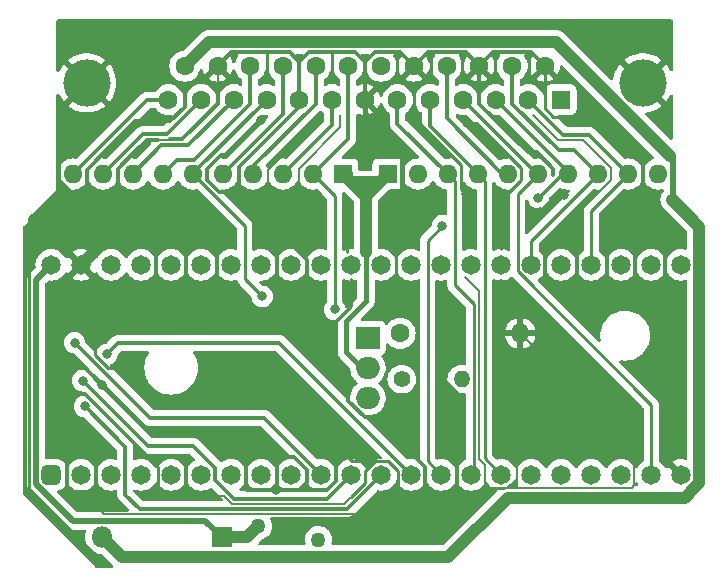
<source format=gbr>
%TF.GenerationSoftware,KiCad,Pcbnew,(6.0.2)*%
%TF.CreationDate,2022-04-05T13:26:03-06:00*%
%TF.ProjectId,DB25m_F4Lite_THTV1,44423235-6d5f-4463-944c-6974655f5448,rev?*%
%TF.SameCoordinates,Original*%
%TF.FileFunction,Copper,L1,Top*%
%TF.FilePolarity,Positive*%
%FSLAX46Y46*%
G04 Gerber Fmt 4.6, Leading zero omitted, Abs format (unit mm)*
G04 Created by KiCad (PCBNEW (6.0.2)) date 2022-04-05 13:26:03*
%MOMM*%
%LPD*%
G01*
G04 APERTURE LIST*
G04 Aperture macros list*
%AMRoundRect*
0 Rectangle with rounded corners*
0 $1 Rounding radius*
0 $2 $3 $4 $5 $6 $7 $8 $9 X,Y pos of 4 corners*
0 Add a 4 corners polygon primitive as box body*
4,1,4,$2,$3,$4,$5,$6,$7,$8,$9,$2,$3,0*
0 Add four circle primitives for the rounded corners*
1,1,$1+$1,$2,$3*
1,1,$1+$1,$4,$5*
1,1,$1+$1,$6,$7*
1,1,$1+$1,$8,$9*
0 Add four rect primitives between the rounded corners*
20,1,$1+$1,$2,$3,$4,$5,0*
20,1,$1+$1,$4,$5,$6,$7,0*
20,1,$1+$1,$6,$7,$8,$9,0*
20,1,$1+$1,$8,$9,$2,$3,0*%
G04 Aperture macros list end*
%TA.AperFunction,ComponentPad*%
%ADD10O,1.800000X1.800000*%
%TD*%
%TA.AperFunction,ComponentPad*%
%ADD11R,1.800000X1.800000*%
%TD*%
%TA.AperFunction,ComponentPad*%
%ADD12C,1.270000*%
%TD*%
%TA.AperFunction,ComponentPad*%
%ADD13C,4.000000*%
%TD*%
%TA.AperFunction,ComponentPad*%
%ADD14C,1.600000*%
%TD*%
%TA.AperFunction,ComponentPad*%
%ADD15R,1.600000X1.600000*%
%TD*%
%TA.AperFunction,ComponentPad*%
%ADD16C,1.650000*%
%TD*%
%TA.AperFunction,ComponentPad*%
%ADD17RoundRect,0.412500X0.412500X-0.412500X0.412500X0.412500X-0.412500X0.412500X-0.412500X-0.412500X0*%
%TD*%
%TA.AperFunction,ComponentPad*%
%ADD18O,2.000000X1.905000*%
%TD*%
%TA.AperFunction,ComponentPad*%
%ADD19R,2.000000X1.905000*%
%TD*%
%TA.AperFunction,ComponentPad*%
%ADD20O,1.600000X1.600000*%
%TD*%
%TA.AperFunction,ComponentPad*%
%ADD21O,1.400000X1.400000*%
%TD*%
%TA.AperFunction,ComponentPad*%
%ADD22C,1.400000*%
%TD*%
%TA.AperFunction,ViaPad*%
%ADD23C,0.800000*%
%TD*%
%TA.AperFunction,Conductor*%
%ADD24C,0.330000*%
%TD*%
%TA.AperFunction,Conductor*%
%ADD25C,0.200000*%
%TD*%
%TA.AperFunction,Conductor*%
%ADD26C,1.000000*%
%TD*%
%TA.AperFunction,Conductor*%
%ADD27C,0.500000*%
%TD*%
%TA.AperFunction,Conductor*%
%ADD28C,0.140000*%
%TD*%
%TA.AperFunction,Conductor*%
%ADD29C,0.450000*%
%TD*%
%TA.AperFunction,Conductor*%
%ADD30C,0.250000*%
%TD*%
G04 APERTURE END LIST*
D10*
%TO.P,D1,2*%
%TO.N,+5V*%
X113570000Y-89600000D03*
D11*
%TO.P,D1,1*%
%TO.N,+5VP*%
X123730000Y-89600000D03*
%TD*%
D12*
%TO.P,F1,2*%
%TO.N,+5F*%
X131910000Y-89783000D03*
%TO.P,F1,1*%
%TO.N,+5VP*%
X126830000Y-88640000D03*
%TD*%
D13*
%TO.P,J6,0*%
%TO.N,GND*%
X112280800Y-51114820D03*
X159380800Y-51114820D03*
D14*
%TO.P,J6,25*%
%TO.N,+5V*%
X120595800Y-49694820D03*
%TO.P,J6,24*%
%TO.N,GND*%
X123365800Y-49694820D03*
%TO.P,J6,23*%
%TO.N,DB4*%
X126135800Y-49694820D03*
%TO.P,J6,22*%
%TO.N,DB2*%
X128905800Y-49694820D03*
%TO.P,J6,21*%
%TO.N,DB1*%
X131675800Y-49694820D03*
%TO.P,J6,20*%
%TO.N,DBP*%
X134445800Y-49694820D03*
%TO.P,J6,19*%
%TO.N,SEL*%
X137215800Y-49694820D03*
%TO.P,J6,18*%
%TO.N,GND*%
X139985800Y-49694820D03*
%TO.P,J6,17*%
%TO.N,ATN*%
X142755800Y-49694820D03*
%TO.P,J6,16*%
%TO.N,GND*%
X145525800Y-49694820D03*
%TO.P,J6,15*%
%TO.N,CD*%
X148295800Y-49694820D03*
%TO.P,J6,14*%
%TO.N,GND*%
X151065800Y-49694820D03*
%TO.P,J6,13*%
%TO.N,DB7*%
X119210800Y-52534820D03*
%TO.P,J6,12*%
%TO.N,DB6*%
X121980800Y-52534820D03*
%TO.P,J6,11*%
%TO.N,DB5*%
X124750800Y-52534820D03*
%TO.P,J6,10*%
%TO.N,DB3*%
X127520800Y-52534820D03*
%TO.P,J6,9*%
%TO.N,GND*%
X130290800Y-52534820D03*
%TO.P,J6,8*%
%TO.N,DB0*%
X133060800Y-52534820D03*
%TO.P,J6,7*%
%TO.N,GND*%
X135830800Y-52534820D03*
%TO.P,J6,6*%
%TO.N,BSY*%
X138600800Y-52534820D03*
%TO.P,J6,5*%
%TO.N,ACK*%
X141370800Y-52534820D03*
%TO.P,J6,4*%
%TO.N,RST*%
X144140800Y-52534820D03*
%TO.P,J6,3*%
%TO.N,IO*%
X146910800Y-52534820D03*
%TO.P,J6,2*%
%TO.N,MSG*%
X149680800Y-52534820D03*
D15*
%TO.P,J6,1*%
%TO.N,REQ*%
X152450800Y-52534820D03*
%TD*%
D16*
%TO.P,U2,44*%
%TO.N,+5VP*%
X109284675Y-66521342D03*
%TO.P,U2,43*%
%TO.N,GND*%
X111824675Y-66521342D03*
%TO.P,U2,42*%
%TO.N,+3V3*%
X114364675Y-66521342D03*
%TO.P,U2,41*%
%TO.N,Net-(U2-Pad41)*%
X116904675Y-66521342D03*
%TO.P,U2,40*%
%TO.N,Net-(U2-Pad40)*%
X119444675Y-66521342D03*
%TO.P,U2,39*%
%TO.N,Net-(U2-Pad39)*%
X121984675Y-66521342D03*
%TO.P,U2,38*%
%TO.N,Net-(U2-Pad38)*%
X124524675Y-66521342D03*
%TO.P,U2,37*%
%TO.N,DB7*%
X127064675Y-66521342D03*
%TO.P,U2,36*%
%TO.N,DB6*%
X129604675Y-66521342D03*
%TO.P,U2,35*%
%TO.N,DB5*%
X132144675Y-66521342D03*
%TO.P,U2,34*%
%TO.N,DB4*%
X134684675Y-66521342D03*
%TO.P,U2,33*%
%TO.N,DB2*%
X137224675Y-66521342D03*
%TO.P,U2,32*%
%TO.N,DB1*%
X139764675Y-66521342D03*
%TO.P,U2,31*%
%TO.N,DB0*%
X142304675Y-66521342D03*
%TO.P,U2,30*%
%TO.N,IO*%
X144844675Y-66521342D03*
%TO.P,U2,29*%
%TO.N,REQ*%
X147384675Y-66521342D03*
%TO.P,U2,28*%
%TO.N,CD*%
X149924675Y-66521342D03*
%TO.P,U2,27*%
%TO.N,SEL*%
X152464675Y-66521342D03*
%TO.P,U2,26*%
%TO.N,MSG*%
X155004675Y-66521342D03*
%TO.P,U2,25*%
%TO.N,DB3*%
X157544675Y-66521342D03*
%TO.P,U2,24*%
%TO.N,Net-(U2-Pad24)*%
X160084675Y-66521342D03*
%TO.P,U2,23*%
%TO.N,DBP*%
X162624675Y-66521342D03*
%TO.P,U2,22*%
%TO.N,GND*%
X162624675Y-84301342D03*
%TO.P,U2,21*%
%TO.N,RST*%
X160084675Y-84301342D03*
%TO.P,U2,20*%
%TO.N,Net-(U2-Pad20)*%
X157544675Y-84301342D03*
%TO.P,U2,19*%
%TO.N,Net-(U2-Pad19)*%
X155004675Y-84301342D03*
%TO.P,U2,18*%
%TO.N,Net-(U2-Pad18)*%
X152464675Y-84301342D03*
%TO.P,U2,17*%
%TO.N,Net-(U2-Pad17)*%
X149924675Y-84301342D03*
%TO.P,U2,16*%
%TO.N,ACK*%
X147384675Y-84301342D03*
%TO.P,U2,15*%
%TO.N,BSY*%
X144844675Y-84301342D03*
%TO.P,U2,14*%
%TO.N,ATN*%
X142304675Y-84301342D03*
%TO.P,U2,13*%
%TO.N,SD_MOSI*%
X139764675Y-84301342D03*
%TO.P,U2,12*%
%TO.N,SD_MISO*%
X137224675Y-84301342D03*
%TO.P,U2,11*%
%TO.N,SD_CLK*%
X134684675Y-84301342D03*
%TO.P,U2,10*%
%TO.N,SD_CS*%
X132144675Y-84301342D03*
%TO.P,U2,9*%
%TO.N,Net-(U2-Pad9)*%
X129604675Y-84301342D03*
%TO.P,U2,8*%
%TO.N,Net-(U2-Pad8)*%
X127064675Y-84301342D03*
%TO.P,U2,7*%
%TO.N,Net-(U2-Pad7)*%
X124524675Y-84301342D03*
%TO.P,U2,6*%
%TO.N,Net-(U2-Pad6)*%
X121984675Y-84301342D03*
%TO.P,U2,5*%
%TO.N,Net-(U2-Pad5)*%
X119444675Y-84301342D03*
%TO.P,U2,4*%
%TO.N,Net-(U2-Pad4)*%
X116904675Y-84301342D03*
%TO.P,U2,3*%
%TO.N,Net-(U2-Pad3)*%
X114364675Y-84301342D03*
%TO.P,U2,2*%
%TO.N,Net-(U2-Pad2)*%
X111824675Y-84301342D03*
D17*
%TO.P,U2,1*%
%TO.N,Net-(U2-Pad1)*%
X109284675Y-84301342D03*
%TD*%
D18*
%TO.P,U1,3*%
%TO.N,+5F*%
X136096914Y-77786244D03*
%TO.P,U1,2*%
%TO.N,+2V8*%
X136096914Y-75246244D03*
D19*
%TO.P,U1,1*%
%TO.N,Net-(C1-Pad1)*%
X136096914Y-72706244D03*
%TD*%
D20*
%TO.P,RN2,10*%
%TO.N,REQ*%
X160652460Y-58831480D03*
%TO.P,RN2,9*%
%TO.N,MSG*%
X158112460Y-58831480D03*
%TO.P,RN2,8*%
%TO.N,CD*%
X155572460Y-58831480D03*
%TO.P,RN2,7*%
%TO.N,IO*%
X153032460Y-58831480D03*
%TO.P,RN2,6*%
%TO.N,RST*%
X150492460Y-58831480D03*
%TO.P,RN2,5*%
%TO.N,ATN*%
X147952460Y-58831480D03*
%TO.P,RN2,4*%
%TO.N,ACK*%
X145412460Y-58831480D03*
%TO.P,RN2,3*%
%TO.N,BSY*%
X142872460Y-58831480D03*
%TO.P,RN2,2*%
%TO.N,SEL*%
X140332460Y-58831480D03*
D15*
%TO.P,RN2,1*%
%TO.N,+2V8*%
X137792460Y-58831480D03*
%TD*%
D20*
%TO.P,RN1,10*%
%TO.N,DB7*%
X111122460Y-58831480D03*
%TO.P,RN1,9*%
%TO.N,DB6*%
X113662460Y-58831480D03*
%TO.P,RN1,8*%
%TO.N,DB5*%
X116202460Y-58831480D03*
%TO.P,RN1,7*%
%TO.N,DB4*%
X118742460Y-58831480D03*
%TO.P,RN1,6*%
%TO.N,DB3*%
X121282460Y-58831480D03*
%TO.P,RN1,5*%
%TO.N,DB2*%
X123822460Y-58831480D03*
%TO.P,RN1,4*%
%TO.N,DB1*%
X126362460Y-58831480D03*
%TO.P,RN1,3*%
%TO.N,DB0*%
X128902460Y-58831480D03*
%TO.P,RN1,2*%
%TO.N,DBP*%
X131442460Y-58831480D03*
D15*
%TO.P,RN1,1*%
%TO.N,+2V8*%
X133982460Y-58831480D03*
%TD*%
D21*
%TO.P,R2,2*%
%TO.N,Net-(C1-Pad1)*%
X144034414Y-76198744D03*
D22*
%TO.P,R2,1*%
%TO.N,+2V8*%
X138954414Y-76198744D03*
%TD*%
D20*
%TO.P,R1,2*%
%TO.N,GND*%
X148987414Y-72325242D03*
D14*
%TO.P,R1,1*%
%TO.N,Net-(C1-Pad1)*%
X138827414Y-72325242D03*
%TD*%
D23*
%TO.N,GND*%
X150868380Y-72293480D03*
X111112518Y-77401202D03*
X109931418Y-77401202D03*
X138485880Y-68135500D03*
X113030000Y-72707500D03*
X128338580Y-85549740D03*
X159730000Y-61940000D03*
X158400000Y-64570000D03*
X160020000Y-76339700D03*
X154409140Y-71206360D03*
X141551660Y-60449460D03*
X140987780Y-62222380D03*
X144868900Y-64081660D03*
X147325080Y-61633100D03*
X144381220Y-60485020D03*
X144518380Y-54480460D03*
X152737820Y-60632340D03*
X150693120Y-62085220D03*
X134344410Y-64240410D03*
X158639676Y-82459664D03*
X148686520Y-82400140D03*
X142598140Y-86829900D03*
X139486640Y-86829900D03*
X147388580Y-68178680D03*
X142308580Y-68300600D03*
X147302220Y-72293480D03*
X143611600Y-82219800D03*
X121330720Y-61008260D03*
X158793180Y-68066920D03*
X118206520Y-69006720D03*
X123355100Y-68940680D03*
X149042120Y-78094840D03*
X125237459Y-60726101D03*
X132247640Y-62727840D03*
X111350000Y-89370000D03*
X120711706Y-86097634D03*
X111658400Y-86255860D03*
X131826069Y-54279869D03*
X154734260Y-54170580D03*
X153330000Y-64510000D03*
X143898620Y-72285860D03*
X130916680Y-68084700D03*
X143838917Y-79310243D03*
X127078740Y-54292500D03*
X113555780Y-76715620D03*
X111175800Y-79519780D03*
X138264900Y-60754260D03*
X111824675Y-68685505D03*
%TO.N,SD_CS*%
X111262160Y-73118980D03*
%TO.N,SD_CLK*%
X111955580Y-76316840D03*
%TO.N,SD_MISO*%
X112107980Y-78508860D03*
%TO.N,SD_MOSI*%
X113995200Y-74096880D03*
%TO.N,ATN*%
X142410180Y-63210440D03*
%TO.N,DBP*%
X133283960Y-70302120D03*
%TO.N,IO*%
X150533017Y-60833000D03*
%TO.N,DB3*%
X127144780Y-69187060D03*
%TD*%
D24*
%TO.N,GND*%
X158400000Y-65088020D02*
X158734676Y-65422696D01*
D25*
X157363236Y-64570000D02*
X156297998Y-65635238D01*
D24*
X158734676Y-65422696D02*
X158734676Y-67688376D01*
D25*
X158400000Y-64570000D02*
X157363236Y-64570000D01*
D24*
X158400000Y-64570000D02*
X158400000Y-65088020D01*
D25*
X159730000Y-63240000D02*
X159730000Y-61940000D01*
X158400000Y-64570000D02*
X159730000Y-63240000D01*
D24*
X161274676Y-65392216D02*
X161274676Y-67764576D01*
X159730000Y-63847540D02*
X161274676Y-65392216D01*
X159730000Y-61940000D02*
X159730000Y-63847540D01*
X159730000Y-60355040D02*
X159367220Y-59992260D01*
X159367220Y-59992260D02*
X159367220Y-57899300D01*
X159730000Y-61940000D02*
X159730000Y-60355040D01*
D26*
%TO.N,+5VP*%
X125870000Y-89600000D02*
X126830000Y-88640000D01*
X123730000Y-89600000D02*
X125870000Y-89600000D01*
%TO.N,+5V*%
X115243861Y-91273861D02*
X113570000Y-89600000D01*
X142901439Y-91273861D02*
X115243861Y-91273861D01*
X147937220Y-86238080D02*
X142901439Y-91273861D01*
X162944939Y-86238080D02*
X147937220Y-86238080D01*
X163810380Y-85372639D02*
X162944939Y-86238080D01*
D27*
%TO.N,+5VP*%
X122309919Y-88179919D02*
X123730000Y-89600000D01*
X111118476Y-88179919D02*
X122309919Y-88179919D01*
D24*
%TO.N,GND*%
X124530801Y-48529819D02*
X123365800Y-49694820D01*
X130290800Y-49355618D02*
X129465001Y-48529819D01*
X130290800Y-49355618D02*
X131116599Y-48529819D01*
X135005001Y-48529819D02*
X135830800Y-49355618D01*
X130290800Y-52534820D02*
X130290800Y-49355618D01*
X138820799Y-48529819D02*
X139985800Y-49694820D01*
X135830800Y-49355618D02*
X136656599Y-48529819D01*
X135830800Y-52534820D02*
X135830800Y-49355618D01*
X144360799Y-48529819D02*
X145525800Y-49694820D01*
X139985800Y-49694820D02*
X141150801Y-48529819D01*
X149900799Y-48529819D02*
X151065800Y-49694820D01*
X145525800Y-49694820D02*
X146690801Y-48529819D01*
D28*
X158639676Y-85176941D02*
X158639676Y-82459664D01*
X158420274Y-85396343D02*
X158639676Y-85176941D01*
X158639676Y-81977504D02*
X148987414Y-72325242D01*
D29*
X139018340Y-56853730D02*
X139018340Y-62232540D01*
X135830800Y-53666190D02*
X139018340Y-56853730D01*
X135830800Y-52534820D02*
X135830800Y-53666190D01*
D30*
X138485880Y-62765000D02*
X139018340Y-62232540D01*
X138485880Y-68135500D02*
X138485880Y-62765000D01*
D26*
X113049380Y-62519560D02*
X113029060Y-62499240D01*
X115371880Y-62519560D02*
X113049380Y-62519560D01*
X113029060Y-65316957D02*
X111824675Y-66521342D01*
X113029060Y-62499240D02*
X113029060Y-65316957D01*
X113029060Y-64862380D02*
X115371880Y-62519560D01*
X113029060Y-65316957D02*
X113029060Y-64862380D01*
X115371880Y-62519560D02*
X114437160Y-62519560D01*
X114437160Y-62519560D02*
X113748820Y-63207900D01*
D29*
X109897459Y-53498161D02*
X109897459Y-59367639D01*
X112280800Y-51114820D02*
X109897459Y-53498161D01*
D30*
X113030000Y-74193842D02*
X114103978Y-75267820D01*
X113030000Y-72707500D02*
X113030000Y-74193842D01*
X114103978Y-75267820D02*
X116809520Y-75267820D01*
X109931418Y-77401202D02*
X109931418Y-76082942D01*
X109931418Y-76082942D02*
X110820200Y-75194160D01*
X110820200Y-75194160D02*
X112034320Y-75194160D01*
X112034320Y-75194160D02*
X113555780Y-76715620D01*
X118294674Y-86097634D02*
X118382340Y-86185300D01*
X118294674Y-83622552D02*
X118294674Y-86097634D01*
X111112518Y-77401202D02*
X112073324Y-77401202D01*
X112073324Y-77401202D02*
X118294674Y-83622552D01*
X138614674Y-83989339D02*
X138614674Y-84853343D01*
X135834676Y-84998363D02*
X135834676Y-83989339D01*
X134647739Y-86185300D02*
X135834676Y-84998363D01*
X136672674Y-83151341D02*
X137776676Y-83151341D01*
X137776676Y-83151341D02*
X138614674Y-83989339D01*
X135834676Y-83989339D02*
X136672674Y-83151341D01*
X136672674Y-83151341D02*
X134759061Y-83151341D01*
X134759061Y-83151341D02*
X127043180Y-75435460D01*
X127043180Y-75435460D02*
X122737880Y-75435460D01*
D24*
X128381760Y-83045300D02*
X128381760Y-83969860D01*
X128381760Y-83969860D02*
X128391920Y-83980020D01*
D30*
X128381760Y-82844640D02*
X128381760Y-83045300D01*
D28*
X138614674Y-85784166D02*
X138614674Y-84853343D01*
X136865360Y-87533480D02*
X138614674Y-85784166D01*
X112919676Y-86851656D02*
X113727929Y-87659909D01*
X113727929Y-87659909D02*
X133861111Y-87659909D01*
D24*
X128381760Y-85506560D02*
X128338580Y-85549740D01*
X128381760Y-83969860D02*
X128381760Y-85506560D01*
D28*
X134083288Y-86749751D02*
X134647739Y-86185300D01*
X123925338Y-86097634D02*
X124577454Y-86749751D01*
X124577454Y-86749751D02*
X134083288Y-86749751D01*
X118294674Y-86097634D02*
X120711706Y-86097634D01*
X133861111Y-87659909D02*
X135438451Y-87659909D01*
D24*
X138614674Y-84853343D02*
X138614674Y-85548994D01*
X139242800Y-86177120D02*
X140901420Y-86177120D01*
X138614674Y-85548994D02*
X139242800Y-86177120D01*
X140954676Y-86123864D02*
X140954676Y-83672596D01*
X140901420Y-86177120D02*
X140954676Y-86123864D01*
X140954676Y-83672596D02*
X140055600Y-82773520D01*
X143611600Y-77352132D02*
X142308580Y-76049112D01*
X143611600Y-86177120D02*
X143611600Y-82219800D01*
D30*
X143611600Y-86177120D02*
X143840200Y-86177120D01*
X140901420Y-86177120D02*
X143611600Y-86177120D01*
D24*
X142308580Y-76049112D02*
X142308580Y-68300600D01*
D25*
X143611600Y-86177120D02*
X145684240Y-86177120D01*
X145684240Y-86177120D02*
X145969676Y-85891684D01*
X145484425Y-83002146D02*
X145484425Y-68761185D01*
X145969676Y-83487397D02*
X145484425Y-83002146D01*
X145484425Y-68761185D02*
X144312640Y-67589400D01*
X145969676Y-85487824D02*
X145969676Y-83487397D01*
X145969676Y-85891684D02*
X145969676Y-85487824D01*
X154335532Y-55966550D02*
X152212230Y-55966550D01*
X156672461Y-58303479D02*
X154335532Y-55966550D01*
X156672461Y-59359481D02*
X156672461Y-58303479D01*
X153879674Y-62152268D02*
X156672461Y-59359481D01*
X154174676Y-67646343D02*
X153879674Y-67351341D01*
X152212230Y-55966550D02*
X150047960Y-53802280D01*
D30*
X144868900Y-60972700D02*
X144381220Y-60485020D01*
X144868900Y-64081660D02*
X144868900Y-60972700D01*
X143997461Y-58109459D02*
X139974320Y-54086318D01*
X144381220Y-60485020D02*
X143997461Y-60101261D01*
X143997461Y-60101261D02*
X143997461Y-58109459D01*
X149077461Y-58291479D02*
X145266442Y-54480460D01*
X149077461Y-59315034D02*
X149077461Y-58291479D01*
X147325080Y-61633100D02*
X147325080Y-61067415D01*
X147325080Y-61067415D02*
X149077461Y-59315034D01*
X145266442Y-54480460D02*
X144518380Y-54480460D01*
X144518380Y-54480460D02*
X144518380Y-54480460D01*
X147325080Y-61633100D02*
X147325080Y-65143380D01*
X152737820Y-60632340D02*
X151985980Y-60632340D01*
X151985980Y-60632340D02*
X149943820Y-62674500D01*
X149943820Y-62674500D02*
X149943820Y-62674500D01*
D24*
X130290800Y-52534820D02*
X130290800Y-53178938D01*
X130290800Y-53178938D02*
X125197459Y-58272279D01*
X130916680Y-66072145D02*
X130916680Y-67373500D01*
X128360608Y-63516072D02*
X128360608Y-67722312D01*
X128360608Y-63516072D02*
X130916680Y-66072145D01*
X125197459Y-60352924D02*
X128360608Y-63516072D01*
D25*
X120217712Y-55925910D02*
X117480028Y-55925910D01*
X123365800Y-52777822D02*
X120217712Y-55925910D01*
X123365800Y-49694820D02*
X121993920Y-51066700D01*
X121993920Y-51066700D02*
X121345960Y-51066700D01*
X121345960Y-51066700D02*
X120591580Y-51821080D01*
X116499778Y-54366160D02*
X112334040Y-58531898D01*
X119367300Y-54366160D02*
X116499778Y-54366160D01*
X112334040Y-58531898D02*
X112334040Y-59608720D01*
X125197459Y-60352924D02*
X127520716Y-60352924D01*
X127520716Y-60352924D02*
X127624840Y-60248800D01*
X127624840Y-60248800D02*
X127624840Y-58481098D01*
X127624840Y-60248800D02*
X129943860Y-60248800D01*
X129943860Y-60248800D02*
X130225800Y-59966860D01*
X130225800Y-58420138D02*
X133769100Y-54876838D01*
X130225800Y-59966860D02*
X130225800Y-58420138D01*
X133769100Y-54876838D02*
X133769100Y-53875940D01*
D30*
X139974320Y-53083460D02*
X139974320Y-51793140D01*
D24*
X139974320Y-53083460D02*
X139974320Y-54394100D01*
D30*
X139974320Y-54086318D02*
X139974320Y-53083460D01*
D24*
X139974320Y-54394100D02*
X142933420Y-57353200D01*
X150377702Y-56992520D02*
X151752300Y-58367118D01*
X149644298Y-56992520D02*
X150377702Y-56992520D01*
X145525800Y-49694820D02*
X145525800Y-52874022D01*
X145525800Y-52874022D02*
X149644298Y-56992520D01*
X151752300Y-58367118D02*
X151752300Y-58900060D01*
D30*
X134344410Y-64240410D02*
X134344410Y-61916310D01*
X134344410Y-64240410D02*
X134344410Y-65398650D01*
X130916680Y-67373500D02*
X130916680Y-68084700D01*
X130916680Y-70551040D02*
X131820920Y-71455280D01*
X133203802Y-71455280D02*
X134688580Y-69970502D01*
X131820920Y-71455280D02*
X133203802Y-71455280D01*
X134688580Y-69970502D02*
X134688580Y-67734180D01*
X133086419Y-48529819D02*
X133086419Y-50865461D01*
D24*
X133086419Y-48529819D02*
X135005001Y-48529819D01*
X131116599Y-48529819D02*
X133086419Y-48529819D01*
X127522661Y-48529819D02*
X124530801Y-48529819D01*
D30*
X127522661Y-48529819D02*
X127522661Y-50847681D01*
D24*
X129465001Y-48529819D02*
X127522661Y-48529819D01*
D30*
X138555039Y-48529819D02*
X138555039Y-50484461D01*
D24*
X138555039Y-48529819D02*
X138820799Y-48529819D01*
X136656599Y-48529819D02*
X138555039Y-48529819D01*
D30*
X144051599Y-48529819D02*
X144051599Y-50384019D01*
D24*
X144051599Y-48529819D02*
X144360799Y-48529819D01*
X141662841Y-48529819D02*
X144051599Y-48529819D01*
D30*
X141662841Y-48529819D02*
X141444980Y-48747680D01*
D24*
X141150801Y-48529819D02*
X141662841Y-48529819D01*
D30*
X141444980Y-48747680D02*
X141444980Y-50246280D01*
X146881159Y-48529819D02*
X146881159Y-50636861D01*
D24*
X146690801Y-48529819D02*
X146881159Y-48529819D01*
X149732421Y-48529819D02*
X149900799Y-48529819D01*
D30*
X149732421Y-48529819D02*
X149732421Y-50315439D01*
D24*
X146881159Y-48529819D02*
X149732421Y-48529819D01*
D30*
X151065800Y-49694820D02*
X151065800Y-53226842D01*
X151065800Y-53226842D02*
X151806338Y-53967380D01*
X151806338Y-53967380D02*
X152405080Y-53967380D01*
D24*
X125197459Y-59633261D02*
X125197459Y-59709461D01*
X125197459Y-59633261D02*
X125197459Y-60352924D01*
X125197459Y-58272279D02*
X125197459Y-59633261D01*
X125197459Y-59709461D02*
X124569220Y-60337700D01*
X122491500Y-58438238D02*
X123685758Y-57243980D01*
X122491500Y-59314080D02*
X122491500Y-58438238D01*
X124569220Y-60337700D02*
X123515120Y-60337700D01*
X123515120Y-60337700D02*
X122491500Y-59314080D01*
X123685758Y-57243980D02*
X124127260Y-57243980D01*
X124127260Y-57243980D02*
X127078740Y-54292500D01*
X129063819Y-57042119D02*
X128865561Y-57042119D01*
D25*
X129063819Y-57042119D02*
X131826069Y-54279869D01*
X127624840Y-58481098D02*
X129063819Y-57042119D01*
D24*
X128865561Y-57042119D02*
X127693420Y-58214260D01*
D28*
X158639676Y-82459664D02*
X158639676Y-81977504D01*
D24*
X112919676Y-82787656D02*
X112919676Y-83171196D01*
D28*
X112919676Y-80389460D02*
X112919676Y-82787656D01*
D24*
X112919676Y-83171196D02*
X113045240Y-83296760D01*
X113045240Y-85557360D02*
X112919676Y-85682924D01*
X113045240Y-83296760D02*
X113045240Y-85557360D01*
D28*
X112919676Y-85794684D02*
X112919676Y-86851656D01*
D24*
X112919676Y-85794684D02*
X112094176Y-85794684D01*
D28*
X112919676Y-85682924D02*
X112919676Y-85794684D01*
D24*
X110634674Y-85564874D02*
X110634674Y-83075886D01*
X110864484Y-85794684D02*
X110634674Y-85564874D01*
D25*
X147912949Y-85438070D02*
X148686520Y-84664499D01*
X146340098Y-85438070D02*
X147912949Y-85438070D01*
X146290344Y-85487824D02*
X146340098Y-85438070D01*
X146290344Y-85487824D02*
X147598518Y-85487824D01*
X148686520Y-84664499D02*
X148686520Y-82400140D01*
X145969676Y-85487824D02*
X146290344Y-85487824D01*
X148686520Y-85382100D02*
X148700763Y-85396343D01*
D28*
X148700763Y-85396343D02*
X158420274Y-85396343D01*
D25*
X147954676Y-85396343D02*
X147912949Y-85438070D01*
X148700763Y-85396343D02*
X147954676Y-85396343D01*
X148151577Y-85396343D02*
X148686520Y-84861400D01*
X148111483Y-85396343D02*
X148151577Y-85396343D01*
D28*
X147689999Y-85396343D02*
X148111483Y-85396343D01*
D25*
X148686520Y-84664499D02*
X148686520Y-84861400D01*
X148329377Y-85396343D02*
X148446217Y-85396343D01*
D28*
X148111483Y-85396343D02*
X148329377Y-85396343D01*
D25*
X148446217Y-85396343D02*
X148686520Y-85156040D01*
X148686520Y-84861400D02*
X148686520Y-85156040D01*
D28*
X148329377Y-85396343D02*
X148700763Y-85396343D01*
D25*
X148686520Y-85156040D02*
X148686520Y-85382100D01*
X148329377Y-85396343D02*
X148329377Y-85363323D01*
X148329377Y-85363323D02*
X148582380Y-85110320D01*
D24*
X154409140Y-71206360D02*
X151124920Y-67922140D01*
X151124920Y-67922140D02*
X151124920Y-66527680D01*
X151124920Y-66527680D02*
X151124920Y-65255140D01*
X156297998Y-65635238D02*
X156297998Y-67427742D01*
X154409140Y-71206360D02*
X154409140Y-68567300D01*
X153814674Y-67972834D02*
X153814674Y-65392194D01*
X154409140Y-68567300D02*
X153814674Y-67972834D01*
X130916680Y-67373500D02*
X130916680Y-72928480D01*
X130916680Y-72928480D02*
X134409180Y-76420980D01*
X134409180Y-78009250D02*
X135820650Y-79420720D01*
X134409180Y-76420980D02*
X134409180Y-78009250D01*
X135820650Y-79420720D02*
X136646920Y-79420720D01*
X128338580Y-85549740D02*
X125823980Y-85549740D01*
X125823980Y-85549740D02*
X125778260Y-85504020D01*
X125778260Y-85504020D02*
X125778260Y-83548220D01*
X130944620Y-84882597D02*
X130944620Y-83880085D01*
X128338580Y-85549740D02*
X130277477Y-85549740D01*
X130944620Y-83880085D02*
X129865995Y-82801460D01*
X130277477Y-85549740D02*
X130944620Y-84882597D01*
X129865995Y-82801460D02*
X129184400Y-82801460D01*
X142308580Y-68300600D02*
X142308580Y-68300600D01*
X143611600Y-82219800D02*
X143611600Y-77352132D01*
X111824675Y-66521342D02*
X113695373Y-68392040D01*
X113695373Y-68392040D02*
X117574060Y-68392040D01*
X117574060Y-68392040D02*
X118132860Y-67833240D01*
X118132860Y-67833240D02*
X118132860Y-65465960D01*
X118132860Y-65465960D02*
X118737380Y-64861440D01*
X118737380Y-64861440D02*
X120446800Y-64861440D01*
X120446800Y-64861440D02*
X120683020Y-65097660D01*
X120683020Y-65097660D02*
X120683020Y-67741800D01*
X120683020Y-67741800D02*
X121305320Y-68364100D01*
X121305320Y-68364100D02*
X122730260Y-68364100D01*
X123334674Y-67759686D02*
X123334674Y-65483634D01*
X122730260Y-68364100D02*
X123334674Y-67759686D01*
X132623560Y-85549740D02*
X133383020Y-84790280D01*
X128338580Y-85549740D02*
X132623560Y-85549740D01*
X133383020Y-84790280D02*
X133383020Y-83479640D01*
D30*
X107434655Y-62582785D02*
X107434655Y-85506835D01*
X109750390Y-60267050D02*
X107434655Y-62582785D01*
X110796870Y-60267050D02*
X109750390Y-60267050D01*
D29*
X110796870Y-60267050D02*
X113029060Y-62499240D01*
X109897459Y-59367639D02*
X110796870Y-60267050D01*
D30*
X107434655Y-85506835D02*
X113502440Y-91574620D01*
X113502440Y-91574620D02*
X113502440Y-91574620D01*
D28*
X120711706Y-86097634D02*
X123925338Y-86097634D01*
D24*
X120711706Y-86097634D02*
X120711706Y-83043506D01*
X112094176Y-85794684D02*
X110864484Y-85794684D01*
D25*
X131826069Y-54279869D02*
X132262880Y-53843058D01*
D24*
X120591580Y-53141880D02*
X119367300Y-54366160D01*
X120591580Y-51821080D02*
X120591580Y-53141880D01*
X116403578Y-54366160D02*
X112316260Y-58453478D01*
X119367300Y-54366160D02*
X116403578Y-54366160D01*
X112316260Y-58453478D02*
X112316260Y-59766200D01*
X120351352Y-55888470D02*
X119376697Y-55888470D01*
X123365800Y-52874022D02*
X120351352Y-55888470D01*
D25*
X123365800Y-51567620D02*
X123365800Y-52777822D01*
D24*
X123365800Y-51567620D02*
X123365800Y-52874022D01*
D25*
X123365800Y-49694820D02*
X123365800Y-51567620D01*
D24*
X116745139Y-56564599D02*
X114896900Y-58412838D01*
D25*
X117480028Y-55925910D02*
X116841339Y-56564599D01*
D24*
X114896900Y-59517280D02*
X114957860Y-59578240D01*
X114896900Y-58412838D02*
X114896900Y-59517280D01*
X116841339Y-56564599D02*
X117415028Y-55990910D01*
X116745139Y-56564599D02*
X116841339Y-56564599D01*
X117415028Y-55990910D02*
X118293483Y-55990910D01*
D30*
X130916680Y-68084700D02*
X130916680Y-70551040D01*
D24*
X127078740Y-54292500D02*
X127259080Y-54112160D01*
D30*
X113555780Y-76715620D02*
X116806980Y-79966820D01*
D26*
%TO.N,+2V8*%
X133982460Y-58831480D02*
X134109460Y-58831480D01*
D29*
X136096914Y-75246244D02*
X135616964Y-75246244D01*
X135616964Y-75246244D02*
X134261860Y-73891140D01*
X134261860Y-73891140D02*
X134261860Y-71257160D01*
X134261860Y-71257160D02*
X135934676Y-69584344D01*
D26*
X133982460Y-58831480D02*
X134294220Y-58831480D01*
D29*
X135934676Y-65472084D02*
X135934676Y-62341204D01*
D26*
X135934676Y-65472084D02*
X135934676Y-60689264D01*
D29*
X135934676Y-69584344D02*
X135934676Y-65472084D01*
D26*
X135934676Y-60689264D02*
X137792460Y-58831480D01*
X135840244Y-60689264D02*
X133982460Y-58831480D01*
X135934676Y-60689264D02*
X135840244Y-60689264D01*
X137078720Y-59545220D02*
X137792460Y-58831480D01*
X133982460Y-58831480D02*
X134696200Y-59545220D01*
X134696200Y-59545220D02*
X137078720Y-59545220D01*
%TO.N,+5V*%
X120595800Y-49694820D02*
X122625811Y-47664809D01*
X122625811Y-47664809D02*
X151934787Y-47664809D01*
D29*
X163874676Y-84901343D02*
X163874676Y-65921341D01*
X163810380Y-84965639D02*
X163874676Y-84901343D01*
X163810380Y-85372639D02*
X163810380Y-84965639D01*
D26*
X152035949Y-47664809D02*
X161660130Y-57288990D01*
X151934787Y-47664809D02*
X152035949Y-47664809D01*
D27*
X161902461Y-57531321D02*
X161660130Y-57288990D01*
X161902461Y-60679381D02*
X161902461Y-57531321D01*
X163874676Y-62651596D02*
X161902461Y-60679381D01*
X163874676Y-65921341D02*
X163874676Y-62651596D01*
D24*
%TO.N,SD_CS*%
X111262160Y-73118980D02*
X111152940Y-73009760D01*
X111262160Y-73118980D02*
X117619991Y-79476811D01*
X127320144Y-79476811D02*
X132144675Y-84301342D01*
X117619991Y-79476811D02*
X127320144Y-79476811D01*
%TO.N,SD_CLK*%
X111955580Y-76316840D02*
X111953040Y-76314300D01*
X124757641Y-86314741D02*
X132671276Y-86314741D01*
X117472460Y-81833720D02*
X121278255Y-81833720D01*
X111955580Y-76316840D02*
X117472460Y-81833720D01*
X132671276Y-86314741D02*
X134684675Y-84301342D01*
X123174676Y-84731776D02*
X124757641Y-86314741D01*
X121278255Y-81833720D02*
X123174676Y-83730141D01*
X123174676Y-83730141D02*
X123174676Y-84731776D01*
%TO.N,SD_MISO*%
X112107980Y-78508860D02*
X112107980Y-78508860D01*
X115554676Y-81955556D02*
X112107980Y-78508860D01*
X115554676Y-85981456D02*
X115554676Y-81955556D01*
X116798119Y-87224899D02*
X115554676Y-85981456D01*
X137224675Y-84301342D02*
X134301118Y-87224899D01*
X134301118Y-87224899D02*
X116798119Y-87224899D01*
%TO.N,SD_MOSI*%
X128594576Y-73131243D02*
X114960837Y-73131243D01*
X139764675Y-84301342D02*
X128594576Y-73131243D01*
X114960837Y-73131243D02*
X113995200Y-74096880D01*
X113995200Y-74096880D02*
X113995200Y-74096880D01*
%TO.N,ATN*%
X142755800Y-49694820D02*
X142755800Y-54125040D01*
X147462240Y-58831480D02*
X147952460Y-58831480D01*
X142755800Y-54125040D02*
X147462240Y-58831480D01*
D30*
X141154674Y-83151341D02*
X141154674Y-64465946D01*
X142304675Y-84301342D02*
X141154674Y-83151341D01*
X141154674Y-64465946D02*
X142410180Y-63210440D01*
X142410180Y-63210440D02*
X142410180Y-63210440D01*
D24*
%TO.N,BSY*%
X138600800Y-54559820D02*
X142872460Y-58831480D01*
X138600800Y-52534820D02*
X138600800Y-54559820D01*
D30*
X143454676Y-68269343D02*
X143454676Y-59413696D01*
X145059415Y-69874082D02*
X143454676Y-68269343D01*
X143454676Y-59413696D02*
X142872460Y-58831480D01*
X145059415Y-84086602D02*
X145059415Y-69874082D01*
X144844675Y-84301342D02*
X145059415Y-84086602D01*
D24*
%TO.N,DBP*%
X134445800Y-55828140D02*
X131442460Y-58831480D01*
X134445800Y-49694820D02*
X134445800Y-55828140D01*
D30*
X133294676Y-60683696D02*
X133294676Y-69956124D01*
X131442460Y-58831480D02*
X133294676Y-60683696D01*
X133294676Y-69956124D02*
X133294676Y-69956124D01*
D24*
%TO.N,ACK*%
X141370800Y-54789820D02*
X145412460Y-58831480D01*
X141370800Y-52534820D02*
X141370800Y-54789820D01*
D30*
X145994676Y-59413696D02*
X145412460Y-58831480D01*
X145994676Y-82911343D02*
X145994676Y-59413696D01*
X147384675Y-84301342D02*
X145994676Y-82911343D01*
D24*
%TO.N,RST*%
X150437460Y-58831480D02*
X150492460Y-58831480D01*
X144140800Y-52534820D02*
X150437460Y-58831480D01*
D30*
X148774674Y-60549266D02*
X150492460Y-58831480D01*
X160084675Y-78383344D02*
X148774674Y-67073343D01*
X148774674Y-67073343D02*
X148774674Y-60549266D01*
X160084675Y-84301342D02*
X160084675Y-78383344D01*
D24*
%TO.N,MSG*%
X149680800Y-52534820D02*
X152647520Y-55501540D01*
X154782520Y-55501540D02*
X158112460Y-58831480D01*
X152647520Y-55501540D02*
X154782520Y-55501540D01*
D30*
X155004675Y-61939265D02*
X158112460Y-58831480D01*
X155004675Y-66521342D02*
X155004675Y-61939265D01*
D24*
%TO.N,CD*%
X148295800Y-52874022D02*
X152233958Y-56812180D01*
X148295800Y-49694820D02*
X148295800Y-52874022D01*
X153553160Y-56812180D02*
X155572460Y-58831480D01*
X152233958Y-56812180D02*
X153553160Y-56812180D01*
D30*
X149924675Y-64479265D02*
X155572460Y-58831480D01*
X149924675Y-66521342D02*
X149924675Y-64479265D01*
D24*
%TO.N,IO*%
X153032460Y-58656480D02*
X153032460Y-58831480D01*
X146910800Y-52534820D02*
X153032460Y-58656480D01*
D30*
X152534537Y-58831480D02*
X153032460Y-58831480D01*
X150533017Y-60833000D02*
X152534537Y-58831480D01*
D24*
%TO.N,DB7*%
X117419120Y-52534820D02*
X111122460Y-58831480D01*
X119210800Y-52534820D02*
X117419120Y-52534820D01*
%TO.N,DB6*%
X121980800Y-52534820D02*
X119054720Y-55460900D01*
X117033040Y-55460900D02*
X113662460Y-58831480D01*
X119054720Y-55460900D02*
X117033040Y-55460900D01*
%TO.N,DB5*%
X124750800Y-52534820D02*
X120867140Y-56418480D01*
X118615460Y-56418480D02*
X116202460Y-58831480D01*
X120867140Y-56418480D02*
X118615460Y-56418480D01*
%TO.N,DB4*%
X119907461Y-57666479D02*
X118742460Y-58831480D01*
X121343343Y-57666479D02*
X119907461Y-57666479D01*
X126135800Y-52874022D02*
X121343343Y-57666479D01*
X126135800Y-49694820D02*
X126135800Y-52874022D01*
%TO.N,DB3*%
X121282460Y-58773160D02*
X121282460Y-58831480D01*
X127520800Y-52534820D02*
X121282460Y-58773160D01*
D30*
X125674676Y-63223696D02*
X125674676Y-66881296D01*
X121282460Y-58831480D02*
X125674676Y-63223696D01*
X125674676Y-66881296D02*
X125674676Y-67716956D01*
X125674676Y-67716956D02*
X127144780Y-69187060D01*
X127144780Y-69187060D02*
X127144780Y-69187060D01*
D24*
%TO.N,DB2*%
X128905800Y-53748140D02*
X123822460Y-58831480D01*
X128905800Y-49694820D02*
X128905800Y-53748140D01*
%TO.N,DB1*%
X126362460Y-58187362D02*
X126362460Y-58831480D01*
X131675800Y-52874022D02*
X126362460Y-58187362D01*
X131675800Y-49694820D02*
X131675800Y-52874022D01*
%TO.N,DB0*%
X133060800Y-54673140D02*
X128902460Y-58831480D01*
X133060800Y-52534820D02*
X133060800Y-54673140D01*
D26*
%TO.N,+3V3*%
X114364675Y-66521342D02*
X114364675Y-66501765D01*
D27*
%TO.N,+5VP*%
X108009665Y-85071108D02*
X111118476Y-88179919D01*
X109284675Y-66521342D02*
X108009665Y-67796352D01*
X108009665Y-67796352D02*
X108009665Y-85071108D01*
D26*
%TO.N,+5V*%
X164149676Y-85033343D02*
X164149676Y-63280150D01*
X163810380Y-85372639D02*
X164149676Y-85033343D01*
X164149676Y-63280150D02*
X161870913Y-61001387D01*
%TD*%
%TA.AperFunction,Conductor*%
%TO.N,GND*%
G36*
X120081419Y-59396819D02*
G01*
X120126655Y-59449023D01*
X120142611Y-59483242D01*
X120142614Y-59483247D01*
X120144937Y-59488229D01*
X120276262Y-59675780D01*
X120438160Y-59837678D01*
X120442668Y-59840835D01*
X120442671Y-59840837D01*
X120484002Y-59869777D01*
X120625711Y-59969003D01*
X120630693Y-59971326D01*
X120630698Y-59971329D01*
X120790959Y-60046059D01*
X120833217Y-60065764D01*
X120838525Y-60067186D01*
X120838527Y-60067187D01*
X121049058Y-60123599D01*
X121049060Y-60123599D01*
X121054373Y-60125023D01*
X121282460Y-60144978D01*
X121510547Y-60125023D01*
X121515858Y-60123600D01*
X121515869Y-60123598D01*
X121574001Y-60108021D01*
X121644977Y-60109710D01*
X121695708Y-60140632D01*
X125004271Y-63449195D01*
X125038297Y-63511507D01*
X125041176Y-63538290D01*
X125041176Y-65114990D01*
X125021174Y-65183111D01*
X124967518Y-65229604D01*
X124897244Y-65239708D01*
X124882565Y-65236697D01*
X124762434Y-65204508D01*
X124762432Y-65204508D01*
X124757119Y-65203084D01*
X124524675Y-65182748D01*
X124292231Y-65203084D01*
X124286918Y-65204508D01*
X124286916Y-65204508D01*
X124072159Y-65262052D01*
X124072157Y-65262053D01*
X124066849Y-65263475D01*
X124061869Y-65265797D01*
X124061867Y-65265798D01*
X123860365Y-65359760D01*
X123860360Y-65359763D01*
X123855378Y-65362086D01*
X123850871Y-65365242D01*
X123850869Y-65365243D01*
X123668754Y-65492761D01*
X123668751Y-65492763D01*
X123664243Y-65495920D01*
X123499253Y-65660910D01*
X123365419Y-65852045D01*
X123363552Y-65856049D01*
X123312411Y-65904811D01*
X123242698Y-65918247D01*
X123176787Y-65891860D01*
X123145847Y-65856154D01*
X123143931Y-65852045D01*
X123010097Y-65660910D01*
X122845107Y-65495920D01*
X122840599Y-65492763D01*
X122840596Y-65492761D01*
X122658481Y-65365243D01*
X122658479Y-65365242D01*
X122653972Y-65362086D01*
X122648990Y-65359763D01*
X122648985Y-65359760D01*
X122447483Y-65265798D01*
X122447481Y-65265797D01*
X122442501Y-65263475D01*
X122437193Y-65262053D01*
X122437191Y-65262052D01*
X122222434Y-65204508D01*
X122222432Y-65204508D01*
X122217119Y-65203084D01*
X121984675Y-65182748D01*
X121752231Y-65203084D01*
X121746918Y-65204508D01*
X121746916Y-65204508D01*
X121532159Y-65262052D01*
X121532157Y-65262053D01*
X121526849Y-65263475D01*
X121521869Y-65265797D01*
X121521867Y-65265798D01*
X121320365Y-65359760D01*
X121320360Y-65359763D01*
X121315378Y-65362086D01*
X121310871Y-65365242D01*
X121310869Y-65365243D01*
X121128754Y-65492761D01*
X121128751Y-65492763D01*
X121124243Y-65495920D01*
X120959253Y-65660910D01*
X120825419Y-65852045D01*
X120823552Y-65856049D01*
X120772411Y-65904811D01*
X120702698Y-65918247D01*
X120636787Y-65891860D01*
X120605847Y-65856154D01*
X120603931Y-65852045D01*
X120470097Y-65660910D01*
X120305107Y-65495920D01*
X120300599Y-65492763D01*
X120300596Y-65492761D01*
X120118481Y-65365243D01*
X120118479Y-65365242D01*
X120113972Y-65362086D01*
X120108990Y-65359763D01*
X120108985Y-65359760D01*
X119907483Y-65265798D01*
X119907481Y-65265797D01*
X119902501Y-65263475D01*
X119897193Y-65262053D01*
X119897191Y-65262052D01*
X119682434Y-65204508D01*
X119682432Y-65204508D01*
X119677119Y-65203084D01*
X119444675Y-65182748D01*
X119212231Y-65203084D01*
X119206918Y-65204508D01*
X119206916Y-65204508D01*
X118992159Y-65262052D01*
X118992157Y-65262053D01*
X118986849Y-65263475D01*
X118981869Y-65265797D01*
X118981867Y-65265798D01*
X118780365Y-65359760D01*
X118780360Y-65359763D01*
X118775378Y-65362086D01*
X118770871Y-65365242D01*
X118770869Y-65365243D01*
X118588754Y-65492761D01*
X118588751Y-65492763D01*
X118584243Y-65495920D01*
X118419253Y-65660910D01*
X118285419Y-65852045D01*
X118283552Y-65856049D01*
X118232411Y-65904811D01*
X118162698Y-65918247D01*
X118096787Y-65891860D01*
X118065847Y-65856154D01*
X118063931Y-65852045D01*
X117930097Y-65660910D01*
X117765107Y-65495920D01*
X117760599Y-65492763D01*
X117760596Y-65492761D01*
X117578481Y-65365243D01*
X117578479Y-65365242D01*
X117573972Y-65362086D01*
X117568990Y-65359763D01*
X117568985Y-65359760D01*
X117367483Y-65265798D01*
X117367481Y-65265797D01*
X117362501Y-65263475D01*
X117357193Y-65262053D01*
X117357191Y-65262052D01*
X117142434Y-65204508D01*
X117142432Y-65204508D01*
X117137119Y-65203084D01*
X116904675Y-65182748D01*
X116672231Y-65203084D01*
X116666918Y-65204508D01*
X116666916Y-65204508D01*
X116452159Y-65262052D01*
X116452157Y-65262053D01*
X116446849Y-65263475D01*
X116441869Y-65265797D01*
X116441867Y-65265798D01*
X116240365Y-65359760D01*
X116240360Y-65359763D01*
X116235378Y-65362086D01*
X116230871Y-65365242D01*
X116230869Y-65365243D01*
X116048754Y-65492761D01*
X116048751Y-65492763D01*
X116044243Y-65495920D01*
X115879253Y-65660910D01*
X115745419Y-65852045D01*
X115743552Y-65856049D01*
X115692411Y-65904811D01*
X115622698Y-65918247D01*
X115556787Y-65891860D01*
X115525847Y-65856154D01*
X115523931Y-65852045D01*
X115390097Y-65660910D01*
X115225107Y-65495920D01*
X115220599Y-65492763D01*
X115220596Y-65492761D01*
X115038481Y-65365243D01*
X115038479Y-65365242D01*
X115033972Y-65362086D01*
X115028990Y-65359763D01*
X115028985Y-65359760D01*
X114827483Y-65265798D01*
X114827481Y-65265797D01*
X114822501Y-65263475D01*
X114817193Y-65262053D01*
X114817191Y-65262052D01*
X114602434Y-65204508D01*
X114602432Y-65204508D01*
X114597119Y-65203084D01*
X114364675Y-65182748D01*
X114132231Y-65203084D01*
X114126918Y-65204508D01*
X114126916Y-65204508D01*
X113912159Y-65262052D01*
X113912157Y-65262053D01*
X113906849Y-65263475D01*
X113901869Y-65265797D01*
X113901867Y-65265798D01*
X113700365Y-65359760D01*
X113700360Y-65359763D01*
X113695378Y-65362086D01*
X113690871Y-65365242D01*
X113690869Y-65365243D01*
X113508754Y-65492761D01*
X113508751Y-65492763D01*
X113504243Y-65495920D01*
X113339253Y-65660910D01*
X113205419Y-65852045D01*
X113203363Y-65856455D01*
X113152124Y-65905312D01*
X113082410Y-65918749D01*
X113016499Y-65892363D01*
X112985269Y-65856323D01*
X112980343Y-65847791D01*
X112940116Y-65790342D01*
X112929639Y-65781967D01*
X112916192Y-65789035D01*
X112196697Y-66508530D01*
X112189083Y-66522474D01*
X112189214Y-66524307D01*
X112193465Y-66530922D01*
X112916913Y-67254370D01*
X112928688Y-67260800D01*
X112940703Y-67251504D01*
X112980343Y-67194893D01*
X112985269Y-67186361D01*
X113036654Y-67137369D01*
X113106368Y-67123936D01*
X113172278Y-67150325D01*
X113203334Y-67186167D01*
X113205419Y-67190639D01*
X113275924Y-67291331D01*
X113328947Y-67367055D01*
X113339253Y-67381774D01*
X113504243Y-67546764D01*
X113508751Y-67549921D01*
X113508754Y-67549923D01*
X113690869Y-67677441D01*
X113695378Y-67680598D01*
X113700360Y-67682921D01*
X113700365Y-67682924D01*
X113900855Y-67776414D01*
X113906849Y-67779209D01*
X113912157Y-67780631D01*
X113912159Y-67780632D01*
X114126916Y-67838176D01*
X114126918Y-67838176D01*
X114132231Y-67839600D01*
X114364675Y-67859936D01*
X114597119Y-67839600D01*
X114602432Y-67838176D01*
X114602434Y-67838176D01*
X114817191Y-67780632D01*
X114817193Y-67780631D01*
X114822501Y-67779209D01*
X114828495Y-67776414D01*
X115028985Y-67682924D01*
X115028990Y-67682921D01*
X115033972Y-67680598D01*
X115038481Y-67677441D01*
X115220596Y-67549923D01*
X115220599Y-67549921D01*
X115225107Y-67546764D01*
X115390097Y-67381774D01*
X115400404Y-67367055D01*
X115493919Y-67233501D01*
X115523931Y-67190639D01*
X115525798Y-67186635D01*
X115576939Y-67137873D01*
X115646652Y-67124437D01*
X115712563Y-67150824D01*
X115743503Y-67186530D01*
X115745419Y-67190639D01*
X115775431Y-67233501D01*
X115868947Y-67367055D01*
X115879253Y-67381774D01*
X116044243Y-67546764D01*
X116048751Y-67549921D01*
X116048754Y-67549923D01*
X116230869Y-67677441D01*
X116235378Y-67680598D01*
X116240360Y-67682921D01*
X116240365Y-67682924D01*
X116440855Y-67776414D01*
X116446849Y-67779209D01*
X116452157Y-67780631D01*
X116452159Y-67780632D01*
X116666916Y-67838176D01*
X116666918Y-67838176D01*
X116672231Y-67839600D01*
X116904675Y-67859936D01*
X117137119Y-67839600D01*
X117142432Y-67838176D01*
X117142434Y-67838176D01*
X117357191Y-67780632D01*
X117357193Y-67780631D01*
X117362501Y-67779209D01*
X117368495Y-67776414D01*
X117568985Y-67682924D01*
X117568990Y-67682921D01*
X117573972Y-67680598D01*
X117578481Y-67677441D01*
X117760596Y-67549923D01*
X117760599Y-67549921D01*
X117765107Y-67546764D01*
X117930097Y-67381774D01*
X117940404Y-67367055D01*
X118033919Y-67233501D01*
X118063931Y-67190639D01*
X118065798Y-67186635D01*
X118116939Y-67137873D01*
X118186652Y-67124437D01*
X118252563Y-67150824D01*
X118283503Y-67186530D01*
X118285419Y-67190639D01*
X118315431Y-67233501D01*
X118408947Y-67367055D01*
X118419253Y-67381774D01*
X118584243Y-67546764D01*
X118588751Y-67549921D01*
X118588754Y-67549923D01*
X118770869Y-67677441D01*
X118775378Y-67680598D01*
X118780360Y-67682921D01*
X118780365Y-67682924D01*
X118980855Y-67776414D01*
X118986849Y-67779209D01*
X118992157Y-67780631D01*
X118992159Y-67780632D01*
X119206916Y-67838176D01*
X119206918Y-67838176D01*
X119212231Y-67839600D01*
X119444675Y-67859936D01*
X119677119Y-67839600D01*
X119682432Y-67838176D01*
X119682434Y-67838176D01*
X119897191Y-67780632D01*
X119897193Y-67780631D01*
X119902501Y-67779209D01*
X119908495Y-67776414D01*
X120108985Y-67682924D01*
X120108990Y-67682921D01*
X120113972Y-67680598D01*
X120118481Y-67677441D01*
X120300596Y-67549923D01*
X120300599Y-67549921D01*
X120305107Y-67546764D01*
X120470097Y-67381774D01*
X120480404Y-67367055D01*
X120573919Y-67233501D01*
X120603931Y-67190639D01*
X120605798Y-67186635D01*
X120656939Y-67137873D01*
X120726652Y-67124437D01*
X120792563Y-67150824D01*
X120823503Y-67186530D01*
X120825419Y-67190639D01*
X120855431Y-67233501D01*
X120948947Y-67367055D01*
X120959253Y-67381774D01*
X121124243Y-67546764D01*
X121128751Y-67549921D01*
X121128754Y-67549923D01*
X121310869Y-67677441D01*
X121315378Y-67680598D01*
X121320360Y-67682921D01*
X121320365Y-67682924D01*
X121520855Y-67776414D01*
X121526849Y-67779209D01*
X121532157Y-67780631D01*
X121532159Y-67780632D01*
X121746916Y-67838176D01*
X121746918Y-67838176D01*
X121752231Y-67839600D01*
X121984675Y-67859936D01*
X122217119Y-67839600D01*
X122222432Y-67838176D01*
X122222434Y-67838176D01*
X122437191Y-67780632D01*
X122437193Y-67780631D01*
X122442501Y-67779209D01*
X122448495Y-67776414D01*
X122648985Y-67682924D01*
X122648990Y-67682921D01*
X122653972Y-67680598D01*
X122658481Y-67677441D01*
X122840596Y-67549923D01*
X122840599Y-67549921D01*
X122845107Y-67546764D01*
X123010097Y-67381774D01*
X123020404Y-67367055D01*
X123113919Y-67233501D01*
X123143931Y-67190639D01*
X123145798Y-67186635D01*
X123196939Y-67137873D01*
X123266652Y-67124437D01*
X123332563Y-67150824D01*
X123363503Y-67186530D01*
X123365419Y-67190639D01*
X123395431Y-67233501D01*
X123488947Y-67367055D01*
X123499253Y-67381774D01*
X123664243Y-67546764D01*
X123668751Y-67549921D01*
X123668754Y-67549923D01*
X123850869Y-67677441D01*
X123855378Y-67680598D01*
X123860360Y-67682921D01*
X123860365Y-67682924D01*
X124060855Y-67776414D01*
X124066849Y-67779209D01*
X124072157Y-67780631D01*
X124072159Y-67780632D01*
X124286916Y-67838176D01*
X124286918Y-67838176D01*
X124292231Y-67839600D01*
X124524675Y-67859936D01*
X124757119Y-67839600D01*
X124762432Y-67838176D01*
X124762434Y-67838176D01*
X124906237Y-67799644D01*
X124977213Y-67801334D01*
X125036009Y-67841128D01*
X125054066Y-67876600D01*
X125056202Y-67875754D01*
X125072480Y-67916868D01*
X125076325Y-67928098D01*
X125086447Y-67962939D01*
X125088658Y-67970549D01*
X125092691Y-67977368D01*
X125092693Y-67977373D01*
X125098969Y-67987984D01*
X125107664Y-68005732D01*
X125115124Y-68024573D01*
X125119786Y-68030989D01*
X125119786Y-68030990D01*
X125141112Y-68060343D01*
X125147628Y-68070263D01*
X125170134Y-68108318D01*
X125184455Y-68122639D01*
X125197295Y-68137672D01*
X125209204Y-68154063D01*
X125215310Y-68159114D01*
X125243281Y-68182254D01*
X125252050Y-68190234D01*
X126197660Y-69135845D01*
X126231684Y-69198155D01*
X126233873Y-69211768D01*
X126244978Y-69317423D01*
X126251238Y-69376988D01*
X126310253Y-69558616D01*
X126405740Y-69724004D01*
X126533527Y-69865926D01*
X126586673Y-69904539D01*
X126680077Y-69972401D01*
X126688028Y-69978178D01*
X126694056Y-69980862D01*
X126694058Y-69980863D01*
X126852158Y-70051253D01*
X126862492Y-70055854D01*
X126941859Y-70072724D01*
X127042836Y-70094188D01*
X127042841Y-70094188D01*
X127049293Y-70095560D01*
X127240267Y-70095560D01*
X127246719Y-70094188D01*
X127246724Y-70094188D01*
X127347701Y-70072724D01*
X127427068Y-70055854D01*
X127437402Y-70051253D01*
X127595502Y-69980863D01*
X127595504Y-69980862D01*
X127601532Y-69978178D01*
X127609484Y-69972401D01*
X127702887Y-69904539D01*
X127756033Y-69865926D01*
X127883820Y-69724004D01*
X127979307Y-69558616D01*
X128038322Y-69376988D01*
X128044583Y-69317423D01*
X128057594Y-69193625D01*
X128058284Y-69187060D01*
X128038322Y-68997132D01*
X127979307Y-68815504D01*
X127883820Y-68650116D01*
X127756033Y-68508194D01*
X127601532Y-68395942D01*
X127595504Y-68393258D01*
X127595502Y-68393257D01*
X127433099Y-68320951D01*
X127433098Y-68320951D01*
X127427068Y-68318266D01*
X127333668Y-68298413D01*
X127246724Y-68279932D01*
X127246719Y-68279932D01*
X127240267Y-68278560D01*
X127184375Y-68278560D01*
X127116254Y-68258558D01*
X127095279Y-68241655D01*
X126924685Y-68071060D01*
X126890660Y-68008748D01*
X126895725Y-67937932D01*
X126938272Y-67881097D01*
X127004793Y-67856286D01*
X127024763Y-67856445D01*
X127059189Y-67859457D01*
X127059200Y-67859457D01*
X127064675Y-67859936D01*
X127297119Y-67839600D01*
X127302432Y-67838176D01*
X127302434Y-67838176D01*
X127517191Y-67780632D01*
X127517193Y-67780631D01*
X127522501Y-67779209D01*
X127528495Y-67776414D01*
X127728985Y-67682924D01*
X127728990Y-67682921D01*
X127733972Y-67680598D01*
X127738481Y-67677441D01*
X127920596Y-67549923D01*
X127920599Y-67549921D01*
X127925107Y-67546764D01*
X128090097Y-67381774D01*
X128100404Y-67367055D01*
X128193919Y-67233501D01*
X128223931Y-67190639D01*
X128225798Y-67186635D01*
X128276939Y-67137873D01*
X128346652Y-67124437D01*
X128412563Y-67150824D01*
X128443503Y-67186530D01*
X128445419Y-67190639D01*
X128475431Y-67233501D01*
X128568947Y-67367055D01*
X128579253Y-67381774D01*
X128744243Y-67546764D01*
X128748751Y-67549921D01*
X128748754Y-67549923D01*
X128930869Y-67677441D01*
X128935378Y-67680598D01*
X128940360Y-67682921D01*
X128940365Y-67682924D01*
X129140855Y-67776414D01*
X129146849Y-67779209D01*
X129152157Y-67780631D01*
X129152159Y-67780632D01*
X129366916Y-67838176D01*
X129366918Y-67838176D01*
X129372231Y-67839600D01*
X129604675Y-67859936D01*
X129837119Y-67839600D01*
X129842432Y-67838176D01*
X129842434Y-67838176D01*
X130057191Y-67780632D01*
X130057193Y-67780631D01*
X130062501Y-67779209D01*
X130068495Y-67776414D01*
X130268985Y-67682924D01*
X130268990Y-67682921D01*
X130273972Y-67680598D01*
X130278481Y-67677441D01*
X130460596Y-67549923D01*
X130460599Y-67549921D01*
X130465107Y-67546764D01*
X130630097Y-67381774D01*
X130640404Y-67367055D01*
X130733919Y-67233501D01*
X130763931Y-67190639D01*
X130765798Y-67186635D01*
X130816939Y-67137873D01*
X130886652Y-67124437D01*
X130952563Y-67150824D01*
X130983503Y-67186530D01*
X130985419Y-67190639D01*
X131015431Y-67233501D01*
X131108947Y-67367055D01*
X131119253Y-67381774D01*
X131284243Y-67546764D01*
X131288751Y-67549921D01*
X131288754Y-67549923D01*
X131470869Y-67677441D01*
X131475378Y-67680598D01*
X131480360Y-67682921D01*
X131480365Y-67682924D01*
X131680855Y-67776414D01*
X131686849Y-67779209D01*
X131692157Y-67780631D01*
X131692159Y-67780632D01*
X131906916Y-67838176D01*
X131906918Y-67838176D01*
X131912231Y-67839600D01*
X132144675Y-67859936D01*
X132377119Y-67839600D01*
X132382432Y-67838176D01*
X132382434Y-67838176D01*
X132502565Y-67805987D01*
X132573541Y-67807677D01*
X132632337Y-67847471D01*
X132660285Y-67912736D01*
X132661176Y-67927694D01*
X132661176Y-69587694D01*
X132641174Y-69655815D01*
X132628812Y-69672004D01*
X132544920Y-69765176D01*
X132541619Y-69770894D01*
X132464459Y-69904539D01*
X132449433Y-69930564D01*
X132390418Y-70112192D01*
X132389728Y-70118753D01*
X132389728Y-70118755D01*
X132387424Y-70140678D01*
X132370456Y-70302120D01*
X132371146Y-70308685D01*
X132384001Y-70430989D01*
X132390418Y-70492048D01*
X132449433Y-70673676D01*
X132544920Y-70839064D01*
X132672707Y-70980986D01*
X132757394Y-71042515D01*
X132802574Y-71075340D01*
X132827208Y-71093238D01*
X132833236Y-71095922D01*
X132833238Y-71095923D01*
X132995641Y-71168229D01*
X133001672Y-71170914D01*
X133080733Y-71187719D01*
X133182016Y-71209248D01*
X133182021Y-71209248D01*
X133188473Y-71210620D01*
X133379447Y-71210620D01*
X133385904Y-71209247D01*
X133389191Y-71208902D01*
X133459029Y-71221675D01*
X133510875Y-71270177D01*
X133528360Y-71334212D01*
X133528360Y-73825974D01*
X133526927Y-73844923D01*
X133523817Y-73865367D01*
X133524410Y-73872659D01*
X133524410Y-73872662D01*
X133527945Y-73916119D01*
X133528360Y-73926334D01*
X133528360Y-73933966D01*
X133528782Y-73937585D01*
X133528783Y-73937604D01*
X133531535Y-73961209D01*
X133531968Y-73965584D01*
X133537003Y-74027480D01*
X133537683Y-74035844D01*
X133539941Y-74042813D01*
X133541044Y-74048333D01*
X133542326Y-74053758D01*
X133543174Y-74061030D01*
X133565962Y-74123809D01*
X133567242Y-74127336D01*
X133568670Y-74131496D01*
X133588140Y-74191598D01*
X133588142Y-74191602D01*
X133590396Y-74198560D01*
X133594190Y-74204812D01*
X133596532Y-74209928D01*
X133599036Y-74214929D01*
X133601533Y-74221807D01*
X133605543Y-74227924D01*
X133605546Y-74227929D01*
X133640207Y-74280794D01*
X133642555Y-74284516D01*
X133676216Y-74339988D01*
X133679127Y-74344785D01*
X133682839Y-74348988D01*
X133686289Y-74352895D01*
X133686272Y-74352910D01*
X133689206Y-74356220D01*
X133691302Y-74358727D01*
X133695314Y-74364846D01*
X133700626Y-74369878D01*
X133749636Y-74416306D01*
X133752078Y-74418684D01*
X134550579Y-75217185D01*
X134584605Y-75279497D01*
X134587475Y-75307819D01*
X134586978Y-75348507D01*
X134623318Y-75585988D01*
X134640310Y-75637974D01*
X134696348Y-75809427D01*
X134696351Y-75809433D01*
X134697956Y-75814345D01*
X134700343Y-75818931D01*
X134700345Y-75818935D01*
X134769391Y-75951569D01*
X134808889Y-76027444D01*
X134811999Y-76031586D01*
X134941616Y-76204219D01*
X134953137Y-76219564D01*
X134976618Y-76242003D01*
X135048061Y-76310275D01*
X135126826Y-76385545D01*
X135163817Y-76410779D01*
X135208818Y-76465688D01*
X135216989Y-76536212D01*
X135185735Y-76599960D01*
X135161254Y-76620655D01*
X135159621Y-76621712D01*
X135154937Y-76624742D01*
X134977244Y-76786430D01*
X134953055Y-76817059D01*
X134831547Y-76970914D01*
X134831544Y-76970919D01*
X134828346Y-76974968D01*
X134825853Y-76979484D01*
X134825851Y-76979487D01*
X134753449Y-77110643D01*
X134712240Y-77185294D01*
X134710516Y-77190163D01*
X134710514Y-77190167D01*
X134638365Y-77393909D01*
X134632044Y-77411759D01*
X134631137Y-77416852D01*
X134631136Y-77416855D01*
X134591621Y-77638694D01*
X134589913Y-77648281D01*
X134589850Y-77653445D01*
X134587219Y-77868771D01*
X134566386Y-77936643D01*
X134512166Y-77982477D01*
X134441774Y-77991721D01*
X134377558Y-77961441D01*
X134372133Y-77956327D01*
X129090409Y-72674603D01*
X129084555Y-72668337D01*
X129053542Y-72632786D01*
X129048546Y-72627059D01*
X128998971Y-72592217D01*
X128993729Y-72588324D01*
X128946030Y-72550924D01*
X128939104Y-72547797D01*
X128933958Y-72544680D01*
X128926670Y-72540523D01*
X128921393Y-72537694D01*
X128915177Y-72533325D01*
X128858738Y-72511320D01*
X128852660Y-72508765D01*
X128804383Y-72486967D01*
X128804381Y-72486966D01*
X128797459Y-72483841D01*
X128789992Y-72482457D01*
X128784295Y-72480672D01*
X128776207Y-72478368D01*
X128770379Y-72476872D01*
X128763299Y-72474111D01*
X128750152Y-72472380D01*
X128703237Y-72466203D01*
X128696732Y-72465172D01*
X128637176Y-72454135D01*
X128629596Y-72454572D01*
X128629595Y-72454572D01*
X128578229Y-72457534D01*
X128570976Y-72457743D01*
X114988542Y-72457743D01*
X114979972Y-72457451D01*
X114932906Y-72454242D01*
X114932902Y-72454242D01*
X114925330Y-72453726D01*
X114917853Y-72455031D01*
X114917850Y-72455031D01*
X114865651Y-72464141D01*
X114859127Y-72465104D01*
X114853591Y-72465774D01*
X114799005Y-72472380D01*
X114791901Y-72475064D01*
X114786087Y-72476492D01*
X114777933Y-72478723D01*
X114772225Y-72480446D01*
X114764744Y-72481752D01*
X114757796Y-72484802D01*
X114757793Y-72484803D01*
X114752864Y-72486967D01*
X114709252Y-72506112D01*
X114703196Y-72508584D01*
X114646515Y-72530001D01*
X114640253Y-72534304D01*
X114634944Y-72537080D01*
X114627590Y-72541173D01*
X114622435Y-72544222D01*
X114615480Y-72547275D01*
X114567407Y-72584163D01*
X114562117Y-72588006D01*
X114512172Y-72622332D01*
X114507122Y-72628000D01*
X114507121Y-72628001D01*
X114472876Y-72666437D01*
X114467894Y-72671713D01*
X113988053Y-73151554D01*
X113925741Y-73185580D01*
X113912128Y-73187769D01*
X113906313Y-73188380D01*
X113899713Y-73188380D01*
X113893261Y-73189752D01*
X113893256Y-73189752D01*
X113806313Y-73208233D01*
X113712912Y-73228086D01*
X113706882Y-73230771D01*
X113706881Y-73230771D01*
X113544478Y-73303077D01*
X113544476Y-73303078D01*
X113538448Y-73305762D01*
X113383947Y-73418014D01*
X113379526Y-73422924D01*
X113379525Y-73422925D01*
X113346496Y-73459608D01*
X113256160Y-73559936D01*
X113200741Y-73655924D01*
X113169362Y-73710275D01*
X113160673Y-73725324D01*
X113158631Y-73731609D01*
X113140905Y-73786164D01*
X113100832Y-73844770D01*
X113035435Y-73872407D01*
X112965478Y-73860300D01*
X112931977Y-73836323D01*
X112202638Y-73106984D01*
X112168612Y-73044672D01*
X112166423Y-73031059D01*
X112156392Y-72935615D01*
X112156392Y-72935613D01*
X112155702Y-72929052D01*
X112096687Y-72747424D01*
X112001200Y-72582036D01*
X111960722Y-72537080D01*
X111877835Y-72445025D01*
X111877834Y-72445024D01*
X111873413Y-72440114D01*
X111718912Y-72327862D01*
X111712884Y-72325178D01*
X111712882Y-72325177D01*
X111550479Y-72252871D01*
X111550478Y-72252871D01*
X111544448Y-72250186D01*
X111451048Y-72230333D01*
X111364104Y-72211852D01*
X111364099Y-72211852D01*
X111357647Y-72210480D01*
X111166673Y-72210480D01*
X111160221Y-72211852D01*
X111160216Y-72211852D01*
X111073272Y-72230333D01*
X110979872Y-72250186D01*
X110973842Y-72252871D01*
X110973841Y-72252871D01*
X110811438Y-72325177D01*
X110811436Y-72325178D01*
X110805408Y-72327862D01*
X110650907Y-72440114D01*
X110646486Y-72445024D01*
X110646485Y-72445025D01*
X110563599Y-72537080D01*
X110523120Y-72582036D01*
X110427633Y-72747424D01*
X110368618Y-72929052D01*
X110348656Y-73118980D01*
X110349346Y-73125545D01*
X110360406Y-73230771D01*
X110368618Y-73308908D01*
X110427633Y-73490536D01*
X110430936Y-73496258D01*
X110430937Y-73496259D01*
X110435914Y-73504879D01*
X110523120Y-73655924D01*
X110527538Y-73660831D01*
X110527539Y-73660832D01*
X110617914Y-73761204D01*
X110650907Y-73797846D01*
X110677383Y-73817082D01*
X110787437Y-73897041D01*
X110805408Y-73910098D01*
X110811436Y-73912782D01*
X110811438Y-73912783D01*
X110930032Y-73965584D01*
X110979872Y-73987774D01*
X111073272Y-74007627D01*
X111160216Y-74026108D01*
X111160221Y-74026108D01*
X111166673Y-74027480D01*
X111173273Y-74027480D01*
X111179088Y-74028091D01*
X111244745Y-74055104D01*
X111255013Y-74064306D01*
X112479767Y-75289060D01*
X112513791Y-75351370D01*
X112508727Y-75422185D01*
X112466180Y-75479021D01*
X112399660Y-75503832D01*
X112339423Y-75493260D01*
X112243903Y-75450732D01*
X112243895Y-75450729D01*
X112237868Y-75448046D01*
X112122295Y-75423480D01*
X112057524Y-75409712D01*
X112057519Y-75409712D01*
X112051067Y-75408340D01*
X111860093Y-75408340D01*
X111853641Y-75409712D01*
X111853636Y-75409712D01*
X111788865Y-75423480D01*
X111673292Y-75448046D01*
X111667262Y-75450731D01*
X111667261Y-75450731D01*
X111504858Y-75523037D01*
X111504856Y-75523038D01*
X111498828Y-75525722D01*
X111493487Y-75529602D01*
X111493486Y-75529603D01*
X111471318Y-75545709D01*
X111344327Y-75637974D01*
X111216540Y-75779896D01*
X111121053Y-75945284D01*
X111062038Y-76126912D01*
X111061348Y-76133473D01*
X111061348Y-76133475D01*
X111051317Y-76228920D01*
X111042076Y-76316840D01*
X111062038Y-76506768D01*
X111121053Y-76688396D01*
X111216540Y-76853784D01*
X111344327Y-76995706D01*
X111498828Y-77107958D01*
X111504856Y-77110642D01*
X111504858Y-77110643D01*
X111662367Y-77180770D01*
X111673292Y-77185634D01*
X111760003Y-77204065D01*
X111853636Y-77223968D01*
X111853641Y-77223968D01*
X111860093Y-77225340D01*
X111866693Y-77225340D01*
X111872508Y-77225951D01*
X111938165Y-77252964D01*
X111948433Y-77262166D01*
X112074479Y-77388212D01*
X112108505Y-77450524D01*
X112103440Y-77521339D01*
X112060893Y-77578175D01*
X112011582Y-77600554D01*
X111825692Y-77640066D01*
X111819662Y-77642751D01*
X111819661Y-77642751D01*
X111657258Y-77715057D01*
X111657256Y-77715058D01*
X111651228Y-77717742D01*
X111496727Y-77829994D01*
X111368940Y-77971916D01*
X111312709Y-78069310D01*
X111292808Y-78103781D01*
X111273453Y-78137304D01*
X111214438Y-78318932D01*
X111213748Y-78325493D01*
X111213748Y-78325495D01*
X111201352Y-78443435D01*
X111194476Y-78508860D01*
X111195166Y-78515425D01*
X111204221Y-78601574D01*
X111214438Y-78698788D01*
X111273453Y-78880416D01*
X111276756Y-78886138D01*
X111276757Y-78886139D01*
X111304314Y-78933868D01*
X111368940Y-79045804D01*
X111373358Y-79050711D01*
X111373359Y-79050712D01*
X111492305Y-79182815D01*
X111496727Y-79187726D01*
X111651228Y-79299978D01*
X111657256Y-79302662D01*
X111657258Y-79302663D01*
X111819661Y-79374969D01*
X111825692Y-79377654D01*
X111919092Y-79397507D01*
X112006036Y-79415988D01*
X112006041Y-79415988D01*
X112012493Y-79417360D01*
X112019093Y-79417360D01*
X112024908Y-79417971D01*
X112090565Y-79444984D01*
X112100833Y-79454186D01*
X114844271Y-82197624D01*
X114878297Y-82259936D01*
X114881176Y-82286719D01*
X114881176Y-82894990D01*
X114861174Y-82963111D01*
X114807518Y-83009604D01*
X114737244Y-83019708D01*
X114722565Y-83016697D01*
X114602434Y-82984508D01*
X114602432Y-82984508D01*
X114597119Y-82983084D01*
X114364675Y-82962748D01*
X114132231Y-82983084D01*
X114126918Y-82984508D01*
X114126916Y-82984508D01*
X113912159Y-83042052D01*
X113912157Y-83042053D01*
X113906849Y-83043475D01*
X113901869Y-83045797D01*
X113901867Y-83045798D01*
X113700365Y-83139760D01*
X113700360Y-83139763D01*
X113695378Y-83142086D01*
X113690871Y-83145242D01*
X113690869Y-83145243D01*
X113508754Y-83272761D01*
X113508751Y-83272763D01*
X113504243Y-83275920D01*
X113339253Y-83440910D01*
X113205419Y-83632045D01*
X113203552Y-83636049D01*
X113152411Y-83684811D01*
X113082698Y-83698247D01*
X113016787Y-83671860D01*
X112985847Y-83636154D01*
X112983931Y-83632045D01*
X112850097Y-83440910D01*
X112685107Y-83275920D01*
X112680599Y-83272763D01*
X112680596Y-83272761D01*
X112498481Y-83145243D01*
X112498479Y-83145242D01*
X112493972Y-83142086D01*
X112488990Y-83139763D01*
X112488985Y-83139760D01*
X112287483Y-83045798D01*
X112287481Y-83045797D01*
X112282501Y-83043475D01*
X112277193Y-83042053D01*
X112277191Y-83042052D01*
X112062434Y-82984508D01*
X112062432Y-82984508D01*
X112057119Y-82983084D01*
X111824675Y-82962748D01*
X111592231Y-82983084D01*
X111586918Y-82984508D01*
X111586916Y-82984508D01*
X111372159Y-83042052D01*
X111372157Y-83042053D01*
X111366849Y-83043475D01*
X111361869Y-83045797D01*
X111361867Y-83045798D01*
X111160365Y-83139760D01*
X111160360Y-83139763D01*
X111155378Y-83142086D01*
X111150871Y-83145242D01*
X111150869Y-83145243D01*
X110968754Y-83272761D01*
X110968751Y-83272763D01*
X110964243Y-83275920D01*
X110799253Y-83440910D01*
X110796096Y-83445418D01*
X110796094Y-83445421D01*
X110747828Y-83514352D01*
X110692371Y-83558680D01*
X110621751Y-83565989D01*
X110558391Y-83533958D01*
X110532348Y-83499284D01*
X110500619Y-83437013D01*
X110473845Y-83384466D01*
X110352007Y-83234010D01*
X110242390Y-83145243D01*
X110206681Y-83116326D01*
X110206680Y-83116325D01*
X110201551Y-83112172D01*
X110029050Y-83024278D01*
X110002691Y-83017215D01*
X109847621Y-82975664D01*
X109847620Y-82975664D01*
X109842045Y-82974170D01*
X109836291Y-82973717D01*
X109836290Y-82973717D01*
X109764095Y-82968035D01*
X109764082Y-82968034D01*
X109761636Y-82967842D01*
X109735128Y-82967842D01*
X108894165Y-82967843D01*
X108826044Y-82947841D01*
X108779551Y-82894185D01*
X108768165Y-82841843D01*
X108768165Y-68162723D01*
X108788167Y-68094602D01*
X108805070Y-68073628D01*
X108998608Y-67880090D01*
X109060920Y-67846064D01*
X109098684Y-67843664D01*
X109284675Y-67859936D01*
X109517119Y-67839600D01*
X109522432Y-67838176D01*
X109522434Y-67838176D01*
X109737191Y-67780632D01*
X109737193Y-67780631D01*
X109742501Y-67779209D01*
X109748495Y-67776414D01*
X109948985Y-67682924D01*
X109948990Y-67682921D01*
X109953972Y-67680598D01*
X109958481Y-67677441D01*
X110032868Y-67625355D01*
X111085217Y-67625355D01*
X111094513Y-67637370D01*
X111151121Y-67677007D01*
X111160616Y-67682490D01*
X111362039Y-67776414D01*
X111372331Y-67780160D01*
X111587003Y-67837681D01*
X111597798Y-67839584D01*
X111819200Y-67858955D01*
X111830150Y-67858955D01*
X112051552Y-67839584D01*
X112062347Y-67837681D01*
X112277019Y-67780160D01*
X112287311Y-67776414D01*
X112488734Y-67682490D01*
X112498229Y-67677007D01*
X112555675Y-67636783D01*
X112564050Y-67626306D01*
X112556982Y-67612859D01*
X111837487Y-66893364D01*
X111823543Y-66885750D01*
X111821710Y-66885881D01*
X111815095Y-66890132D01*
X111091647Y-67613580D01*
X111085217Y-67625355D01*
X110032868Y-67625355D01*
X110140596Y-67549923D01*
X110140599Y-67549921D01*
X110145107Y-67546764D01*
X110310097Y-67381774D01*
X110320404Y-67367055D01*
X110373426Y-67291331D01*
X110443931Y-67190639D01*
X110445987Y-67186229D01*
X110497226Y-67137372D01*
X110566940Y-67123935D01*
X110632851Y-67150321D01*
X110664081Y-67186361D01*
X110669007Y-67194893D01*
X110709234Y-67252342D01*
X110719711Y-67260717D01*
X110733158Y-67253649D01*
X111452653Y-66534154D01*
X111460267Y-66520210D01*
X111460136Y-66518377D01*
X111455885Y-66511762D01*
X110732437Y-65788314D01*
X110720662Y-65781884D01*
X110708647Y-65791180D01*
X110669007Y-65847791D01*
X110664081Y-65856323D01*
X110612696Y-65905315D01*
X110542982Y-65918748D01*
X110477072Y-65892359D01*
X110446016Y-65856517D01*
X110443931Y-65852045D01*
X110310097Y-65660910D01*
X110145107Y-65495920D01*
X110140599Y-65492763D01*
X110140596Y-65492761D01*
X110031510Y-65416378D01*
X111085300Y-65416378D01*
X111092368Y-65429825D01*
X111811863Y-66149320D01*
X111825807Y-66156934D01*
X111827640Y-66156803D01*
X111834255Y-66152552D01*
X112557703Y-65429104D01*
X112564133Y-65417329D01*
X112554837Y-65405314D01*
X112498229Y-65365677D01*
X112488734Y-65360194D01*
X112287311Y-65266270D01*
X112277019Y-65262524D01*
X112062347Y-65205003D01*
X112051552Y-65203100D01*
X111830150Y-65183729D01*
X111819200Y-65183729D01*
X111597798Y-65203100D01*
X111587003Y-65205003D01*
X111372331Y-65262524D01*
X111362039Y-65266270D01*
X111160616Y-65360194D01*
X111151121Y-65365677D01*
X111093675Y-65405901D01*
X111085300Y-65416378D01*
X110031510Y-65416378D01*
X109958481Y-65365243D01*
X109958479Y-65365242D01*
X109953972Y-65362086D01*
X109948990Y-65359763D01*
X109948985Y-65359760D01*
X109747483Y-65265798D01*
X109747481Y-65265797D01*
X109742501Y-65263475D01*
X109737193Y-65262053D01*
X109737191Y-65262052D01*
X109522434Y-65204508D01*
X109522432Y-65204508D01*
X109517119Y-65203084D01*
X109284675Y-65182748D01*
X109052231Y-65203084D01*
X109046918Y-65204508D01*
X109046916Y-65204508D01*
X108832159Y-65262052D01*
X108832157Y-65262053D01*
X108826849Y-65263475D01*
X108821869Y-65265797D01*
X108821867Y-65265798D01*
X108620365Y-65359760D01*
X108620360Y-65359763D01*
X108615378Y-65362086D01*
X108610871Y-65365242D01*
X108610869Y-65365243D01*
X108428754Y-65492761D01*
X108428751Y-65492763D01*
X108424243Y-65495920D01*
X108259253Y-65660910D01*
X108256096Y-65665418D01*
X108256094Y-65665421D01*
X108128576Y-65847536D01*
X108128575Y-65847538D01*
X108125419Y-65852045D01*
X108123096Y-65857027D01*
X108123093Y-65857032D01*
X108094314Y-65918749D01*
X108026808Y-66063516D01*
X107966417Y-66288898D01*
X107946081Y-66521342D01*
X107946560Y-66526817D01*
X107962353Y-66707332D01*
X107948364Y-66776937D01*
X107925927Y-66807409D01*
X107520754Y-67212582D01*
X107506342Y-67224968D01*
X107494747Y-67233501D01*
X107494742Y-67233506D01*
X107488847Y-67237844D01*
X107484108Y-67243422D01*
X107484105Y-67243425D01*
X107454630Y-67278120D01*
X107447700Y-67285636D01*
X107442005Y-67291331D01*
X107439725Y-67294213D01*
X107424384Y-67313603D01*
X107421593Y-67317007D01*
X107379074Y-67367055D01*
X107374332Y-67372637D01*
X107371004Y-67379153D01*
X107367637Y-67384202D01*
X107364470Y-67389331D01*
X107359931Y-67395068D01*
X107329010Y-67461227D01*
X107327107Y-67465121D01*
X107293896Y-67530160D01*
X107292157Y-67537268D01*
X107290058Y-67542911D01*
X107288141Y-67548674D01*
X107285043Y-67555302D01*
X107283553Y-67562464D01*
X107283553Y-67562465D01*
X107270179Y-67626764D01*
X107269209Y-67631048D01*
X107251857Y-67701962D01*
X107251165Y-67713116D01*
X107251129Y-67713114D01*
X107250890Y-67717107D01*
X107250516Y-67721299D01*
X107249025Y-67728467D01*
X107249223Y-67735784D01*
X107251119Y-67805873D01*
X107251165Y-67809280D01*
X107251165Y-85004038D01*
X107249732Y-85022988D01*
X107246466Y-85044457D01*
X107247059Y-85051749D01*
X107247059Y-85051752D01*
X107250750Y-85097126D01*
X107251165Y-85107341D01*
X107251165Y-85115401D01*
X107251590Y-85119045D01*
X107254454Y-85143615D01*
X107254887Y-85147990D01*
X107259897Y-85209578D01*
X107260805Y-85220745D01*
X107263061Y-85227709D01*
X107264252Y-85233668D01*
X107265636Y-85239523D01*
X107266483Y-85246789D01*
X107291400Y-85315435D01*
X107292817Y-85319563D01*
X107310072Y-85372825D01*
X107315314Y-85389007D01*
X107319110Y-85395262D01*
X107321616Y-85400736D01*
X107324335Y-85406166D01*
X107326832Y-85413045D01*
X107330845Y-85419165D01*
X107330845Y-85419166D01*
X107366851Y-85474084D01*
X107369188Y-85477788D01*
X107407070Y-85540215D01*
X107410786Y-85544423D01*
X107410787Y-85544424D01*
X107414468Y-85548592D01*
X107414441Y-85548616D01*
X107417094Y-85551608D01*
X107419797Y-85554841D01*
X107423809Y-85560960D01*
X107429121Y-85565992D01*
X107480048Y-85614236D01*
X107482490Y-85616614D01*
X110534706Y-88668830D01*
X110547092Y-88683242D01*
X110555625Y-88694837D01*
X110555630Y-88694842D01*
X110559968Y-88700737D01*
X110565546Y-88705476D01*
X110565549Y-88705479D01*
X110600244Y-88734954D01*
X110607760Y-88741884D01*
X110613456Y-88747580D01*
X110616317Y-88749843D01*
X110616322Y-88749848D01*
X110635742Y-88765212D01*
X110639143Y-88768001D01*
X110694761Y-88815252D01*
X110701274Y-88818578D01*
X110706313Y-88821939D01*
X110711455Y-88825115D01*
X110717192Y-88829653D01*
X110783351Y-88860574D01*
X110787245Y-88862477D01*
X110852284Y-88895688D01*
X110859393Y-88897427D01*
X110865027Y-88899523D01*
X110870797Y-88901442D01*
X110877426Y-88904541D01*
X110884589Y-88906031D01*
X110884592Y-88906032D01*
X110935306Y-88916580D01*
X110948911Y-88919410D01*
X110953177Y-88920376D01*
X111024086Y-88937727D01*
X111029688Y-88938075D01*
X111029691Y-88938075D01*
X111035240Y-88938419D01*
X111035238Y-88938454D01*
X111039210Y-88938694D01*
X111043431Y-88939071D01*
X111050591Y-88940560D01*
X111128018Y-88938465D01*
X111131426Y-88938419D01*
X112127295Y-88938419D01*
X112195416Y-88958421D01*
X112241909Y-89012077D01*
X112252013Y-89082351D01*
X112245618Y-89107639D01*
X112243602Y-89111981D01*
X112181707Y-89335169D01*
X112157095Y-89565469D01*
X112157392Y-89570622D01*
X112157392Y-89570625D01*
X112158065Y-89582294D01*
X112170427Y-89796697D01*
X112171564Y-89801743D01*
X112171565Y-89801749D01*
X112183489Y-89854658D01*
X112221346Y-90022642D01*
X112223288Y-90027424D01*
X112223289Y-90027428D01*
X112296402Y-90207482D01*
X112308484Y-90237237D01*
X112429501Y-90434719D01*
X112581147Y-90609784D01*
X112759349Y-90757730D01*
X112959322Y-90874584D01*
X113175694Y-90957209D01*
X113180760Y-90958240D01*
X113180761Y-90958240D01*
X113233846Y-90969040D01*
X113402656Y-91003385D01*
X113488779Y-91006543D01*
X113503177Y-91007071D01*
X113570519Y-91029555D01*
X113587655Y-91043890D01*
X114487010Y-91943244D01*
X114496112Y-91953388D01*
X114515969Y-91978086D01*
X114515973Y-91978090D01*
X114519829Y-91982886D01*
X114521249Y-91984078D01*
X114553920Y-92045426D01*
X114548115Y-92116185D01*
X114504976Y-92172572D01*
X114438200Y-92196686D01*
X114430526Y-92196920D01*
X113173231Y-92196920D01*
X113105110Y-92176918D01*
X113084136Y-92160015D01*
X106940425Y-86016305D01*
X106906399Y-85953993D01*
X106903520Y-85927210D01*
X106903520Y-63338430D01*
X106923522Y-63270309D01*
X106940425Y-63249335D01*
X109528990Y-60660770D01*
X109538519Y-60653157D01*
X109538204Y-60652787D01*
X109545039Y-60646970D01*
X109552631Y-60642180D01*
X109588235Y-60601866D01*
X109593581Y-60596179D01*
X109605003Y-60584757D01*
X109611271Y-60576394D01*
X109617644Y-60568566D01*
X109621362Y-60564357D01*
X109648956Y-60533112D01*
X109652771Y-60524986D01*
X109654422Y-60522473D01*
X109663363Y-60507592D01*
X109664793Y-60504981D01*
X109670173Y-60497802D01*
X109673321Y-60489404D01*
X109673323Y-60489401D01*
X109686777Y-60453512D01*
X109690704Y-60444194D01*
X109706982Y-60409522D01*
X109710799Y-60401392D01*
X109712181Y-60392517D01*
X109713062Y-60389634D01*
X109717455Y-60372889D01*
X109718100Y-60369954D01*
X109721252Y-60361547D01*
X109724757Y-60314389D01*
X109725909Y-60304349D01*
X109727252Y-60295721D01*
X109728000Y-60290917D01*
X109728000Y-60275425D01*
X109728346Y-60266087D01*
X109731371Y-60225384D01*
X109731371Y-60225383D01*
X109732036Y-60216433D01*
X109730161Y-60207651D01*
X109729594Y-60199337D01*
X109728000Y-60184230D01*
X109728000Y-59505575D01*
X109748002Y-59437454D01*
X109801658Y-59390961D01*
X109871932Y-59380857D01*
X109936512Y-59410351D01*
X109968195Y-59452326D01*
X109982609Y-59483238D01*
X109982613Y-59483244D01*
X109984937Y-59488229D01*
X110116262Y-59675780D01*
X110278160Y-59837678D01*
X110282668Y-59840835D01*
X110282671Y-59840837D01*
X110324002Y-59869777D01*
X110465711Y-59969003D01*
X110470693Y-59971326D01*
X110470698Y-59971329D01*
X110630959Y-60046059D01*
X110673217Y-60065764D01*
X110678525Y-60067186D01*
X110678527Y-60067187D01*
X110889058Y-60123599D01*
X110889060Y-60123599D01*
X110894373Y-60125023D01*
X111122460Y-60144978D01*
X111350547Y-60125023D01*
X111355860Y-60123599D01*
X111355862Y-60123599D01*
X111566393Y-60067187D01*
X111566395Y-60067186D01*
X111571703Y-60065764D01*
X111613961Y-60046059D01*
X111774222Y-59971329D01*
X111774227Y-59971326D01*
X111779209Y-59969003D01*
X111920918Y-59869777D01*
X111962249Y-59840837D01*
X111962252Y-59840835D01*
X111966760Y-59837678D01*
X112128658Y-59675780D01*
X112259983Y-59488229D01*
X112262306Y-59483247D01*
X112262309Y-59483242D01*
X112278265Y-59449023D01*
X112325182Y-59395738D01*
X112393459Y-59376277D01*
X112461419Y-59396819D01*
X112506655Y-59449023D01*
X112522611Y-59483242D01*
X112522614Y-59483247D01*
X112524937Y-59488229D01*
X112656262Y-59675780D01*
X112818160Y-59837678D01*
X112822668Y-59840835D01*
X112822671Y-59840837D01*
X112864002Y-59869777D01*
X113005711Y-59969003D01*
X113010693Y-59971326D01*
X113010698Y-59971329D01*
X113170959Y-60046059D01*
X113213217Y-60065764D01*
X113218525Y-60067186D01*
X113218527Y-60067187D01*
X113429058Y-60123599D01*
X113429060Y-60123599D01*
X113434373Y-60125023D01*
X113662460Y-60144978D01*
X113890547Y-60125023D01*
X113895860Y-60123599D01*
X113895862Y-60123599D01*
X114106393Y-60067187D01*
X114106395Y-60067186D01*
X114111703Y-60065764D01*
X114153961Y-60046059D01*
X114314222Y-59971329D01*
X114314227Y-59971326D01*
X114319209Y-59969003D01*
X114460918Y-59869777D01*
X114502249Y-59840837D01*
X114502252Y-59840835D01*
X114506760Y-59837678D01*
X114668658Y-59675780D01*
X114799983Y-59488229D01*
X114802306Y-59483247D01*
X114802309Y-59483242D01*
X114818265Y-59449023D01*
X114865182Y-59395738D01*
X114933459Y-59376277D01*
X115001419Y-59396819D01*
X115046655Y-59449023D01*
X115062611Y-59483242D01*
X115062614Y-59483247D01*
X115064937Y-59488229D01*
X115196262Y-59675780D01*
X115358160Y-59837678D01*
X115362668Y-59840835D01*
X115362671Y-59840837D01*
X115404002Y-59869777D01*
X115545711Y-59969003D01*
X115550693Y-59971326D01*
X115550698Y-59971329D01*
X115710959Y-60046059D01*
X115753217Y-60065764D01*
X115758525Y-60067186D01*
X115758527Y-60067187D01*
X115969058Y-60123599D01*
X115969060Y-60123599D01*
X115974373Y-60125023D01*
X116202460Y-60144978D01*
X116430547Y-60125023D01*
X116435860Y-60123599D01*
X116435862Y-60123599D01*
X116646393Y-60067187D01*
X116646395Y-60067186D01*
X116651703Y-60065764D01*
X116693961Y-60046059D01*
X116854222Y-59971329D01*
X116854227Y-59971326D01*
X116859209Y-59969003D01*
X117000918Y-59869777D01*
X117042249Y-59840837D01*
X117042252Y-59840835D01*
X117046760Y-59837678D01*
X117208658Y-59675780D01*
X117339983Y-59488229D01*
X117342306Y-59483247D01*
X117342309Y-59483242D01*
X117358265Y-59449023D01*
X117405182Y-59395738D01*
X117473459Y-59376277D01*
X117541419Y-59396819D01*
X117586655Y-59449023D01*
X117602611Y-59483242D01*
X117602614Y-59483247D01*
X117604937Y-59488229D01*
X117736262Y-59675780D01*
X117898160Y-59837678D01*
X117902668Y-59840835D01*
X117902671Y-59840837D01*
X117944002Y-59869777D01*
X118085711Y-59969003D01*
X118090693Y-59971326D01*
X118090698Y-59971329D01*
X118250959Y-60046059D01*
X118293217Y-60065764D01*
X118298525Y-60067186D01*
X118298527Y-60067187D01*
X118509058Y-60123599D01*
X118509060Y-60123599D01*
X118514373Y-60125023D01*
X118742460Y-60144978D01*
X118970547Y-60125023D01*
X118975860Y-60123599D01*
X118975862Y-60123599D01*
X119186393Y-60067187D01*
X119186395Y-60067186D01*
X119191703Y-60065764D01*
X119233961Y-60046059D01*
X119394222Y-59971329D01*
X119394227Y-59971326D01*
X119399209Y-59969003D01*
X119540918Y-59869777D01*
X119582249Y-59840837D01*
X119582252Y-59840835D01*
X119586760Y-59837678D01*
X119748658Y-59675780D01*
X119879983Y-59488229D01*
X119882306Y-59483247D01*
X119882309Y-59483242D01*
X119898265Y-59449023D01*
X119945182Y-59395738D01*
X120013459Y-59376277D01*
X120081419Y-59396819D01*
G37*
%TD.AperFunction*%
%TA.AperFunction,Conductor*%
G36*
X146192563Y-84930824D02*
G01*
X146223503Y-84966530D01*
X146225419Y-84970639D01*
X146228573Y-84975143D01*
X146321139Y-85107341D01*
X146359253Y-85161774D01*
X146524243Y-85326764D01*
X146528751Y-85329921D01*
X146528754Y-85329923D01*
X146647431Y-85413021D01*
X146715378Y-85460598D01*
X146720360Y-85462921D01*
X146720365Y-85462924D01*
X146814904Y-85507008D01*
X146926849Y-85559209D01*
X146932171Y-85560635D01*
X146934193Y-85561371D01*
X146991366Y-85603464D01*
X147016705Y-85669785D01*
X147002167Y-85739277D01*
X146980197Y-85768869D01*
X142520610Y-90228456D01*
X142458298Y-90262482D01*
X142431515Y-90265361D01*
X133129766Y-90265361D01*
X133061645Y-90245359D01*
X133015152Y-90191703D01*
X133005048Y-90121429D01*
X133010452Y-90098861D01*
X133024713Y-90056849D01*
X133026669Y-90051088D01*
X133056825Y-89843103D01*
X133058399Y-89783000D01*
X133039169Y-89573721D01*
X133034311Y-89556494D01*
X132983692Y-89377015D01*
X132982123Y-89371451D01*
X132889171Y-89182963D01*
X132828433Y-89101624D01*
X132766880Y-89019195D01*
X132766879Y-89019194D01*
X132763427Y-89014571D01*
X132734977Y-88988272D01*
X132613341Y-88875833D01*
X132613338Y-88875831D01*
X132609101Y-88871914D01*
X132431362Y-88759769D01*
X132236163Y-88681892D01*
X132230506Y-88680767D01*
X132230500Y-88680765D01*
X132035707Y-88642019D01*
X132035705Y-88642019D01*
X132030040Y-88640892D01*
X132024265Y-88640816D01*
X132024261Y-88640816D01*
X131919001Y-88639438D01*
X131819898Y-88638141D01*
X131814201Y-88639120D01*
X131814200Y-88639120D01*
X131618469Y-88672753D01*
X131612772Y-88673732D01*
X131415601Y-88746472D01*
X131410640Y-88749424D01*
X131410639Y-88749424D01*
X131307957Y-88810514D01*
X131234988Y-88853926D01*
X131076981Y-88992494D01*
X130946872Y-89157537D01*
X130944181Y-89162653D01*
X130944179Y-89162655D01*
X130876938Y-89290460D01*
X130849018Y-89343527D01*
X130786696Y-89544234D01*
X130786017Y-89549969D01*
X130786017Y-89549970D01*
X130783206Y-89573721D01*
X130761995Y-89752938D01*
X130775740Y-89962649D01*
X130809171Y-90094284D01*
X130812742Y-90108346D01*
X130810124Y-90179294D01*
X130769563Y-90237564D01*
X130703938Y-90264655D01*
X130690619Y-90265361D01*
X126935064Y-90265361D01*
X126866943Y-90245359D01*
X126820450Y-90191703D01*
X126810346Y-90121429D01*
X126839840Y-90056849D01*
X126845969Y-90050266D01*
X127140106Y-89756129D01*
X127188699Y-89725911D01*
X127291628Y-89690971D01*
X127297096Y-89689115D01*
X127480460Y-89586426D01*
X127642041Y-89452041D01*
X127776426Y-89290460D01*
X127860805Y-89139791D01*
X127876291Y-89112139D01*
X127876292Y-89112137D01*
X127879115Y-89107096D01*
X127880971Y-89101629D01*
X127880973Y-89101624D01*
X127944813Y-88913557D01*
X127944814Y-88913552D01*
X127946669Y-88908088D01*
X127976825Y-88700103D01*
X127978399Y-88640000D01*
X127959169Y-88430721D01*
X127902123Y-88228451D01*
X127865701Y-88154595D01*
X127828978Y-88080127D01*
X127816788Y-88010185D01*
X127844347Y-87944755D01*
X127902905Y-87904612D01*
X127941984Y-87898399D01*
X134273413Y-87898399D01*
X134281983Y-87898691D01*
X134329049Y-87901900D01*
X134329053Y-87901900D01*
X134336625Y-87902416D01*
X134344102Y-87901111D01*
X134344105Y-87901111D01*
X134396304Y-87892001D01*
X134402828Y-87891038D01*
X134455406Y-87884675D01*
X134462950Y-87883762D01*
X134470054Y-87881078D01*
X134475868Y-87879650D01*
X134484022Y-87877419D01*
X134489730Y-87875696D01*
X134497211Y-87874390D01*
X134504159Y-87871340D01*
X134504162Y-87871339D01*
X134523744Y-87862743D01*
X134552703Y-87850030D01*
X134558759Y-87847558D01*
X134615440Y-87826141D01*
X134621702Y-87821838D01*
X134627011Y-87819062D01*
X134634365Y-87814969D01*
X134639520Y-87811920D01*
X134646475Y-87808867D01*
X134694548Y-87771979D01*
X134699838Y-87768136D01*
X134749783Y-87733810D01*
X134769595Y-87711574D01*
X134789079Y-87689705D01*
X134794061Y-87684429D01*
X136835628Y-85642862D01*
X136897940Y-85608836D01*
X136957332Y-85610250D01*
X136986909Y-85618175D01*
X136986920Y-85618177D01*
X136992231Y-85619600D01*
X137224675Y-85639936D01*
X137457119Y-85619600D01*
X137462432Y-85618176D01*
X137462434Y-85618176D01*
X137677191Y-85560632D01*
X137677193Y-85560631D01*
X137682501Y-85559209D01*
X137687487Y-85556884D01*
X137888985Y-85462924D01*
X137888990Y-85462921D01*
X137893972Y-85460598D01*
X137961919Y-85413021D01*
X138080596Y-85329923D01*
X138080599Y-85329921D01*
X138085107Y-85326764D01*
X138250097Y-85161774D01*
X138288212Y-85107341D01*
X138380777Y-84975143D01*
X138383931Y-84970639D01*
X138385798Y-84966635D01*
X138436939Y-84917873D01*
X138506652Y-84904437D01*
X138572563Y-84930824D01*
X138603503Y-84966530D01*
X138605419Y-84970639D01*
X138608573Y-84975143D01*
X138701139Y-85107341D01*
X138739253Y-85161774D01*
X138904243Y-85326764D01*
X138908751Y-85329921D01*
X138908754Y-85329923D01*
X139027431Y-85413021D01*
X139095378Y-85460598D01*
X139100360Y-85462921D01*
X139100365Y-85462924D01*
X139301863Y-85556884D01*
X139306849Y-85559209D01*
X139312157Y-85560631D01*
X139312159Y-85560632D01*
X139526916Y-85618176D01*
X139526918Y-85618176D01*
X139532231Y-85619600D01*
X139764675Y-85639936D01*
X139997119Y-85619600D01*
X140002432Y-85618176D01*
X140002434Y-85618176D01*
X140217191Y-85560632D01*
X140217193Y-85560631D01*
X140222501Y-85559209D01*
X140227487Y-85556884D01*
X140428985Y-85462924D01*
X140428990Y-85462921D01*
X140433972Y-85460598D01*
X140501919Y-85413021D01*
X140620596Y-85329923D01*
X140620599Y-85329921D01*
X140625107Y-85326764D01*
X140790097Y-85161774D01*
X140828212Y-85107341D01*
X140920777Y-84975143D01*
X140923931Y-84970639D01*
X140925798Y-84966635D01*
X140976939Y-84917873D01*
X141046652Y-84904437D01*
X141112563Y-84930824D01*
X141143503Y-84966530D01*
X141145419Y-84970639D01*
X141148573Y-84975143D01*
X141241139Y-85107341D01*
X141279253Y-85161774D01*
X141444243Y-85326764D01*
X141448751Y-85329921D01*
X141448754Y-85329923D01*
X141567431Y-85413021D01*
X141635378Y-85460598D01*
X141640360Y-85462921D01*
X141640365Y-85462924D01*
X141841863Y-85556884D01*
X141846849Y-85559209D01*
X141852157Y-85560631D01*
X141852159Y-85560632D01*
X142066916Y-85618176D01*
X142066918Y-85618176D01*
X142072231Y-85619600D01*
X142304675Y-85639936D01*
X142537119Y-85619600D01*
X142542432Y-85618176D01*
X142542434Y-85618176D01*
X142757191Y-85560632D01*
X142757193Y-85560631D01*
X142762501Y-85559209D01*
X142767487Y-85556884D01*
X142968985Y-85462924D01*
X142968990Y-85462921D01*
X142973972Y-85460598D01*
X143041919Y-85413021D01*
X143160596Y-85329923D01*
X143160599Y-85329921D01*
X143165107Y-85326764D01*
X143330097Y-85161774D01*
X143368212Y-85107341D01*
X143460777Y-84975143D01*
X143463931Y-84970639D01*
X143465798Y-84966635D01*
X143516939Y-84917873D01*
X143586652Y-84904437D01*
X143652563Y-84930824D01*
X143683503Y-84966530D01*
X143685419Y-84970639D01*
X143688573Y-84975143D01*
X143781139Y-85107341D01*
X143819253Y-85161774D01*
X143984243Y-85326764D01*
X143988751Y-85329921D01*
X143988754Y-85329923D01*
X144107431Y-85413021D01*
X144175378Y-85460598D01*
X144180360Y-85462921D01*
X144180365Y-85462924D01*
X144381863Y-85556884D01*
X144386849Y-85559209D01*
X144392157Y-85560631D01*
X144392159Y-85560632D01*
X144606916Y-85618176D01*
X144606918Y-85618176D01*
X144612231Y-85619600D01*
X144844675Y-85639936D01*
X145077119Y-85619600D01*
X145082432Y-85618176D01*
X145082434Y-85618176D01*
X145297191Y-85560632D01*
X145297193Y-85560631D01*
X145302501Y-85559209D01*
X145307487Y-85556884D01*
X145508985Y-85462924D01*
X145508990Y-85462921D01*
X145513972Y-85460598D01*
X145581919Y-85413021D01*
X145700596Y-85329923D01*
X145700599Y-85329921D01*
X145705107Y-85326764D01*
X145870097Y-85161774D01*
X145908212Y-85107341D01*
X146000777Y-84975143D01*
X146003931Y-84970639D01*
X146005798Y-84966635D01*
X146056939Y-84917873D01*
X146126652Y-84904437D01*
X146192563Y-84930824D01*
G37*
%TD.AperFunction*%
%TA.AperFunction,Conductor*%
G36*
X113172563Y-84930824D02*
G01*
X113203503Y-84966530D01*
X113205419Y-84970639D01*
X113208573Y-84975143D01*
X113301139Y-85107341D01*
X113339253Y-85161774D01*
X113504243Y-85326764D01*
X113508751Y-85329921D01*
X113508754Y-85329923D01*
X113627431Y-85413021D01*
X113695378Y-85460598D01*
X113700360Y-85462921D01*
X113700365Y-85462924D01*
X113901863Y-85556884D01*
X113906849Y-85559209D01*
X113912157Y-85560631D01*
X113912159Y-85560632D01*
X114126916Y-85618176D01*
X114126918Y-85618176D01*
X114132231Y-85619600D01*
X114364675Y-85639936D01*
X114597119Y-85619600D01*
X114602432Y-85618176D01*
X114602434Y-85618176D01*
X114722565Y-85585987D01*
X114793541Y-85587677D01*
X114852337Y-85627471D01*
X114880285Y-85692736D01*
X114881176Y-85707694D01*
X114881176Y-85953751D01*
X114880884Y-85962321D01*
X114879603Y-85981118D01*
X114877159Y-86016963D01*
X114878464Y-86024440D01*
X114878464Y-86024443D01*
X114887574Y-86076642D01*
X114888537Y-86083166D01*
X114895813Y-86143288D01*
X114898497Y-86150392D01*
X114899925Y-86156206D01*
X114902156Y-86164360D01*
X114903879Y-86170068D01*
X114905185Y-86177549D01*
X114908235Y-86184497D01*
X114908236Y-86184500D01*
X114916832Y-86204082D01*
X114929545Y-86233041D01*
X114932017Y-86239097D01*
X114953434Y-86295778D01*
X114957737Y-86302040D01*
X114960513Y-86307349D01*
X114964606Y-86314703D01*
X114967655Y-86319858D01*
X114970708Y-86326813D01*
X115007596Y-86374886D01*
X115011439Y-86380176D01*
X115045765Y-86430121D01*
X115051433Y-86435171D01*
X115051434Y-86435172D01*
X115089870Y-86469417D01*
X115095146Y-86474399D01*
X115827071Y-87206324D01*
X115861097Y-87268636D01*
X115856032Y-87339451D01*
X115813485Y-87396287D01*
X115746965Y-87421098D01*
X115737976Y-87421419D01*
X111484847Y-87421419D01*
X111416726Y-87401417D01*
X111395752Y-87384514D01*
X109836819Y-85825581D01*
X109802793Y-85763269D01*
X109807858Y-85692454D01*
X109850405Y-85635618D01*
X109893301Y-85614780D01*
X110029050Y-85578406D01*
X110201551Y-85490512D01*
X110219571Y-85475920D01*
X110346881Y-85372825D01*
X110352007Y-85368674D01*
X110445144Y-85253661D01*
X110469691Y-85223348D01*
X110469692Y-85223347D01*
X110473845Y-85218218D01*
X110526233Y-85115401D01*
X110532348Y-85103400D01*
X110581097Y-85051785D01*
X110650011Y-85034719D01*
X110717213Y-85057620D01*
X110747828Y-85088332D01*
X110786538Y-85143615D01*
X110799253Y-85161774D01*
X110964243Y-85326764D01*
X110968751Y-85329921D01*
X110968754Y-85329923D01*
X111087431Y-85413021D01*
X111155378Y-85460598D01*
X111160360Y-85462921D01*
X111160365Y-85462924D01*
X111361863Y-85556884D01*
X111366849Y-85559209D01*
X111372157Y-85560631D01*
X111372159Y-85560632D01*
X111586916Y-85618176D01*
X111586918Y-85618176D01*
X111592231Y-85619600D01*
X111824675Y-85639936D01*
X112057119Y-85619600D01*
X112062432Y-85618176D01*
X112062434Y-85618176D01*
X112277191Y-85560632D01*
X112277193Y-85560631D01*
X112282501Y-85559209D01*
X112287487Y-85556884D01*
X112488985Y-85462924D01*
X112488990Y-85462921D01*
X112493972Y-85460598D01*
X112561919Y-85413021D01*
X112680596Y-85329923D01*
X112680599Y-85329921D01*
X112685107Y-85326764D01*
X112850097Y-85161774D01*
X112888212Y-85107341D01*
X112980777Y-84975143D01*
X112983931Y-84970639D01*
X112985798Y-84966635D01*
X113036939Y-84917873D01*
X113106652Y-84904437D01*
X113172563Y-84930824D01*
G37*
%TD.AperFunction*%
%TA.AperFunction,Conductor*%
G36*
X120792563Y-84930824D02*
G01*
X120823503Y-84966530D01*
X120825419Y-84970639D01*
X120828573Y-84975143D01*
X120921139Y-85107341D01*
X120959253Y-85161774D01*
X121124243Y-85326764D01*
X121128751Y-85329921D01*
X121128754Y-85329923D01*
X121247431Y-85413021D01*
X121315378Y-85460598D01*
X121320360Y-85462921D01*
X121320365Y-85462924D01*
X121521863Y-85556884D01*
X121526849Y-85559209D01*
X121532157Y-85560631D01*
X121532159Y-85560632D01*
X121746916Y-85618176D01*
X121746918Y-85618176D01*
X121752231Y-85619600D01*
X121984675Y-85639936D01*
X122217119Y-85619600D01*
X122222432Y-85618176D01*
X122222434Y-85618176D01*
X122437191Y-85560632D01*
X122437193Y-85560631D01*
X122442501Y-85559209D01*
X122447487Y-85556884D01*
X122648991Y-85462921D01*
X122648994Y-85462919D01*
X122653972Y-85460598D01*
X122742084Y-85398902D01*
X122809357Y-85376215D01*
X122878218Y-85393501D01*
X122903448Y-85413021D01*
X123826731Y-86336304D01*
X123860757Y-86398616D01*
X123855692Y-86469431D01*
X123813145Y-86526267D01*
X123746625Y-86551078D01*
X123737636Y-86551399D01*
X117129282Y-86551399D01*
X117061161Y-86531397D01*
X117040187Y-86514494D01*
X116273939Y-85748246D01*
X116239913Y-85685934D01*
X116244978Y-85615119D01*
X116287525Y-85558283D01*
X116354045Y-85533472D01*
X116416285Y-85544957D01*
X116441862Y-85556884D01*
X116441867Y-85556886D01*
X116446849Y-85559209D01*
X116452157Y-85560631D01*
X116452159Y-85560632D01*
X116666916Y-85618176D01*
X116666918Y-85618176D01*
X116672231Y-85619600D01*
X116904675Y-85639936D01*
X117137119Y-85619600D01*
X117142432Y-85618176D01*
X117142434Y-85618176D01*
X117357191Y-85560632D01*
X117357193Y-85560631D01*
X117362501Y-85559209D01*
X117367487Y-85556884D01*
X117568985Y-85462924D01*
X117568990Y-85462921D01*
X117573972Y-85460598D01*
X117641919Y-85413021D01*
X117760596Y-85329923D01*
X117760599Y-85329921D01*
X117765107Y-85326764D01*
X117930097Y-85161774D01*
X117968212Y-85107341D01*
X118060777Y-84975143D01*
X118063931Y-84970639D01*
X118065798Y-84966635D01*
X118116939Y-84917873D01*
X118186652Y-84904437D01*
X118252563Y-84930824D01*
X118283503Y-84966530D01*
X118285419Y-84970639D01*
X118288573Y-84975143D01*
X118381139Y-85107341D01*
X118419253Y-85161774D01*
X118584243Y-85326764D01*
X118588751Y-85329921D01*
X118588754Y-85329923D01*
X118707431Y-85413021D01*
X118775378Y-85460598D01*
X118780360Y-85462921D01*
X118780365Y-85462924D01*
X118981863Y-85556884D01*
X118986849Y-85559209D01*
X118992157Y-85560631D01*
X118992159Y-85560632D01*
X119206916Y-85618176D01*
X119206918Y-85618176D01*
X119212231Y-85619600D01*
X119444675Y-85639936D01*
X119677119Y-85619600D01*
X119682432Y-85618176D01*
X119682434Y-85618176D01*
X119897191Y-85560632D01*
X119897193Y-85560631D01*
X119902501Y-85559209D01*
X119907487Y-85556884D01*
X120108985Y-85462924D01*
X120108990Y-85462921D01*
X120113972Y-85460598D01*
X120181919Y-85413021D01*
X120300596Y-85329923D01*
X120300599Y-85329921D01*
X120305107Y-85326764D01*
X120470097Y-85161774D01*
X120508212Y-85107341D01*
X120600777Y-84975143D01*
X120603931Y-84970639D01*
X120605798Y-84966635D01*
X120656939Y-84917873D01*
X120726652Y-84904437D01*
X120792563Y-84930824D01*
G37*
%TD.AperFunction*%
%TA.AperFunction,Conductor*%
G36*
X130952563Y-84930824D02*
G01*
X130983503Y-84966530D01*
X130985419Y-84970639D01*
X130988573Y-84975143D01*
X131081139Y-85107341D01*
X131119253Y-85161774D01*
X131284243Y-85326764D01*
X131288753Y-85329922D01*
X131288759Y-85329927D01*
X131406012Y-85412028D01*
X131450341Y-85467485D01*
X131457650Y-85538104D01*
X131425620Y-85601465D01*
X131364418Y-85637450D01*
X131333742Y-85641241D01*
X130415608Y-85641241D01*
X130347487Y-85621239D01*
X130300994Y-85567583D01*
X130290890Y-85497309D01*
X130320384Y-85432729D01*
X130343338Y-85412028D01*
X130460591Y-85329927D01*
X130460597Y-85329922D01*
X130465107Y-85326764D01*
X130630097Y-85161774D01*
X130668212Y-85107341D01*
X130760777Y-84975143D01*
X130763931Y-84970639D01*
X130765798Y-84966635D01*
X130816939Y-84917873D01*
X130886652Y-84904437D01*
X130952563Y-84930824D01*
G37*
%TD.AperFunction*%
%TA.AperFunction,Conductor*%
G36*
X128412563Y-84930824D02*
G01*
X128443503Y-84966530D01*
X128445419Y-84970639D01*
X128448573Y-84975143D01*
X128541139Y-85107341D01*
X128579253Y-85161774D01*
X128744243Y-85326764D01*
X128748753Y-85329922D01*
X128748759Y-85329927D01*
X128866012Y-85412028D01*
X128910341Y-85467485D01*
X128917650Y-85538104D01*
X128885620Y-85601465D01*
X128824418Y-85637450D01*
X128793742Y-85641241D01*
X127875608Y-85641241D01*
X127807487Y-85621239D01*
X127760994Y-85567583D01*
X127750890Y-85497309D01*
X127780384Y-85432729D01*
X127803338Y-85412028D01*
X127920591Y-85329927D01*
X127920597Y-85329922D01*
X127925107Y-85326764D01*
X128090097Y-85161774D01*
X128128212Y-85107341D01*
X128220777Y-84975143D01*
X128223931Y-84970639D01*
X128225798Y-84966635D01*
X128276939Y-84917873D01*
X128346652Y-84904437D01*
X128412563Y-84930824D01*
G37*
%TD.AperFunction*%
%TA.AperFunction,Conductor*%
G36*
X125872563Y-84930824D02*
G01*
X125903503Y-84966530D01*
X125905419Y-84970639D01*
X125908573Y-84975143D01*
X126001139Y-85107341D01*
X126039253Y-85161774D01*
X126204243Y-85326764D01*
X126208753Y-85329922D01*
X126208759Y-85329927D01*
X126326012Y-85412028D01*
X126370341Y-85467485D01*
X126377650Y-85538104D01*
X126345620Y-85601465D01*
X126284418Y-85637450D01*
X126253742Y-85641241D01*
X125335608Y-85641241D01*
X125267487Y-85621239D01*
X125220994Y-85567583D01*
X125210890Y-85497309D01*
X125240384Y-85432729D01*
X125263338Y-85412028D01*
X125380591Y-85329927D01*
X125380597Y-85329922D01*
X125385107Y-85326764D01*
X125550097Y-85161774D01*
X125588212Y-85107341D01*
X125680777Y-84975143D01*
X125683931Y-84970639D01*
X125685798Y-84966635D01*
X125736939Y-84917873D01*
X125806652Y-84904437D01*
X125872563Y-84930824D01*
G37*
%TD.AperFunction*%
%TA.AperFunction,Conductor*%
G36*
X158892563Y-84930824D02*
G01*
X158923503Y-84966530D01*
X158925419Y-84970639D01*
X158962075Y-85022988D01*
X158967901Y-85031309D01*
X158990589Y-85098583D01*
X158973304Y-85167443D01*
X158921535Y-85216028D01*
X158864688Y-85229580D01*
X158764662Y-85229580D01*
X158696541Y-85209578D01*
X158650048Y-85155922D01*
X158639944Y-85085648D01*
X158661449Y-85031309D01*
X158667276Y-85022988D01*
X158703931Y-84970639D01*
X158705798Y-84966635D01*
X158756939Y-84917873D01*
X158826652Y-84904437D01*
X158892563Y-84930824D01*
G37*
%TD.AperFunction*%
%TA.AperFunction,Conductor*%
G36*
X148732563Y-84930824D02*
G01*
X148763503Y-84966530D01*
X148765419Y-84970639D01*
X148802075Y-85022988D01*
X148807901Y-85031309D01*
X148830589Y-85098583D01*
X148813304Y-85167443D01*
X148761535Y-85216028D01*
X148704688Y-85229580D01*
X148604662Y-85229580D01*
X148536541Y-85209578D01*
X148490048Y-85155922D01*
X148479944Y-85085648D01*
X148501449Y-85031309D01*
X148507276Y-85022988D01*
X148543931Y-84970639D01*
X148545798Y-84966635D01*
X148596939Y-84917873D01*
X148666652Y-84904437D01*
X148732563Y-84930824D01*
G37*
%TD.AperFunction*%
%TA.AperFunction,Conductor*%
G36*
X161432563Y-67150824D02*
G01*
X161463503Y-67186530D01*
X161465419Y-67190639D01*
X161495431Y-67233501D01*
X161588947Y-67367055D01*
X161599253Y-67381774D01*
X161764243Y-67546764D01*
X161768751Y-67549921D01*
X161768754Y-67549923D01*
X161950869Y-67677441D01*
X161955378Y-67680598D01*
X161960360Y-67682921D01*
X161960365Y-67682924D01*
X162160855Y-67776414D01*
X162166849Y-67779209D01*
X162172157Y-67780631D01*
X162172159Y-67780632D01*
X162386916Y-67838176D01*
X162386918Y-67838176D01*
X162392231Y-67839600D01*
X162624675Y-67859936D01*
X162857119Y-67839600D01*
X162862432Y-67838176D01*
X162862434Y-67838176D01*
X162982565Y-67805987D01*
X163053541Y-67807677D01*
X163112337Y-67847471D01*
X163140285Y-67912736D01*
X163141176Y-67927694D01*
X163141176Y-82895508D01*
X163121174Y-82963629D01*
X163067518Y-83010122D01*
X162997244Y-83020226D01*
X162982565Y-83017215D01*
X162862347Y-82985003D01*
X162851552Y-82983100D01*
X162630150Y-82963729D01*
X162619200Y-82963729D01*
X162397798Y-82983100D01*
X162387003Y-82985003D01*
X162172331Y-83042524D01*
X162162039Y-83046270D01*
X161960616Y-83140194D01*
X161951121Y-83145677D01*
X161893675Y-83185901D01*
X161885300Y-83196378D01*
X161892368Y-83209825D01*
X162894790Y-84212247D01*
X162928816Y-84274559D01*
X162923751Y-84345374D01*
X162894790Y-84390437D01*
X162713770Y-84571457D01*
X162651458Y-84605483D01*
X162580643Y-84600418D01*
X162535580Y-84571457D01*
X161532437Y-83568314D01*
X161520662Y-83561884D01*
X161508647Y-83571180D01*
X161469007Y-83627791D01*
X161464081Y-83636323D01*
X161412696Y-83685315D01*
X161342982Y-83698748D01*
X161277072Y-83672359D01*
X161246016Y-83636517D01*
X161243931Y-83632045D01*
X161110097Y-83440910D01*
X160945107Y-83275920D01*
X160940599Y-83272763D01*
X160940596Y-83272761D01*
X160771904Y-83154642D01*
X160727576Y-83099185D01*
X160718175Y-83051429D01*
X160718175Y-78462111D01*
X160718702Y-78450928D01*
X160720377Y-78443435D01*
X160718237Y-78375344D01*
X160718175Y-78371387D01*
X160718175Y-78343488D01*
X160717671Y-78339497D01*
X160716738Y-78327655D01*
X160716671Y-78325495D01*
X160715349Y-78283455D01*
X160713137Y-78275841D01*
X160713136Y-78275836D01*
X160709698Y-78264003D01*
X160705687Y-78244639D01*
X160704142Y-78232408D01*
X160703149Y-78224547D01*
X160700232Y-78217180D01*
X160700231Y-78217175D01*
X160686873Y-78183436D01*
X160683029Y-78172209D01*
X160678213Y-78155633D01*
X160670693Y-78129751D01*
X160660382Y-78112316D01*
X160651687Y-78094568D01*
X160644227Y-78075727D01*
X160618239Y-78039957D01*
X160611723Y-78030037D01*
X160593255Y-77998809D01*
X160593253Y-77998806D01*
X160589217Y-77991982D01*
X160574896Y-77977661D01*
X160562055Y-77962627D01*
X160554806Y-77952650D01*
X160550147Y-77946237D01*
X160516070Y-77918046D01*
X160507291Y-77910056D01*
X157415523Y-74818287D01*
X157381497Y-74755975D01*
X157386562Y-74685159D01*
X157429109Y-74628324D01*
X157495629Y-74603513D01*
X157531459Y-74606084D01*
X157558235Y-74611922D01*
X157558240Y-74611923D01*
X157562424Y-74612835D01*
X157591001Y-74615084D01*
X157785442Y-74630387D01*
X157785451Y-74630387D01*
X157787899Y-74630580D01*
X157943431Y-74630580D01*
X157945567Y-74630434D01*
X157945578Y-74630434D01*
X158153708Y-74616245D01*
X158153714Y-74616244D01*
X158157985Y-74615953D01*
X158162180Y-74615084D01*
X158162182Y-74615084D01*
X158298743Y-74586804D01*
X158439502Y-74557654D01*
X158710503Y-74461687D01*
X158965972Y-74329830D01*
X158969473Y-74327369D01*
X158969477Y-74327367D01*
X159088837Y-74243479D01*
X159201183Y-74164521D01*
X159339656Y-74035844D01*
X159408639Y-73971741D01*
X159408641Y-73971738D01*
X159411782Y-73968820D01*
X159593873Y-73746348D01*
X159744087Y-73501222D01*
X159760969Y-73462765D01*
X159857917Y-73241910D01*
X159859643Y-73237978D01*
X159873946Y-73187769D01*
X159932563Y-72981991D01*
X159938404Y-72961486D01*
X159968869Y-72747424D01*
X159978306Y-72681116D01*
X159978306Y-72681114D01*
X159978911Y-72676864D01*
X159978952Y-72669133D01*
X159980395Y-72393663D01*
X159980395Y-72393656D01*
X159980417Y-72389377D01*
X159972319Y-72327862D01*
X159943452Y-72108602D01*
X159942892Y-72104346D01*
X159930130Y-72057694D01*
X159881876Y-71881309D01*
X159867031Y-71827044D01*
X159754237Y-71562604D01*
X159606599Y-71315919D01*
X159426847Y-71091552D01*
X159218309Y-70893657D01*
X158984843Y-70725894D01*
X158963003Y-70714330D01*
X158897029Y-70679399D01*
X158730768Y-70591368D01*
X158460787Y-70492569D01*
X158179896Y-70431325D01*
X158148845Y-70428881D01*
X157956878Y-70413773D01*
X157956869Y-70413773D01*
X157954421Y-70413580D01*
X157798889Y-70413580D01*
X157796753Y-70413726D01*
X157796742Y-70413726D01*
X157588612Y-70427915D01*
X157588606Y-70427916D01*
X157584335Y-70428207D01*
X157580140Y-70429076D01*
X157580138Y-70429076D01*
X157443577Y-70457356D01*
X157302818Y-70486506D01*
X157031817Y-70582473D01*
X156776348Y-70714330D01*
X156772847Y-70716791D01*
X156772843Y-70716793D01*
X156762754Y-70723884D01*
X156541137Y-70879639D01*
X156526052Y-70893657D01*
X156378017Y-71031220D01*
X156330538Y-71075340D01*
X156148447Y-71297812D01*
X155998233Y-71542938D01*
X155882677Y-71806182D01*
X155803916Y-72082674D01*
X155763409Y-72367296D01*
X155763387Y-72371585D01*
X155763386Y-72371592D01*
X155762073Y-72622332D01*
X155761903Y-72654783D01*
X155762462Y-72659027D01*
X155762462Y-72659031D01*
X155790759Y-72873966D01*
X155779820Y-72944114D01*
X155732692Y-72997213D01*
X155664338Y-73016403D01*
X155596460Y-72995592D01*
X155576742Y-72979507D01*
X153095562Y-70498326D01*
X150505612Y-67908376D01*
X150471586Y-67846064D01*
X150476651Y-67775249D01*
X150519198Y-67718413D01*
X150541455Y-67705087D01*
X150559855Y-67696507D01*
X150588985Y-67682924D01*
X150588990Y-67682921D01*
X150593972Y-67680598D01*
X150598481Y-67677441D01*
X150780596Y-67549923D01*
X150780599Y-67549921D01*
X150785107Y-67546764D01*
X150950097Y-67381774D01*
X150960404Y-67367055D01*
X151053919Y-67233501D01*
X151083931Y-67190639D01*
X151085798Y-67186635D01*
X151136939Y-67137873D01*
X151206652Y-67124437D01*
X151272563Y-67150824D01*
X151303503Y-67186530D01*
X151305419Y-67190639D01*
X151335431Y-67233501D01*
X151428947Y-67367055D01*
X151439253Y-67381774D01*
X151604243Y-67546764D01*
X151608751Y-67549921D01*
X151608754Y-67549923D01*
X151790869Y-67677441D01*
X151795378Y-67680598D01*
X151800360Y-67682921D01*
X151800365Y-67682924D01*
X152000855Y-67776414D01*
X152006849Y-67779209D01*
X152012157Y-67780631D01*
X152012159Y-67780632D01*
X152226916Y-67838176D01*
X152226918Y-67838176D01*
X152232231Y-67839600D01*
X152464675Y-67859936D01*
X152697119Y-67839600D01*
X152702432Y-67838176D01*
X152702434Y-67838176D01*
X152917191Y-67780632D01*
X152917193Y-67780631D01*
X152922501Y-67779209D01*
X152928495Y-67776414D01*
X153128985Y-67682924D01*
X153128990Y-67682921D01*
X153133972Y-67680598D01*
X153138481Y-67677441D01*
X153320596Y-67549923D01*
X153320599Y-67549921D01*
X153325107Y-67546764D01*
X153490097Y-67381774D01*
X153500404Y-67367055D01*
X153593919Y-67233501D01*
X153623931Y-67190639D01*
X153625798Y-67186635D01*
X153676939Y-67137873D01*
X153746652Y-67124437D01*
X153812563Y-67150824D01*
X153843503Y-67186530D01*
X153845419Y-67190639D01*
X153875431Y-67233501D01*
X153968947Y-67367055D01*
X153979253Y-67381774D01*
X154144243Y-67546764D01*
X154148751Y-67549921D01*
X154148754Y-67549923D01*
X154330869Y-67677441D01*
X154335378Y-67680598D01*
X154340360Y-67682921D01*
X154340365Y-67682924D01*
X154540855Y-67776414D01*
X154546849Y-67779209D01*
X154552157Y-67780631D01*
X154552159Y-67780632D01*
X154766916Y-67838176D01*
X154766918Y-67838176D01*
X154772231Y-67839600D01*
X155004675Y-67859936D01*
X155237119Y-67839600D01*
X155242432Y-67838176D01*
X155242434Y-67838176D01*
X155457191Y-67780632D01*
X155457193Y-67780631D01*
X155462501Y-67779209D01*
X155468495Y-67776414D01*
X155668985Y-67682924D01*
X155668990Y-67682921D01*
X155673972Y-67680598D01*
X155678481Y-67677441D01*
X155860596Y-67549923D01*
X155860599Y-67549921D01*
X155865107Y-67546764D01*
X156030097Y-67381774D01*
X156040404Y-67367055D01*
X156133919Y-67233501D01*
X156163931Y-67190639D01*
X156165798Y-67186635D01*
X156216939Y-67137873D01*
X156286652Y-67124437D01*
X156352563Y-67150824D01*
X156383503Y-67186530D01*
X156385419Y-67190639D01*
X156415431Y-67233501D01*
X156508947Y-67367055D01*
X156519253Y-67381774D01*
X156684243Y-67546764D01*
X156688751Y-67549921D01*
X156688754Y-67549923D01*
X156870869Y-67677441D01*
X156875378Y-67680598D01*
X156880360Y-67682921D01*
X156880365Y-67682924D01*
X157080855Y-67776414D01*
X157086849Y-67779209D01*
X157092157Y-67780631D01*
X157092159Y-67780632D01*
X157306916Y-67838176D01*
X157306918Y-67838176D01*
X157312231Y-67839600D01*
X157544675Y-67859936D01*
X157777119Y-67839600D01*
X157782432Y-67838176D01*
X157782434Y-67838176D01*
X157997191Y-67780632D01*
X157997193Y-67780631D01*
X158002501Y-67779209D01*
X158008495Y-67776414D01*
X158208985Y-67682924D01*
X158208990Y-67682921D01*
X158213972Y-67680598D01*
X158218481Y-67677441D01*
X158400596Y-67549923D01*
X158400599Y-67549921D01*
X158405107Y-67546764D01*
X158570097Y-67381774D01*
X158580404Y-67367055D01*
X158673919Y-67233501D01*
X158703931Y-67190639D01*
X158705798Y-67186635D01*
X158756939Y-67137873D01*
X158826652Y-67124437D01*
X158892563Y-67150824D01*
X158923503Y-67186530D01*
X158925419Y-67190639D01*
X158955431Y-67233501D01*
X159048947Y-67367055D01*
X159059253Y-67381774D01*
X159224243Y-67546764D01*
X159228751Y-67549921D01*
X159228754Y-67549923D01*
X159410869Y-67677441D01*
X159415378Y-67680598D01*
X159420360Y-67682921D01*
X159420365Y-67682924D01*
X159620855Y-67776414D01*
X159626849Y-67779209D01*
X159632157Y-67780631D01*
X159632159Y-67780632D01*
X159846916Y-67838176D01*
X159846918Y-67838176D01*
X159852231Y-67839600D01*
X160084675Y-67859936D01*
X160317119Y-67839600D01*
X160322432Y-67838176D01*
X160322434Y-67838176D01*
X160537191Y-67780632D01*
X160537193Y-67780631D01*
X160542501Y-67779209D01*
X160548495Y-67776414D01*
X160748985Y-67682924D01*
X160748990Y-67682921D01*
X160753972Y-67680598D01*
X160758481Y-67677441D01*
X160940596Y-67549923D01*
X160940599Y-67549921D01*
X160945107Y-67546764D01*
X161110097Y-67381774D01*
X161120404Y-67367055D01*
X161213919Y-67233501D01*
X161243931Y-67190639D01*
X161245798Y-67186635D01*
X161296939Y-67137873D01*
X161366652Y-67124437D01*
X161432563Y-67150824D01*
G37*
%TD.AperFunction*%
%TA.AperFunction,Conductor*%
G36*
X148357619Y-67557902D02*
G01*
X148382850Y-67577423D01*
X159414270Y-78608844D01*
X159448296Y-78671156D01*
X159451175Y-78697939D01*
X159451175Y-83051429D01*
X159431173Y-83119550D01*
X159397446Y-83154642D01*
X159228754Y-83272761D01*
X159228751Y-83272763D01*
X159224243Y-83275920D01*
X159059253Y-83440910D01*
X158925419Y-83632045D01*
X158923552Y-83636049D01*
X158872411Y-83684811D01*
X158802698Y-83698247D01*
X158736787Y-83671860D01*
X158705847Y-83636154D01*
X158703931Y-83632045D01*
X158570097Y-83440910D01*
X158405107Y-83275920D01*
X158400599Y-83272763D01*
X158400596Y-83272761D01*
X158218481Y-83145243D01*
X158218479Y-83145242D01*
X158213972Y-83142086D01*
X158208990Y-83139763D01*
X158208985Y-83139760D01*
X158007483Y-83045798D01*
X158007481Y-83045797D01*
X158002501Y-83043475D01*
X157997193Y-83042053D01*
X157997191Y-83042052D01*
X157782434Y-82984508D01*
X157782432Y-82984508D01*
X157777119Y-82983084D01*
X157544675Y-82962748D01*
X157312231Y-82983084D01*
X157306918Y-82984508D01*
X157306916Y-82984508D01*
X157092159Y-83042052D01*
X157092157Y-83042053D01*
X157086849Y-83043475D01*
X157081869Y-83045797D01*
X157081867Y-83045798D01*
X156880365Y-83139760D01*
X156880360Y-83139763D01*
X156875378Y-83142086D01*
X156870871Y-83145242D01*
X156870869Y-83145243D01*
X156688754Y-83272761D01*
X156688751Y-83272763D01*
X156684243Y-83275920D01*
X156519253Y-83440910D01*
X156385419Y-83632045D01*
X156383552Y-83636049D01*
X156332411Y-83684811D01*
X156262698Y-83698247D01*
X156196787Y-83671860D01*
X156165847Y-83636154D01*
X156163931Y-83632045D01*
X156030097Y-83440910D01*
X155865107Y-83275920D01*
X155860599Y-83272763D01*
X155860596Y-83272761D01*
X155678481Y-83145243D01*
X155678479Y-83145242D01*
X155673972Y-83142086D01*
X155668990Y-83139763D01*
X155668985Y-83139760D01*
X155467483Y-83045798D01*
X155467481Y-83045797D01*
X155462501Y-83043475D01*
X155457193Y-83042053D01*
X155457191Y-83042052D01*
X155242434Y-82984508D01*
X155242432Y-82984508D01*
X155237119Y-82983084D01*
X155004675Y-82962748D01*
X154772231Y-82983084D01*
X154766918Y-82984508D01*
X154766916Y-82984508D01*
X154552159Y-83042052D01*
X154552157Y-83042053D01*
X154546849Y-83043475D01*
X154541869Y-83045797D01*
X154541867Y-83045798D01*
X154340365Y-83139760D01*
X154340360Y-83139763D01*
X154335378Y-83142086D01*
X154330871Y-83145242D01*
X154330869Y-83145243D01*
X154148754Y-83272761D01*
X154148751Y-83272763D01*
X154144243Y-83275920D01*
X153979253Y-83440910D01*
X153845419Y-83632045D01*
X153843552Y-83636049D01*
X153792411Y-83684811D01*
X153722698Y-83698247D01*
X153656787Y-83671860D01*
X153625847Y-83636154D01*
X153623931Y-83632045D01*
X153490097Y-83440910D01*
X153325107Y-83275920D01*
X153320599Y-83272763D01*
X153320596Y-83272761D01*
X153138481Y-83145243D01*
X153138479Y-83145242D01*
X153133972Y-83142086D01*
X153128990Y-83139763D01*
X153128985Y-83139760D01*
X152927483Y-83045798D01*
X152927481Y-83045797D01*
X152922501Y-83043475D01*
X152917193Y-83042053D01*
X152917191Y-83042052D01*
X152702434Y-82984508D01*
X152702432Y-82984508D01*
X152697119Y-82983084D01*
X152464675Y-82962748D01*
X152232231Y-82983084D01*
X152226918Y-82984508D01*
X152226916Y-82984508D01*
X152012159Y-83042052D01*
X152012157Y-83042053D01*
X152006849Y-83043475D01*
X152001869Y-83045797D01*
X152001867Y-83045798D01*
X151800365Y-83139760D01*
X151800360Y-83139763D01*
X151795378Y-83142086D01*
X151790871Y-83145242D01*
X151790869Y-83145243D01*
X151608754Y-83272761D01*
X151608751Y-83272763D01*
X151604243Y-83275920D01*
X151439253Y-83440910D01*
X151305419Y-83632045D01*
X151303552Y-83636049D01*
X151252411Y-83684811D01*
X151182698Y-83698247D01*
X151116787Y-83671860D01*
X151085847Y-83636154D01*
X151083931Y-83632045D01*
X150950097Y-83440910D01*
X150785107Y-83275920D01*
X150780599Y-83272763D01*
X150780596Y-83272761D01*
X150598481Y-83145243D01*
X150598479Y-83145242D01*
X150593972Y-83142086D01*
X150588990Y-83139763D01*
X150588985Y-83139760D01*
X150387483Y-83045798D01*
X150387481Y-83045797D01*
X150382501Y-83043475D01*
X150377193Y-83042053D01*
X150377191Y-83042052D01*
X150162434Y-82984508D01*
X150162432Y-82984508D01*
X150157119Y-82983084D01*
X149924675Y-82962748D01*
X149692231Y-82983084D01*
X149686918Y-82984508D01*
X149686916Y-82984508D01*
X149472159Y-83042052D01*
X149472157Y-83042053D01*
X149466849Y-83043475D01*
X149461869Y-83045797D01*
X149461867Y-83045798D01*
X149260365Y-83139760D01*
X149260360Y-83139763D01*
X149255378Y-83142086D01*
X149250871Y-83145242D01*
X149250869Y-83145243D01*
X149068754Y-83272761D01*
X149068751Y-83272763D01*
X149064243Y-83275920D01*
X148899253Y-83440910D01*
X148765419Y-83632045D01*
X148763552Y-83636049D01*
X148712411Y-83684811D01*
X148642698Y-83698247D01*
X148576787Y-83671860D01*
X148545847Y-83636154D01*
X148543931Y-83632045D01*
X148410097Y-83440910D01*
X148245107Y-83275920D01*
X148240599Y-83272763D01*
X148240596Y-83272761D01*
X148058481Y-83145243D01*
X148058479Y-83145242D01*
X148053972Y-83142086D01*
X148048990Y-83139763D01*
X148048985Y-83139760D01*
X147847483Y-83045798D01*
X147847481Y-83045797D01*
X147842501Y-83043475D01*
X147837193Y-83042053D01*
X147837191Y-83042052D01*
X147622434Y-82984508D01*
X147622432Y-82984508D01*
X147617119Y-82983084D01*
X147384675Y-82962748D01*
X147152231Y-82983084D01*
X147146920Y-82984507D01*
X147146909Y-82984509D01*
X147072722Y-83004388D01*
X147001746Y-83002699D01*
X146951015Y-82971777D01*
X146665081Y-82685843D01*
X146631055Y-82623531D01*
X146628176Y-82596748D01*
X146628176Y-72591764D01*
X147704687Y-72591764D01*
X147752178Y-72769003D01*
X147755924Y-72779295D01*
X147848000Y-72976753D01*
X147853483Y-72986249D01*
X147978442Y-73164709D01*
X147985498Y-73173117D01*
X148139539Y-73327158D01*
X148147947Y-73334214D01*
X148326407Y-73459173D01*
X148335903Y-73464656D01*
X148533361Y-73556732D01*
X148543653Y-73560478D01*
X148715917Y-73606636D01*
X148730013Y-73606300D01*
X148733414Y-73598358D01*
X148733414Y-73593209D01*
X149241414Y-73593209D01*
X149245387Y-73606740D01*
X149253936Y-73607969D01*
X149431175Y-73560478D01*
X149441467Y-73556732D01*
X149638925Y-73464656D01*
X149648421Y-73459173D01*
X149826881Y-73334214D01*
X149835289Y-73327158D01*
X149989330Y-73173117D01*
X149996386Y-73164709D01*
X150121345Y-72986249D01*
X150126828Y-72976753D01*
X150218904Y-72779295D01*
X150222650Y-72769003D01*
X150268808Y-72596739D01*
X150268472Y-72582643D01*
X150260530Y-72579242D01*
X149259529Y-72579242D01*
X149244290Y-72583717D01*
X149243085Y-72585107D01*
X149241414Y-72592790D01*
X149241414Y-73593209D01*
X148733414Y-73593209D01*
X148733414Y-72597357D01*
X148728939Y-72582118D01*
X148727549Y-72580913D01*
X148719866Y-72579242D01*
X147719447Y-72579242D01*
X147705916Y-72583215D01*
X147704687Y-72591764D01*
X146628176Y-72591764D01*
X146628176Y-72053745D01*
X147706020Y-72053745D01*
X147706356Y-72067841D01*
X147714298Y-72071242D01*
X148715299Y-72071242D01*
X148730538Y-72066767D01*
X148731743Y-72065377D01*
X148733414Y-72057694D01*
X148733414Y-72053127D01*
X149241414Y-72053127D01*
X149245889Y-72068366D01*
X149247279Y-72069571D01*
X149254962Y-72071242D01*
X150255381Y-72071242D01*
X150268912Y-72067269D01*
X150270141Y-72058720D01*
X150222650Y-71881481D01*
X150218904Y-71871189D01*
X150126828Y-71673731D01*
X150121345Y-71664235D01*
X149996386Y-71485775D01*
X149989330Y-71477367D01*
X149835289Y-71323326D01*
X149826881Y-71316270D01*
X149648421Y-71191311D01*
X149638925Y-71185828D01*
X149441467Y-71093752D01*
X149431175Y-71090006D01*
X149258911Y-71043848D01*
X149244815Y-71044184D01*
X149241414Y-71052126D01*
X149241414Y-72053127D01*
X148733414Y-72053127D01*
X148733414Y-71057275D01*
X148729441Y-71043744D01*
X148720892Y-71042515D01*
X148543653Y-71090006D01*
X148533361Y-71093752D01*
X148335903Y-71185828D01*
X148326407Y-71191311D01*
X148147947Y-71316270D01*
X148139539Y-71323326D01*
X147985498Y-71477367D01*
X147978442Y-71485775D01*
X147853483Y-71664235D01*
X147848000Y-71673731D01*
X147755924Y-71871189D01*
X147752178Y-71881481D01*
X147706020Y-72053745D01*
X146628176Y-72053745D01*
X146628176Y-67837716D01*
X146648178Y-67769595D01*
X146701834Y-67723102D01*
X146772108Y-67712998D01*
X146807426Y-67723521D01*
X146918357Y-67775249D01*
X146926849Y-67779209D01*
X146932157Y-67780631D01*
X146932159Y-67780632D01*
X147146916Y-67838176D01*
X147146918Y-67838176D01*
X147152231Y-67839600D01*
X147384675Y-67859936D01*
X147617119Y-67839600D01*
X147622432Y-67838176D01*
X147622434Y-67838176D01*
X147837191Y-67780632D01*
X147837193Y-67780631D01*
X147842501Y-67779209D01*
X147848495Y-67776414D01*
X148048985Y-67682924D01*
X148048990Y-67682921D01*
X148053972Y-67680598D01*
X148059101Y-67677007D01*
X148221484Y-67563305D01*
X148288758Y-67540617D01*
X148357619Y-67557902D01*
G37*
%TD.AperFunction*%
%TA.AperFunction,Conductor*%
G36*
X141946785Y-67805987D02*
G01*
X142066916Y-67838176D01*
X142066918Y-67838176D01*
X142072231Y-67839600D01*
X142304675Y-67859936D01*
X142537119Y-67839600D01*
X142542432Y-67838176D01*
X142542434Y-67838176D01*
X142662565Y-67805987D01*
X142733541Y-67807677D01*
X142792337Y-67847471D01*
X142820285Y-67912736D01*
X142821176Y-67927694D01*
X142821176Y-68190576D01*
X142820649Y-68201759D01*
X142818974Y-68209252D01*
X142819223Y-68217178D01*
X142819223Y-68217179D01*
X142821114Y-68277329D01*
X142821176Y-68281288D01*
X142821176Y-68309199D01*
X142821673Y-68313133D01*
X142821673Y-68313134D01*
X142821681Y-68313199D01*
X142822614Y-68325036D01*
X142824003Y-68369232D01*
X142829654Y-68388682D01*
X142833663Y-68408043D01*
X142836202Y-68428140D01*
X142839121Y-68435511D01*
X142839121Y-68435513D01*
X142852480Y-68469255D01*
X142856325Y-68480485D01*
X142868658Y-68522936D01*
X142872691Y-68529755D01*
X142872693Y-68529760D01*
X142878969Y-68540371D01*
X142887664Y-68558119D01*
X142895124Y-68576960D01*
X142899786Y-68583376D01*
X142899786Y-68583377D01*
X142921112Y-68612730D01*
X142927628Y-68622650D01*
X142943872Y-68650116D01*
X142950134Y-68660705D01*
X142964455Y-68675026D01*
X142977295Y-68690059D01*
X142989204Y-68706450D01*
X142995310Y-68711501D01*
X143023281Y-68734641D01*
X143032060Y-68742631D01*
X144389010Y-70099581D01*
X144423036Y-70161893D01*
X144425915Y-70188676D01*
X144425915Y-74888309D01*
X144405913Y-74956430D01*
X144352257Y-75002923D01*
X144281983Y-75013027D01*
X144267303Y-75010015D01*
X144250391Y-75005483D01*
X144250380Y-75005481D01*
X144245069Y-75004058D01*
X144034414Y-74985628D01*
X143823759Y-75004058D01*
X143818446Y-75005482D01*
X143818444Y-75005482D01*
X143624814Y-75057365D01*
X143624812Y-75057366D01*
X143619504Y-75058788D01*
X143614523Y-75061110D01*
X143614522Y-75061111D01*
X143432837Y-75145832D01*
X143432834Y-75145834D01*
X143427856Y-75148155D01*
X143254638Y-75269443D01*
X143105113Y-75418968D01*
X142983825Y-75592186D01*
X142981504Y-75597164D01*
X142981502Y-75597167D01*
X142898583Y-75774988D01*
X142894458Y-75783834D01*
X142893036Y-75789142D01*
X142893035Y-75789144D01*
X142841152Y-75982774D01*
X142839728Y-75988089D01*
X142821298Y-76198744D01*
X142839728Y-76409399D01*
X142841152Y-76414712D01*
X142841152Y-76414714D01*
X142863007Y-76496276D01*
X142894458Y-76613654D01*
X142896780Y-76618635D01*
X142896781Y-76618636D01*
X142976916Y-76790485D01*
X142983825Y-76805302D01*
X143105113Y-76978520D01*
X143254638Y-77128045D01*
X143427856Y-77249333D01*
X143432834Y-77251654D01*
X143432837Y-77251656D01*
X143614522Y-77336377D01*
X143619504Y-77338700D01*
X143624812Y-77340122D01*
X143624814Y-77340123D01*
X143818444Y-77392006D01*
X143818446Y-77392006D01*
X143823759Y-77393430D01*
X144034414Y-77411860D01*
X144245069Y-77393430D01*
X144250380Y-77392007D01*
X144250391Y-77392005D01*
X144267303Y-77387473D01*
X144338280Y-77389162D01*
X144397076Y-77428955D01*
X144425024Y-77494220D01*
X144425915Y-77509179D01*
X144425915Y-82944987D01*
X144405913Y-83013108D01*
X144353165Y-83059182D01*
X144180365Y-83139760D01*
X144180360Y-83139763D01*
X144175378Y-83142086D01*
X144170871Y-83145242D01*
X144170869Y-83145243D01*
X143988754Y-83272761D01*
X143988751Y-83272763D01*
X143984243Y-83275920D01*
X143819253Y-83440910D01*
X143685419Y-83632045D01*
X143683552Y-83636049D01*
X143632411Y-83684811D01*
X143562698Y-83698247D01*
X143496787Y-83671860D01*
X143465847Y-83636154D01*
X143463931Y-83632045D01*
X143330097Y-83440910D01*
X143165107Y-83275920D01*
X143160599Y-83272763D01*
X143160596Y-83272761D01*
X142978481Y-83145243D01*
X142978479Y-83145242D01*
X142973972Y-83142086D01*
X142968990Y-83139763D01*
X142968985Y-83139760D01*
X142767483Y-83045798D01*
X142767481Y-83045797D01*
X142762501Y-83043475D01*
X142757193Y-83042053D01*
X142757191Y-83042052D01*
X142542434Y-82984508D01*
X142542432Y-82984508D01*
X142537119Y-82983084D01*
X142304675Y-82962748D01*
X142072231Y-82983084D01*
X141992721Y-83004389D01*
X141921745Y-83002699D01*
X141871014Y-82971776D01*
X141825078Y-82925839D01*
X141791053Y-82863527D01*
X141788174Y-82836745D01*
X141788174Y-67927694D01*
X141808176Y-67859573D01*
X141861832Y-67813080D01*
X141932106Y-67802976D01*
X141946785Y-67805987D01*
G37*
%TD.AperFunction*%
%TA.AperFunction,Conductor*%
G36*
X116416216Y-81733229D02*
G01*
X116434875Y-81748608D01*
X116976627Y-82290360D01*
X116982480Y-82296625D01*
X117018490Y-82337904D01*
X117024704Y-82342271D01*
X117068055Y-82372739D01*
X117073350Y-82376672D01*
X117121006Y-82414039D01*
X117127932Y-82417166D01*
X117133078Y-82420283D01*
X117140366Y-82424440D01*
X117145643Y-82427269D01*
X117151859Y-82431638D01*
X117208296Y-82453642D01*
X117214376Y-82456198D01*
X117262653Y-82477996D01*
X117262655Y-82477997D01*
X117269577Y-82481122D01*
X117277044Y-82482506D01*
X117282741Y-82484291D01*
X117290837Y-82486597D01*
X117296658Y-82488092D01*
X117303737Y-82490852D01*
X117311266Y-82491843D01*
X117311269Y-82491844D01*
X117363777Y-82498757D01*
X117370291Y-82499789D01*
X117422391Y-82509445D01*
X117422394Y-82509445D01*
X117429860Y-82510829D01*
X117437440Y-82510392D01*
X117437441Y-82510392D01*
X117488824Y-82507429D01*
X117496077Y-82507220D01*
X120947092Y-82507220D01*
X121015213Y-82527222D01*
X121036187Y-82544125D01*
X121405533Y-82913471D01*
X121439559Y-82975783D01*
X121434494Y-83046598D01*
X121391947Y-83103434D01*
X121369690Y-83116760D01*
X121352061Y-83124980D01*
X121320365Y-83139760D01*
X121320360Y-83139763D01*
X121315378Y-83142086D01*
X121310871Y-83145242D01*
X121310869Y-83145243D01*
X121128754Y-83272761D01*
X121128751Y-83272763D01*
X121124243Y-83275920D01*
X120959253Y-83440910D01*
X120825419Y-83632045D01*
X120823552Y-83636049D01*
X120772411Y-83684811D01*
X120702698Y-83698247D01*
X120636787Y-83671860D01*
X120605847Y-83636154D01*
X120603931Y-83632045D01*
X120470097Y-83440910D01*
X120305107Y-83275920D01*
X120300599Y-83272763D01*
X120300596Y-83272761D01*
X120118481Y-83145243D01*
X120118479Y-83145242D01*
X120113972Y-83142086D01*
X120108990Y-83139763D01*
X120108985Y-83139760D01*
X119907483Y-83045798D01*
X119907481Y-83045797D01*
X119902501Y-83043475D01*
X119897193Y-83042053D01*
X119897191Y-83042052D01*
X119682434Y-82984508D01*
X119682432Y-82984508D01*
X119677119Y-82983084D01*
X119444675Y-82962748D01*
X119212231Y-82983084D01*
X119206918Y-82984508D01*
X119206916Y-82984508D01*
X118992159Y-83042052D01*
X118992157Y-83042053D01*
X118986849Y-83043475D01*
X118981869Y-83045797D01*
X118981867Y-83045798D01*
X118780365Y-83139760D01*
X118780360Y-83139763D01*
X118775378Y-83142086D01*
X118770871Y-83145242D01*
X118770869Y-83145243D01*
X118588754Y-83272761D01*
X118588751Y-83272763D01*
X118584243Y-83275920D01*
X118419253Y-83440910D01*
X118285419Y-83632045D01*
X118283552Y-83636049D01*
X118232411Y-83684811D01*
X118162698Y-83698247D01*
X118096787Y-83671860D01*
X118065847Y-83636154D01*
X118063931Y-83632045D01*
X117930097Y-83440910D01*
X117765107Y-83275920D01*
X117760599Y-83272763D01*
X117760596Y-83272761D01*
X117578481Y-83145243D01*
X117578479Y-83145242D01*
X117573972Y-83142086D01*
X117568990Y-83139763D01*
X117568985Y-83139760D01*
X117367483Y-83045798D01*
X117367481Y-83045797D01*
X117362501Y-83043475D01*
X117357193Y-83042053D01*
X117357191Y-83042052D01*
X117142434Y-82984508D01*
X117142432Y-82984508D01*
X117137119Y-82983084D01*
X116904675Y-82962748D01*
X116672231Y-82983084D01*
X116666918Y-82984508D01*
X116666916Y-82984508D01*
X116452159Y-83042052D01*
X116452157Y-83042053D01*
X116446849Y-83043475D01*
X116441867Y-83045798D01*
X116441862Y-83045800D01*
X116407425Y-83061858D01*
X116337234Y-83072519D01*
X116272421Y-83043539D01*
X116233565Y-82984119D01*
X116228176Y-82947663D01*
X116228176Y-81983261D01*
X116228468Y-81974691D01*
X116231677Y-81927625D01*
X116231677Y-81927621D01*
X116232193Y-81920049D01*
X116221778Y-81860370D01*
X116220823Y-81853911D01*
X116220699Y-81852884D01*
X116232345Y-81782852D01*
X116280007Y-81730232D01*
X116348551Y-81711733D01*
X116416216Y-81733229D01*
G37*
%TD.AperFunction*%
%TA.AperFunction,Conductor*%
G36*
X112939424Y-75769707D02*
G01*
X112991872Y-75801165D01*
X117124151Y-79933443D01*
X117130005Y-79939709D01*
X117161026Y-79975270D01*
X117161030Y-79975273D01*
X117166021Y-79980995D01*
X117172236Y-79985363D01*
X117215589Y-80015833D01*
X117220883Y-80019765D01*
X117268537Y-80057130D01*
X117275463Y-80060257D01*
X117280609Y-80063374D01*
X117287897Y-80067531D01*
X117293174Y-80070360D01*
X117299390Y-80074729D01*
X117355827Y-80096733D01*
X117361907Y-80099289D01*
X117410184Y-80121087D01*
X117410186Y-80121088D01*
X117417108Y-80124213D01*
X117424575Y-80125597D01*
X117430272Y-80127382D01*
X117438368Y-80129688D01*
X117444189Y-80131183D01*
X117451268Y-80133943D01*
X117458797Y-80134934D01*
X117458800Y-80134935D01*
X117511308Y-80141848D01*
X117517822Y-80142880D01*
X117569922Y-80152536D01*
X117569925Y-80152536D01*
X117577391Y-80153920D01*
X117584971Y-80153483D01*
X117584972Y-80153483D01*
X117636355Y-80150520D01*
X117643608Y-80150311D01*
X126988981Y-80150311D01*
X127057102Y-80170313D01*
X127078076Y-80187216D01*
X129642515Y-82751655D01*
X129676541Y-82813967D01*
X129671476Y-82884782D01*
X129628929Y-82941618D01*
X129564402Y-82966271D01*
X129479297Y-82973717D01*
X129372231Y-82983084D01*
X129366918Y-82984508D01*
X129366916Y-82984508D01*
X129152159Y-83042052D01*
X129152157Y-83042053D01*
X129146849Y-83043475D01*
X129141869Y-83045797D01*
X129141867Y-83045798D01*
X128940365Y-83139760D01*
X128940360Y-83139763D01*
X128935378Y-83142086D01*
X128930871Y-83145242D01*
X128930869Y-83145243D01*
X128748754Y-83272761D01*
X128748751Y-83272763D01*
X128744243Y-83275920D01*
X128579253Y-83440910D01*
X128445419Y-83632045D01*
X128443552Y-83636049D01*
X128392411Y-83684811D01*
X128322698Y-83698247D01*
X128256787Y-83671860D01*
X128225847Y-83636154D01*
X128223931Y-83632045D01*
X128090097Y-83440910D01*
X127925107Y-83275920D01*
X127920599Y-83272763D01*
X127920596Y-83272761D01*
X127738481Y-83145243D01*
X127738479Y-83145242D01*
X127733972Y-83142086D01*
X127728990Y-83139763D01*
X127728985Y-83139760D01*
X127527483Y-83045798D01*
X127527481Y-83045797D01*
X127522501Y-83043475D01*
X127517193Y-83042053D01*
X127517191Y-83042052D01*
X127302434Y-82984508D01*
X127302432Y-82984508D01*
X127297119Y-82983084D01*
X127064675Y-82962748D01*
X126832231Y-82983084D01*
X126826918Y-82984508D01*
X126826916Y-82984508D01*
X126612159Y-83042052D01*
X126612157Y-83042053D01*
X126606849Y-83043475D01*
X126601869Y-83045797D01*
X126601867Y-83045798D01*
X126400365Y-83139760D01*
X126400360Y-83139763D01*
X126395378Y-83142086D01*
X126390871Y-83145242D01*
X126390869Y-83145243D01*
X126208754Y-83272761D01*
X126208751Y-83272763D01*
X126204243Y-83275920D01*
X126039253Y-83440910D01*
X125905419Y-83632045D01*
X125903552Y-83636049D01*
X125852411Y-83684811D01*
X125782698Y-83698247D01*
X125716787Y-83671860D01*
X125685847Y-83636154D01*
X125683931Y-83632045D01*
X125550097Y-83440910D01*
X125385107Y-83275920D01*
X125380599Y-83272763D01*
X125380596Y-83272761D01*
X125198481Y-83145243D01*
X125198479Y-83145242D01*
X125193972Y-83142086D01*
X125188990Y-83139763D01*
X125188985Y-83139760D01*
X124987483Y-83045798D01*
X124987481Y-83045797D01*
X124982501Y-83043475D01*
X124977193Y-83042053D01*
X124977191Y-83042052D01*
X124762434Y-82984508D01*
X124762432Y-82984508D01*
X124757119Y-82983084D01*
X124524675Y-82962748D01*
X124292231Y-82983084D01*
X124286918Y-82984508D01*
X124286916Y-82984508D01*
X124072159Y-83042052D01*
X124072157Y-83042053D01*
X124066849Y-83043475D01*
X124061869Y-83045797D01*
X124061867Y-83045798D01*
X123860365Y-83139760D01*
X123860360Y-83139763D01*
X123855378Y-83142086D01*
X123850870Y-83145242D01*
X123850864Y-83145246D01*
X123755956Y-83211701D01*
X123688682Y-83234389D01*
X123619822Y-83217104D01*
X123594591Y-83197583D01*
X121774088Y-81377080D01*
X121768234Y-81370814D01*
X121737221Y-81335263D01*
X121732225Y-81329536D01*
X121682650Y-81294694D01*
X121677408Y-81290801D01*
X121629709Y-81253401D01*
X121622783Y-81250274D01*
X121617637Y-81247157D01*
X121610349Y-81243000D01*
X121605072Y-81240171D01*
X121598856Y-81235802D01*
X121542417Y-81213797D01*
X121536339Y-81211242D01*
X121488062Y-81189444D01*
X121488060Y-81189443D01*
X121481138Y-81186318D01*
X121473671Y-81184934D01*
X121467974Y-81183149D01*
X121459886Y-81180845D01*
X121454058Y-81179349D01*
X121446978Y-81176588D01*
X121439444Y-81175596D01*
X121386916Y-81168680D01*
X121380411Y-81167649D01*
X121320855Y-81156612D01*
X121313275Y-81157049D01*
X121313274Y-81157049D01*
X121261908Y-81160011D01*
X121254655Y-81160220D01*
X117803623Y-81160220D01*
X117735502Y-81140218D01*
X117714528Y-81123315D01*
X112896058Y-76304845D01*
X112862032Y-76242533D01*
X112859843Y-76228920D01*
X112849812Y-76133475D01*
X112849812Y-76133473D01*
X112849122Y-76126912D01*
X112790107Y-75945284D01*
X112787593Y-75940930D01*
X112778236Y-75871143D01*
X112808342Y-75806846D01*
X112868430Y-75769032D01*
X112939424Y-75769707D01*
G37*
%TD.AperFunction*%
%TA.AperFunction,Conductor*%
G36*
X117516211Y-73824745D02*
G01*
X117562704Y-73878401D01*
X117572808Y-73948675D01*
X117552855Y-74000745D01*
X117476799Y-74114571D01*
X117474975Y-74118270D01*
X117474972Y-74118275D01*
X117447451Y-74174083D01*
X117345855Y-74380099D01*
X117344530Y-74384004D01*
X117344529Y-74384005D01*
X117265695Y-74616245D01*
X117250690Y-74660447D01*
X117249886Y-74664491D01*
X117249884Y-74664497D01*
X117204893Y-74890683D01*
X117192931Y-74950818D01*
X117192662Y-74954923D01*
X117192661Y-74954930D01*
X117180149Y-75145832D01*
X117173568Y-75246244D01*
X117173838Y-75250363D01*
X117191886Y-75525722D01*
X117192931Y-75541670D01*
X117193733Y-75545703D01*
X117193734Y-75545709D01*
X117247170Y-75814345D01*
X117250690Y-75832041D01*
X117252017Y-75835950D01*
X117252018Y-75835954D01*
X117328606Y-76061574D01*
X117345855Y-76112389D01*
X117385741Y-76193269D01*
X117449917Y-76323405D01*
X117476799Y-76377917D01*
X117496730Y-76407746D01*
X117568289Y-76514841D01*
X117641281Y-76624082D01*
X117643995Y-76627176D01*
X117643999Y-76627182D01*
X117810518Y-76817059D01*
X117836487Y-76846671D01*
X117839576Y-76849380D01*
X118055976Y-77039159D01*
X118055982Y-77039163D01*
X118059076Y-77041877D01*
X118062502Y-77044166D01*
X118062507Y-77044170D01*
X118192763Y-77131204D01*
X118305241Y-77206359D01*
X118308940Y-77208183D01*
X118308945Y-77208186D01*
X118418406Y-77262166D01*
X118570769Y-77337303D01*
X118574674Y-77338628D01*
X118574675Y-77338629D01*
X118847204Y-77431140D01*
X118847208Y-77431141D01*
X118851117Y-77432468D01*
X118855161Y-77433272D01*
X118855167Y-77433274D01*
X119137449Y-77489424D01*
X119137455Y-77489425D01*
X119141488Y-77490227D01*
X119145593Y-77490496D01*
X119145600Y-77490497D01*
X119416254Y-77508236D01*
X119430644Y-77509179D01*
X119432795Y-77509320D01*
X119436914Y-77509590D01*
X119441033Y-77509320D01*
X119443185Y-77509179D01*
X119457574Y-77508236D01*
X119728228Y-77490497D01*
X119728235Y-77490496D01*
X119732340Y-77490227D01*
X119736373Y-77489425D01*
X119736379Y-77489424D01*
X120018661Y-77433274D01*
X120018667Y-77433272D01*
X120022711Y-77432468D01*
X120026620Y-77431141D01*
X120026624Y-77431140D01*
X120299153Y-77338629D01*
X120299154Y-77338628D01*
X120303059Y-77337303D01*
X120455422Y-77262166D01*
X120564883Y-77208186D01*
X120564888Y-77208183D01*
X120568587Y-77206359D01*
X120681065Y-77131204D01*
X120811321Y-77044170D01*
X120811326Y-77044166D01*
X120814752Y-77041877D01*
X120817846Y-77039163D01*
X120817852Y-77039159D01*
X121034252Y-76849380D01*
X121037341Y-76846671D01*
X121063310Y-76817059D01*
X121229829Y-76627182D01*
X121229833Y-76627176D01*
X121232547Y-76624082D01*
X121305540Y-76514841D01*
X121377098Y-76407746D01*
X121397029Y-76377917D01*
X121423912Y-76323405D01*
X121488087Y-76193269D01*
X121527973Y-76112389D01*
X121545222Y-76061574D01*
X121621810Y-75835954D01*
X121621811Y-75835950D01*
X121623138Y-75832041D01*
X121626658Y-75814345D01*
X121680094Y-75545709D01*
X121680095Y-75545703D01*
X121680897Y-75541670D01*
X121681943Y-75525722D01*
X121699990Y-75250363D01*
X121700260Y-75246244D01*
X121693679Y-75145832D01*
X121681167Y-74954930D01*
X121681166Y-74954923D01*
X121680897Y-74950818D01*
X121668936Y-74890683D01*
X121623944Y-74664497D01*
X121623942Y-74664491D01*
X121623138Y-74660447D01*
X121608134Y-74616245D01*
X121529299Y-74384005D01*
X121529298Y-74384004D01*
X121527973Y-74380099D01*
X121426377Y-74174083D01*
X121398856Y-74118275D01*
X121398853Y-74118270D01*
X121397029Y-74114571D01*
X121320973Y-74000745D01*
X121299758Y-73932992D01*
X121318541Y-73864525D01*
X121371358Y-73817082D01*
X121425738Y-73804743D01*
X128263413Y-73804743D01*
X128331534Y-73824745D01*
X128352508Y-73841648D01*
X137262515Y-82751655D01*
X137296541Y-82813967D01*
X137291476Y-82884782D01*
X137248929Y-82941618D01*
X137184402Y-82966271D01*
X137099297Y-82973717D01*
X136992231Y-82983084D01*
X136986918Y-82984508D01*
X136986916Y-82984508D01*
X136772159Y-83042052D01*
X136772157Y-83042053D01*
X136766849Y-83043475D01*
X136761869Y-83045797D01*
X136761867Y-83045798D01*
X136560365Y-83139760D01*
X136560360Y-83139763D01*
X136555378Y-83142086D01*
X136550871Y-83145242D01*
X136550869Y-83145243D01*
X136368754Y-83272761D01*
X136368751Y-83272763D01*
X136364243Y-83275920D01*
X136199253Y-83440910D01*
X136065419Y-83632045D01*
X136063552Y-83636049D01*
X136012411Y-83684811D01*
X135942698Y-83698247D01*
X135876787Y-83671860D01*
X135845847Y-83636154D01*
X135843931Y-83632045D01*
X135710097Y-83440910D01*
X135545107Y-83275920D01*
X135540599Y-83272763D01*
X135540596Y-83272761D01*
X135358481Y-83145243D01*
X135358479Y-83145242D01*
X135353972Y-83142086D01*
X135348990Y-83139763D01*
X135348985Y-83139760D01*
X135147483Y-83045798D01*
X135147481Y-83045797D01*
X135142501Y-83043475D01*
X135137193Y-83042053D01*
X135137191Y-83042052D01*
X134922434Y-82984508D01*
X134922432Y-82984508D01*
X134917119Y-82983084D01*
X134684675Y-82962748D01*
X134452231Y-82983084D01*
X134446918Y-82984508D01*
X134446916Y-82984508D01*
X134232159Y-83042052D01*
X134232157Y-83042053D01*
X134226849Y-83043475D01*
X134221869Y-83045797D01*
X134221867Y-83045798D01*
X134020365Y-83139760D01*
X134020360Y-83139763D01*
X134015378Y-83142086D01*
X134010871Y-83145242D01*
X134010869Y-83145243D01*
X133828754Y-83272761D01*
X133828751Y-83272763D01*
X133824243Y-83275920D01*
X133659253Y-83440910D01*
X133525419Y-83632045D01*
X133523552Y-83636049D01*
X133472411Y-83684811D01*
X133402698Y-83698247D01*
X133336787Y-83671860D01*
X133305847Y-83636154D01*
X133303931Y-83632045D01*
X133170097Y-83440910D01*
X133005107Y-83275920D01*
X133000599Y-83272763D01*
X133000596Y-83272761D01*
X132818481Y-83145243D01*
X132818479Y-83145242D01*
X132813972Y-83142086D01*
X132808990Y-83139763D01*
X132808985Y-83139760D01*
X132607483Y-83045798D01*
X132607481Y-83045797D01*
X132602501Y-83043475D01*
X132597193Y-83042053D01*
X132597191Y-83042052D01*
X132382434Y-82984508D01*
X132382432Y-82984508D01*
X132377119Y-82983084D01*
X132144675Y-82962748D01*
X131912231Y-82983084D01*
X131906920Y-82984507D01*
X131906909Y-82984509D01*
X131877332Y-82992434D01*
X131806356Y-82990743D01*
X131755628Y-82959822D01*
X127815977Y-79020171D01*
X127810123Y-79013905D01*
X127779110Y-78978354D01*
X127774114Y-78972627D01*
X127724539Y-78937785D01*
X127719297Y-78933892D01*
X127671598Y-78896492D01*
X127664672Y-78893365D01*
X127659526Y-78890248D01*
X127652238Y-78886091D01*
X127646961Y-78883262D01*
X127640745Y-78878893D01*
X127584306Y-78856888D01*
X127578228Y-78854333D01*
X127529951Y-78832535D01*
X127529949Y-78832534D01*
X127523027Y-78829409D01*
X127515560Y-78828025D01*
X127509863Y-78826240D01*
X127501775Y-78823936D01*
X127495947Y-78822440D01*
X127488867Y-78819679D01*
X127481333Y-78818687D01*
X127428805Y-78811771D01*
X127422300Y-78810740D01*
X127362744Y-78799703D01*
X127355164Y-78800140D01*
X127355163Y-78800140D01*
X127303797Y-78803102D01*
X127296544Y-78803311D01*
X117951153Y-78803311D01*
X117883032Y-78783309D01*
X117862058Y-78766406D01*
X114257554Y-75161901D01*
X114223528Y-75099589D01*
X114228593Y-75028773D01*
X114271140Y-74971938D01*
X114295400Y-74957699D01*
X114301620Y-74954930D01*
X114421435Y-74901585D01*
X114445922Y-74890683D01*
X114445924Y-74890682D01*
X114451952Y-74887998D01*
X114606453Y-74775746D01*
X114734240Y-74633824D01*
X114792514Y-74532890D01*
X114826423Y-74474159D01*
X114826424Y-74474158D01*
X114829727Y-74468436D01*
X114888742Y-74286808D01*
X114899463Y-74184799D01*
X114926476Y-74119143D01*
X114935678Y-74108875D01*
X115202905Y-73841648D01*
X115265217Y-73807622D01*
X115292000Y-73804743D01*
X117448090Y-73804743D01*
X117516211Y-73824745D01*
G37*
%TD.AperFunction*%
%TA.AperFunction,Conductor*%
G36*
X138572563Y-67150824D02*
G01*
X138603503Y-67186530D01*
X138605419Y-67190639D01*
X138635431Y-67233501D01*
X138728947Y-67367055D01*
X138739253Y-67381774D01*
X138904243Y-67546764D01*
X138908751Y-67549921D01*
X138908754Y-67549923D01*
X139090869Y-67677441D01*
X139095378Y-67680598D01*
X139100360Y-67682921D01*
X139100365Y-67682924D01*
X139300855Y-67776414D01*
X139306849Y-67779209D01*
X139312157Y-67780631D01*
X139312159Y-67780632D01*
X139526916Y-67838176D01*
X139526918Y-67838176D01*
X139532231Y-67839600D01*
X139764675Y-67859936D01*
X139997119Y-67839600D01*
X140002432Y-67838176D01*
X140002434Y-67838176D01*
X140217191Y-67780632D01*
X140217193Y-67780631D01*
X140222501Y-67779209D01*
X140230994Y-67775249D01*
X140341924Y-67723521D01*
X140412116Y-67712860D01*
X140476928Y-67741840D01*
X140515785Y-67801260D01*
X140521174Y-67837716D01*
X140521174Y-82984968D01*
X140501172Y-83053089D01*
X140447516Y-83099582D01*
X140377242Y-83109686D01*
X140341924Y-83099163D01*
X140227483Y-83045798D01*
X140227481Y-83045797D01*
X140222501Y-83043475D01*
X140217193Y-83042053D01*
X140217191Y-83042052D01*
X140002434Y-82984508D01*
X140002432Y-82984508D01*
X139997119Y-82983084D01*
X139764675Y-82962748D01*
X139532231Y-82983084D01*
X139526920Y-82984507D01*
X139526909Y-82984509D01*
X139497332Y-82992434D01*
X139426356Y-82990743D01*
X139375628Y-82959822D01*
X135877942Y-79462136D01*
X135843916Y-79399824D01*
X135848981Y-79329009D01*
X135891528Y-79272173D01*
X135958048Y-79247362D01*
X135970842Y-79247246D01*
X135970842Y-79247244D01*
X136205316Y-79247244D01*
X136207889Y-79247032D01*
X136207900Y-79247032D01*
X136308860Y-79238731D01*
X136383851Y-79232566D01*
X136616858Y-79174038D01*
X136745685Y-79118023D01*
X136832440Y-79080301D01*
X136832443Y-79080299D01*
X136837177Y-79078241D01*
X136968384Y-78993359D01*
X137034551Y-78950554D01*
X137034554Y-78950552D01*
X137038891Y-78947746D01*
X137216584Y-78786058D01*
X137277261Y-78709227D01*
X137362281Y-78601574D01*
X137362284Y-78601569D01*
X137365482Y-78597520D01*
X137445104Y-78453286D01*
X137479091Y-78391718D01*
X137479093Y-78391714D01*
X137481588Y-78387194D01*
X137497066Y-78343488D01*
X137560058Y-78165604D01*
X137560059Y-78165600D01*
X137561784Y-78160729D01*
X137567302Y-78129751D01*
X137603009Y-77929296D01*
X137603010Y-77929290D01*
X137603915Y-77924207D01*
X137606850Y-77683981D01*
X137570510Y-77446500D01*
X137510261Y-77262166D01*
X137497480Y-77223061D01*
X137497477Y-77223055D01*
X137495872Y-77218143D01*
X137488544Y-77204065D01*
X137387330Y-77009637D01*
X137384939Y-77005044D01*
X137268063Y-76849380D01*
X137243796Y-76817059D01*
X137243794Y-76817056D01*
X137240691Y-76812924D01*
X137067002Y-76646943D01*
X137030011Y-76621709D01*
X136985010Y-76566800D01*
X136976839Y-76496276D01*
X137008093Y-76432528D01*
X137032574Y-76411833D01*
X137034549Y-76410555D01*
X137038891Y-76407746D01*
X137216584Y-76246058D01*
X137253950Y-76198744D01*
X137741298Y-76198744D01*
X137759728Y-76409399D01*
X137761152Y-76414712D01*
X137761152Y-76414714D01*
X137783007Y-76496276D01*
X137814458Y-76613654D01*
X137816780Y-76618635D01*
X137816781Y-76618636D01*
X137896916Y-76790485D01*
X137903825Y-76805302D01*
X138025113Y-76978520D01*
X138174638Y-77128045D01*
X138347856Y-77249333D01*
X138352834Y-77251654D01*
X138352837Y-77251656D01*
X138534522Y-77336377D01*
X138539504Y-77338700D01*
X138544812Y-77340122D01*
X138544814Y-77340123D01*
X138738444Y-77392006D01*
X138738446Y-77392006D01*
X138743759Y-77393430D01*
X138954414Y-77411860D01*
X139165069Y-77393430D01*
X139170382Y-77392006D01*
X139170384Y-77392006D01*
X139364014Y-77340123D01*
X139364016Y-77340122D01*
X139369324Y-77338700D01*
X139374306Y-77336377D01*
X139555991Y-77251656D01*
X139555994Y-77251654D01*
X139560972Y-77249333D01*
X139734190Y-77128045D01*
X139883715Y-76978520D01*
X140005003Y-76805302D01*
X140011913Y-76790485D01*
X140092047Y-76618636D01*
X140092048Y-76618635D01*
X140094370Y-76613654D01*
X140125822Y-76496276D01*
X140147676Y-76414714D01*
X140147676Y-76414712D01*
X140149100Y-76409399D01*
X140167530Y-76198744D01*
X140149100Y-75988089D01*
X140147676Y-75982774D01*
X140095793Y-75789144D01*
X140095792Y-75789142D01*
X140094370Y-75783834D01*
X140090245Y-75774988D01*
X140007326Y-75597167D01*
X140007324Y-75597164D01*
X140005003Y-75592186D01*
X139883715Y-75418968D01*
X139734190Y-75269443D01*
X139560972Y-75148155D01*
X139555994Y-75145834D01*
X139555991Y-75145832D01*
X139374306Y-75061111D01*
X139374305Y-75061110D01*
X139369324Y-75058788D01*
X139364016Y-75057366D01*
X139364014Y-75057365D01*
X139170384Y-75005482D01*
X139170382Y-75005482D01*
X139165069Y-75004058D01*
X138954414Y-74985628D01*
X138743759Y-75004058D01*
X138738446Y-75005482D01*
X138738444Y-75005482D01*
X138544814Y-75057365D01*
X138544812Y-75057366D01*
X138539504Y-75058788D01*
X138534523Y-75061110D01*
X138534522Y-75061111D01*
X138352837Y-75145832D01*
X138352834Y-75145834D01*
X138347856Y-75148155D01*
X138174638Y-75269443D01*
X138025113Y-75418968D01*
X137903825Y-75592186D01*
X137901504Y-75597164D01*
X137901502Y-75597167D01*
X137818583Y-75774988D01*
X137814458Y-75783834D01*
X137813036Y-75789142D01*
X137813035Y-75789144D01*
X137761152Y-75982774D01*
X137759728Y-75988089D01*
X137741298Y-76198744D01*
X137253950Y-76198744D01*
X137277261Y-76169227D01*
X137362281Y-76061574D01*
X137362284Y-76061569D01*
X137365482Y-76057520D01*
X137379799Y-76031586D01*
X137479091Y-75851718D01*
X137479093Y-75851714D01*
X137481588Y-75847194D01*
X137485569Y-75835954D01*
X137560058Y-75625604D01*
X137560059Y-75625600D01*
X137561784Y-75620729D01*
X137565981Y-75597167D01*
X137603009Y-75389296D01*
X137603010Y-75389290D01*
X137603915Y-75384207D01*
X137604982Y-75296844D01*
X137606787Y-75149151D01*
X137606787Y-75149149D01*
X137606850Y-75143981D01*
X137570510Y-74906500D01*
X137533820Y-74794247D01*
X137497480Y-74683061D01*
X137497477Y-74683055D01*
X137495872Y-74678143D01*
X137488769Y-74664497D01*
X137387330Y-74469637D01*
X137384939Y-74465044D01*
X137268499Y-74309961D01*
X137243594Y-74243479D01*
X137258586Y-74174083D01*
X137308716Y-74123809D01*
X137325029Y-74116329D01*
X137335207Y-74112513D01*
X137335210Y-74112511D01*
X137343619Y-74109359D01*
X137460175Y-74022005D01*
X137547529Y-73905449D01*
X137598659Y-73769060D01*
X137605414Y-73706878D01*
X137605414Y-73257794D01*
X137625416Y-73189673D01*
X137679072Y-73143180D01*
X137749346Y-73133076D01*
X137813926Y-73162570D01*
X137821000Y-73169758D01*
X137821216Y-73169542D01*
X137983114Y-73331440D01*
X137987622Y-73334597D01*
X137987625Y-73334599D01*
X138065803Y-73389340D01*
X138170665Y-73462765D01*
X138175647Y-73465088D01*
X138175652Y-73465091D01*
X138260979Y-73504879D01*
X138378171Y-73559526D01*
X138383479Y-73560948D01*
X138383481Y-73560949D01*
X138594012Y-73617361D01*
X138594014Y-73617361D01*
X138599327Y-73618785D01*
X138827414Y-73638740D01*
X139055501Y-73618785D01*
X139060814Y-73617361D01*
X139060816Y-73617361D01*
X139271347Y-73560949D01*
X139271349Y-73560948D01*
X139276657Y-73559526D01*
X139393849Y-73504879D01*
X139479176Y-73465091D01*
X139479181Y-73465088D01*
X139484163Y-73462765D01*
X139589025Y-73389340D01*
X139667203Y-73334599D01*
X139667206Y-73334597D01*
X139671714Y-73331440D01*
X139833612Y-73169542D01*
X139846208Y-73151554D01*
X139961780Y-72986499D01*
X139964937Y-72981991D01*
X139967260Y-72977009D01*
X139967263Y-72977004D01*
X140059375Y-72779467D01*
X140059375Y-72779466D01*
X140061698Y-72774485D01*
X140086717Y-72681116D01*
X140119533Y-72558644D01*
X140119533Y-72558642D01*
X140120957Y-72553329D01*
X140140912Y-72325242D01*
X140120957Y-72097155D01*
X140110658Y-72058720D01*
X140063121Y-71881309D01*
X140063120Y-71881307D01*
X140061698Y-71875999D01*
X139967380Y-71673731D01*
X139967263Y-71673480D01*
X139967260Y-71673475D01*
X139964937Y-71668493D01*
X139857772Y-71515446D01*
X139836771Y-71485453D01*
X139836769Y-71485450D01*
X139833612Y-71480942D01*
X139671714Y-71319044D01*
X139667206Y-71315887D01*
X139667203Y-71315885D01*
X139532657Y-71221675D01*
X139484163Y-71187719D01*
X139479181Y-71185396D01*
X139479176Y-71185393D01*
X139281639Y-71093281D01*
X139281638Y-71093281D01*
X139276657Y-71090958D01*
X139271349Y-71089536D01*
X139271347Y-71089535D01*
X139060816Y-71033123D01*
X139060814Y-71033123D01*
X139055501Y-71031699D01*
X138827414Y-71011744D01*
X138599327Y-71031699D01*
X138594014Y-71033123D01*
X138594012Y-71033123D01*
X138383481Y-71089535D01*
X138383479Y-71089536D01*
X138378171Y-71090958D01*
X138373190Y-71093281D01*
X138373189Y-71093281D01*
X138175652Y-71185393D01*
X138175647Y-71185396D01*
X138170665Y-71187719D01*
X138122171Y-71221675D01*
X137987625Y-71315885D01*
X137987622Y-71315887D01*
X137983114Y-71319044D01*
X137821216Y-71480942D01*
X137818059Y-71485450D01*
X137818057Y-71485453D01*
X137773809Y-71548645D01*
X137718351Y-71592974D01*
X137647732Y-71600282D01*
X137584371Y-71568251D01*
X137552613Y-71520601D01*
X137550681Y-71515446D01*
X137550680Y-71515444D01*
X137547529Y-71507039D01*
X137460175Y-71390483D01*
X137343619Y-71303129D01*
X137207230Y-71251999D01*
X137145048Y-71245244D01*
X135615292Y-71245244D01*
X135547171Y-71225242D01*
X135500678Y-71171586D01*
X135490574Y-71101312D01*
X135520068Y-71036732D01*
X135526185Y-71030161D01*
X136407259Y-70149086D01*
X136421666Y-70136705D01*
X136432428Y-70128785D01*
X136438327Y-70124444D01*
X136471307Y-70085624D01*
X136478237Y-70078108D01*
X136483621Y-70072724D01*
X136485884Y-70069863D01*
X136485889Y-70069858D01*
X136500608Y-70051253D01*
X136503397Y-70047851D01*
X136544329Y-69999672D01*
X136544332Y-69999668D01*
X136549068Y-69994093D01*
X136552397Y-69987572D01*
X136555518Y-69982893D01*
X136558454Y-69978139D01*
X136562994Y-69972401D01*
X136579611Y-69936849D01*
X136592865Y-69908490D01*
X136594775Y-69904583D01*
X136626852Y-69841762D01*
X136628592Y-69834650D01*
X136630558Y-69829364D01*
X136632316Y-69824079D01*
X136635415Y-69817449D01*
X136649782Y-69748376D01*
X136650752Y-69744092D01*
X136667506Y-69675623D01*
X136668176Y-69664824D01*
X136668200Y-69664825D01*
X136668464Y-69660410D01*
X136668754Y-69657160D01*
X136670245Y-69649992D01*
X136668222Y-69575221D01*
X136668176Y-69571813D01*
X136668176Y-67916976D01*
X136688178Y-67848855D01*
X136741834Y-67802362D01*
X136812108Y-67792258D01*
X136826781Y-67795268D01*
X136939314Y-67825421D01*
X136986916Y-67838176D01*
X136986918Y-67838176D01*
X136992231Y-67839600D01*
X137224675Y-67859936D01*
X137457119Y-67839600D01*
X137462432Y-67838176D01*
X137462434Y-67838176D01*
X137677191Y-67780632D01*
X137677193Y-67780631D01*
X137682501Y-67779209D01*
X137688495Y-67776414D01*
X137888985Y-67682924D01*
X137888990Y-67682921D01*
X137893972Y-67680598D01*
X137898481Y-67677441D01*
X138080596Y-67549923D01*
X138080599Y-67549921D01*
X138085107Y-67546764D01*
X138250097Y-67381774D01*
X138260404Y-67367055D01*
X138353919Y-67233501D01*
X138383931Y-67190639D01*
X138385798Y-67186635D01*
X138436939Y-67137873D01*
X138506652Y-67124437D01*
X138572563Y-67150824D01*
G37*
%TD.AperFunction*%
%TA.AperFunction,Conductor*%
G36*
X134107426Y-67723521D02*
G01*
X134218357Y-67775249D01*
X134226849Y-67779209D01*
X134232157Y-67780631D01*
X134232159Y-67780632D01*
X134446916Y-67838176D01*
X134446918Y-67838176D01*
X134452231Y-67839600D01*
X134684675Y-67859936D01*
X134917119Y-67839600D01*
X134922432Y-67838176D01*
X134922434Y-67838176D01*
X135042565Y-67805987D01*
X135113541Y-67807677D01*
X135172337Y-67847471D01*
X135200285Y-67912736D01*
X135201176Y-67927694D01*
X135201176Y-69228328D01*
X135181174Y-69296449D01*
X135164276Y-69317418D01*
X134369976Y-70111718D01*
X134307666Y-70145742D01*
X134236851Y-70140678D01*
X134180015Y-70098131D01*
X134161050Y-70061559D01*
X134159197Y-70055854D01*
X134118487Y-69930564D01*
X134103462Y-69904539D01*
X134026301Y-69770894D01*
X134023000Y-69765176D01*
X133960540Y-69695807D01*
X133929822Y-69631800D01*
X133928176Y-69611497D01*
X133928176Y-67837716D01*
X133948178Y-67769595D01*
X134001834Y-67723102D01*
X134072108Y-67712998D01*
X134107426Y-67723521D01*
G37*
%TD.AperFunction*%
%TA.AperFunction,Conductor*%
G36*
X159451419Y-59396819D02*
G01*
X159496655Y-59449023D01*
X159512611Y-59483242D01*
X159512614Y-59483247D01*
X159514937Y-59488229D01*
X159646262Y-59675780D01*
X159808160Y-59837678D01*
X159812668Y-59840835D01*
X159812671Y-59840837D01*
X159854002Y-59869777D01*
X159995711Y-59969003D01*
X160000693Y-59971326D01*
X160000698Y-59971329D01*
X160160959Y-60046059D01*
X160203217Y-60065764D01*
X160208525Y-60067186D01*
X160208527Y-60067187D01*
X160419058Y-60123599D01*
X160419060Y-60123599D01*
X160424373Y-60125023D01*
X160652460Y-60144978D01*
X160880547Y-60125023D01*
X160885860Y-60123599D01*
X160885862Y-60123599D01*
X160985350Y-60096941D01*
X161056326Y-60098631D01*
X161115122Y-60138425D01*
X161143070Y-60203689D01*
X161143961Y-60218648D01*
X161143961Y-60252712D01*
X161123959Y-60320833D01*
X161114765Y-60333366D01*
X161037244Y-60426410D01*
X161032767Y-60431783D01*
X160938091Y-60605428D01*
X160929157Y-60633936D01*
X160888880Y-60762463D01*
X160878948Y-60794155D01*
X160857589Y-60990775D01*
X160874826Y-61187800D01*
X160876545Y-61193717D01*
X160876546Y-61193722D01*
X160893949Y-61253621D01*
X160930004Y-61377723D01*
X161021021Y-61553313D01*
X161029508Y-61563944D01*
X161115455Y-61671610D01*
X161115462Y-61671617D01*
X161117651Y-61674360D01*
X163079271Y-63635980D01*
X163113297Y-63698292D01*
X163116176Y-63725075D01*
X163116176Y-65108291D01*
X163096174Y-65176412D01*
X163042518Y-65222905D01*
X162972244Y-65233009D01*
X162957565Y-65229998D01*
X162862434Y-65204508D01*
X162862432Y-65204508D01*
X162857119Y-65203084D01*
X162624675Y-65182748D01*
X162392231Y-65203084D01*
X162386918Y-65204508D01*
X162386916Y-65204508D01*
X162172159Y-65262052D01*
X162172157Y-65262053D01*
X162166849Y-65263475D01*
X162161869Y-65265797D01*
X162161867Y-65265798D01*
X161960365Y-65359760D01*
X161960360Y-65359763D01*
X161955378Y-65362086D01*
X161950871Y-65365242D01*
X161950869Y-65365243D01*
X161768754Y-65492761D01*
X161768751Y-65492763D01*
X161764243Y-65495920D01*
X161599253Y-65660910D01*
X161465419Y-65852045D01*
X161463552Y-65856049D01*
X161412411Y-65904811D01*
X161342698Y-65918247D01*
X161276787Y-65891860D01*
X161245847Y-65856154D01*
X161243931Y-65852045D01*
X161110097Y-65660910D01*
X160945107Y-65495920D01*
X160940599Y-65492763D01*
X160940596Y-65492761D01*
X160758481Y-65365243D01*
X160758479Y-65365242D01*
X160753972Y-65362086D01*
X160748990Y-65359763D01*
X160748985Y-65359760D01*
X160547483Y-65265798D01*
X160547481Y-65265797D01*
X160542501Y-65263475D01*
X160537193Y-65262053D01*
X160537191Y-65262052D01*
X160322434Y-65204508D01*
X160322432Y-65204508D01*
X160317119Y-65203084D01*
X160084675Y-65182748D01*
X159852231Y-65203084D01*
X159846918Y-65204508D01*
X159846916Y-65204508D01*
X159632159Y-65262052D01*
X159632157Y-65262053D01*
X159626849Y-65263475D01*
X159621869Y-65265797D01*
X159621867Y-65265798D01*
X159420365Y-65359760D01*
X159420360Y-65359763D01*
X159415378Y-65362086D01*
X159410871Y-65365242D01*
X159410869Y-65365243D01*
X159228754Y-65492761D01*
X159228751Y-65492763D01*
X159224243Y-65495920D01*
X159059253Y-65660910D01*
X158925419Y-65852045D01*
X158923552Y-65856049D01*
X158872411Y-65904811D01*
X158802698Y-65918247D01*
X158736787Y-65891860D01*
X158705847Y-65856154D01*
X158703931Y-65852045D01*
X158570097Y-65660910D01*
X158405107Y-65495920D01*
X158400599Y-65492763D01*
X158400596Y-65492761D01*
X158218481Y-65365243D01*
X158218479Y-65365242D01*
X158213972Y-65362086D01*
X158208990Y-65359763D01*
X158208985Y-65359760D01*
X158007483Y-65265798D01*
X158007481Y-65265797D01*
X158002501Y-65263475D01*
X157997193Y-65262053D01*
X157997191Y-65262052D01*
X157782434Y-65204508D01*
X157782432Y-65204508D01*
X157777119Y-65203084D01*
X157544675Y-65182748D01*
X157312231Y-65203084D01*
X157306918Y-65204508D01*
X157306916Y-65204508D01*
X157092159Y-65262052D01*
X157092157Y-65262053D01*
X157086849Y-65263475D01*
X157081869Y-65265797D01*
X157081867Y-65265798D01*
X156880365Y-65359760D01*
X156880360Y-65359763D01*
X156875378Y-65362086D01*
X156870871Y-65365242D01*
X156870869Y-65365243D01*
X156688754Y-65492761D01*
X156688751Y-65492763D01*
X156684243Y-65495920D01*
X156519253Y-65660910D01*
X156385419Y-65852045D01*
X156383552Y-65856049D01*
X156332411Y-65904811D01*
X156262698Y-65918247D01*
X156196787Y-65891860D01*
X156165847Y-65856154D01*
X156163931Y-65852045D01*
X156030097Y-65660910D01*
X155865107Y-65495920D01*
X155860599Y-65492763D01*
X155860596Y-65492761D01*
X155691904Y-65374642D01*
X155647576Y-65319185D01*
X155638175Y-65271429D01*
X155638175Y-62253859D01*
X155658177Y-62185738D01*
X155675080Y-62164764D01*
X157699212Y-60140632D01*
X157761524Y-60106606D01*
X157820919Y-60108021D01*
X157879051Y-60123598D01*
X157879062Y-60123600D01*
X157884373Y-60125023D01*
X158112460Y-60144978D01*
X158340547Y-60125023D01*
X158345860Y-60123599D01*
X158345862Y-60123599D01*
X158556393Y-60067187D01*
X158556395Y-60067186D01*
X158561703Y-60065764D01*
X158603961Y-60046059D01*
X158764222Y-59971329D01*
X158764227Y-59971326D01*
X158769209Y-59969003D01*
X158910918Y-59869777D01*
X158952249Y-59840837D01*
X158952252Y-59840835D01*
X158956760Y-59837678D01*
X159118658Y-59675780D01*
X159249983Y-59488229D01*
X159252306Y-59483247D01*
X159252309Y-59483242D01*
X159268265Y-59449023D01*
X159315182Y-59395738D01*
X159383459Y-59376277D01*
X159451419Y-59396819D01*
G37*
%TD.AperFunction*%
%TA.AperFunction,Conductor*%
G36*
X141671419Y-59396819D02*
G01*
X141716655Y-59449023D01*
X141732611Y-59483242D01*
X141732614Y-59483247D01*
X141734937Y-59488229D01*
X141866262Y-59675780D01*
X142028160Y-59837678D01*
X142032668Y-59840835D01*
X142032671Y-59840837D01*
X142074002Y-59869777D01*
X142215711Y-59969003D01*
X142220693Y-59971326D01*
X142220698Y-59971329D01*
X142380959Y-60046059D01*
X142423217Y-60065764D01*
X142428525Y-60067186D01*
X142428527Y-60067187D01*
X142464064Y-60076709D01*
X142644373Y-60125023D01*
X142706158Y-60130428D01*
X142772275Y-60156291D01*
X142813915Y-60213794D01*
X142821176Y-60255949D01*
X142821176Y-62213406D01*
X142801174Y-62281527D01*
X142747518Y-62328020D01*
X142677244Y-62338124D01*
X142668979Y-62336653D01*
X142512124Y-62303312D01*
X142512119Y-62303312D01*
X142505667Y-62301940D01*
X142314693Y-62301940D01*
X142308241Y-62303312D01*
X142308236Y-62303312D01*
X142221292Y-62321793D01*
X142127892Y-62341646D01*
X142121862Y-62344331D01*
X142121861Y-62344331D01*
X141959458Y-62416637D01*
X141959456Y-62416638D01*
X141953428Y-62419322D01*
X141798927Y-62531574D01*
X141671140Y-62673496D01*
X141575653Y-62838884D01*
X141516638Y-63020512D01*
X141515948Y-63027073D01*
X141515948Y-63027075D01*
X141514218Y-63043535D01*
X141499893Y-63179837D01*
X141499273Y-63185732D01*
X141472260Y-63251389D01*
X141463058Y-63261658D01*
X140762416Y-63962299D01*
X140754137Y-63969833D01*
X140747656Y-63973946D01*
X140735149Y-63987265D01*
X140701031Y-64023597D01*
X140698276Y-64026439D01*
X140678539Y-64046176D01*
X140676059Y-64049373D01*
X140668356Y-64058393D01*
X140638088Y-64090625D01*
X140634269Y-64097571D01*
X140634267Y-64097574D01*
X140628326Y-64108380D01*
X140617475Y-64124899D01*
X140605060Y-64140905D01*
X140601915Y-64148174D01*
X140601912Y-64148178D01*
X140587500Y-64181483D01*
X140582283Y-64192133D01*
X140560979Y-64230886D01*
X140559008Y-64238561D01*
X140559008Y-64238562D01*
X140555941Y-64250508D01*
X140549537Y-64269212D01*
X140541493Y-64287801D01*
X140540254Y-64295624D01*
X140540251Y-64295634D01*
X140534575Y-64331470D01*
X140532169Y-64343090D01*
X140521174Y-64385916D01*
X140521174Y-64406170D01*
X140519623Y-64425880D01*
X140516454Y-64445889D01*
X140517200Y-64453781D01*
X140520615Y-64489907D01*
X140521174Y-64501765D01*
X140521174Y-65204968D01*
X140501172Y-65273089D01*
X140447516Y-65319582D01*
X140377242Y-65329686D01*
X140341924Y-65319163D01*
X140227483Y-65265798D01*
X140227481Y-65265797D01*
X140222501Y-65263475D01*
X140217193Y-65262053D01*
X140217191Y-65262052D01*
X140002434Y-65204508D01*
X140002432Y-65204508D01*
X139997119Y-65203084D01*
X139764675Y-65182748D01*
X139532231Y-65203084D01*
X139526918Y-65204508D01*
X139526916Y-65204508D01*
X139312159Y-65262052D01*
X139312157Y-65262053D01*
X139306849Y-65263475D01*
X139301869Y-65265797D01*
X139301867Y-65265798D01*
X139100365Y-65359760D01*
X139100360Y-65359763D01*
X139095378Y-65362086D01*
X139090871Y-65365242D01*
X139090869Y-65365243D01*
X138908754Y-65492761D01*
X138908751Y-65492763D01*
X138904243Y-65495920D01*
X138739253Y-65660910D01*
X138605419Y-65852045D01*
X138603552Y-65856049D01*
X138552411Y-65904811D01*
X138482698Y-65918247D01*
X138416787Y-65891860D01*
X138385847Y-65856154D01*
X138383931Y-65852045D01*
X138250097Y-65660910D01*
X138085107Y-65495920D01*
X138080599Y-65492763D01*
X138080596Y-65492761D01*
X137898481Y-65365243D01*
X137898479Y-65365242D01*
X137893972Y-65362086D01*
X137888990Y-65359763D01*
X137888985Y-65359760D01*
X137687483Y-65265798D01*
X137687481Y-65265797D01*
X137682501Y-65263475D01*
X137677193Y-65262053D01*
X137677191Y-65262052D01*
X137462434Y-65204508D01*
X137462432Y-65204508D01*
X137457119Y-65203084D01*
X137224675Y-65182748D01*
X137219200Y-65183227D01*
X137219199Y-65183227D01*
X137080157Y-65195391D01*
X137010552Y-65181401D01*
X136959560Y-65132002D01*
X136943176Y-65069870D01*
X136943176Y-61159190D01*
X136963178Y-61091069D01*
X136980080Y-61070095D01*
X137750890Y-60299284D01*
X137760350Y-60290736D01*
X137788007Y-60268180D01*
X137788010Y-60268177D01*
X137792782Y-60264285D01*
X137807422Y-60246589D01*
X137822007Y-60228958D01*
X137829997Y-60220178D01*
X137873290Y-60176885D01*
X137935602Y-60142859D01*
X137962385Y-60139980D01*
X138640594Y-60139980D01*
X138702776Y-60133225D01*
X138839165Y-60082095D01*
X138955721Y-59994741D01*
X139043075Y-59878185D01*
X139094205Y-59741796D01*
X139095377Y-59731006D01*
X139096263Y-59728874D01*
X139096885Y-59726258D01*
X139097308Y-59726359D01*
X139122615Y-59665445D01*
X139180977Y-59625017D01*
X139251931Y-59622558D01*
X139312950Y-59658851D01*
X139319949Y-59667511D01*
X139323103Y-59671269D01*
X139326262Y-59675780D01*
X139488160Y-59837678D01*
X139492668Y-59840835D01*
X139492671Y-59840837D01*
X139534002Y-59869777D01*
X139675711Y-59969003D01*
X139680693Y-59971326D01*
X139680698Y-59971329D01*
X139840959Y-60046059D01*
X139883217Y-60065764D01*
X139888525Y-60067186D01*
X139888527Y-60067187D01*
X140099058Y-60123599D01*
X140099060Y-60123599D01*
X140104373Y-60125023D01*
X140332460Y-60144978D01*
X140560547Y-60125023D01*
X140565860Y-60123599D01*
X140565862Y-60123599D01*
X140776393Y-60067187D01*
X140776395Y-60067186D01*
X140781703Y-60065764D01*
X140823961Y-60046059D01*
X140984222Y-59971329D01*
X140984227Y-59971326D01*
X140989209Y-59969003D01*
X141130918Y-59869777D01*
X141172249Y-59840837D01*
X141172252Y-59840835D01*
X141176760Y-59837678D01*
X141338658Y-59675780D01*
X141469983Y-59488229D01*
X141472306Y-59483247D01*
X141472309Y-59483242D01*
X141488265Y-59449023D01*
X141535182Y-59395738D01*
X141603459Y-59376277D01*
X141671419Y-59396819D01*
G37*
%TD.AperFunction*%
%TA.AperFunction,Conductor*%
G36*
X155280919Y-60108021D02*
G01*
X155339051Y-60123598D01*
X155339062Y-60123600D01*
X155344373Y-60125023D01*
X155572460Y-60144978D01*
X155577935Y-60144499D01*
X155577945Y-60144499D01*
X155589888Y-60143454D01*
X155659493Y-60157442D01*
X155710486Y-60206841D01*
X155726677Y-60275966D01*
X155702925Y-60342872D01*
X155689966Y-60358069D01*
X154612422Y-61435613D01*
X154604136Y-61443153D01*
X154597657Y-61447265D01*
X154592232Y-61453042D01*
X154551032Y-61496916D01*
X154548277Y-61499758D01*
X154528540Y-61519495D01*
X154526060Y-61522692D01*
X154518357Y-61531712D01*
X154488089Y-61563944D01*
X154484270Y-61570890D01*
X154484268Y-61570893D01*
X154478327Y-61581699D01*
X154467476Y-61598218D01*
X154455061Y-61614224D01*
X154451916Y-61621493D01*
X154451913Y-61621497D01*
X154437501Y-61654802D01*
X154432284Y-61665452D01*
X154410980Y-61704205D01*
X154409009Y-61711880D01*
X154409009Y-61711881D01*
X154405942Y-61723827D01*
X154399538Y-61742531D01*
X154391494Y-61761120D01*
X154390255Y-61768943D01*
X154390252Y-61768953D01*
X154384576Y-61804789D01*
X154382170Y-61816409D01*
X154371175Y-61859235D01*
X154371175Y-61879489D01*
X154369624Y-61899199D01*
X154366455Y-61919208D01*
X154367201Y-61927100D01*
X154370616Y-61963226D01*
X154371175Y-61975084D01*
X154371175Y-65271429D01*
X154351173Y-65339550D01*
X154317446Y-65374642D01*
X154148754Y-65492761D01*
X154148751Y-65492763D01*
X154144243Y-65495920D01*
X153979253Y-65660910D01*
X153845419Y-65852045D01*
X153843552Y-65856049D01*
X153792411Y-65904811D01*
X153722698Y-65918247D01*
X153656787Y-65891860D01*
X153625847Y-65856154D01*
X153623931Y-65852045D01*
X153490097Y-65660910D01*
X153325107Y-65495920D01*
X153320599Y-65492763D01*
X153320596Y-65492761D01*
X153138481Y-65365243D01*
X153138479Y-65365242D01*
X153133972Y-65362086D01*
X153128990Y-65359763D01*
X153128985Y-65359760D01*
X152927483Y-65265798D01*
X152927481Y-65265797D01*
X152922501Y-65263475D01*
X152917193Y-65262053D01*
X152917191Y-65262052D01*
X152702434Y-65204508D01*
X152702432Y-65204508D01*
X152697119Y-65203084D01*
X152464675Y-65182748D01*
X152232231Y-65203084D01*
X152226918Y-65204508D01*
X152226916Y-65204508D01*
X152012159Y-65262052D01*
X152012157Y-65262053D01*
X152006849Y-65263475D01*
X152001869Y-65265797D01*
X152001867Y-65265798D01*
X151800365Y-65359760D01*
X151800360Y-65359763D01*
X151795378Y-65362086D01*
X151790871Y-65365242D01*
X151790869Y-65365243D01*
X151608754Y-65492761D01*
X151608751Y-65492763D01*
X151604243Y-65495920D01*
X151439253Y-65660910D01*
X151305419Y-65852045D01*
X151303552Y-65856049D01*
X151252411Y-65904811D01*
X151182698Y-65918247D01*
X151116787Y-65891860D01*
X151085847Y-65856154D01*
X151083931Y-65852045D01*
X150950097Y-65660910D01*
X150785107Y-65495920D01*
X150780599Y-65492763D01*
X150780596Y-65492761D01*
X150611904Y-65374642D01*
X150567576Y-65319185D01*
X150558175Y-65271429D01*
X150558175Y-64793859D01*
X150578177Y-64725738D01*
X150595080Y-64704764D01*
X155159212Y-60140632D01*
X155221524Y-60106606D01*
X155280919Y-60108021D01*
G37*
%TD.AperFunction*%
%TA.AperFunction,Conductor*%
G36*
X130241419Y-59396819D02*
G01*
X130286655Y-59449023D01*
X130302611Y-59483242D01*
X130302614Y-59483247D01*
X130304937Y-59488229D01*
X130436262Y-59675780D01*
X130598160Y-59837678D01*
X130602668Y-59840835D01*
X130602671Y-59840837D01*
X130644002Y-59869777D01*
X130785711Y-59969003D01*
X130790693Y-59971326D01*
X130790698Y-59971329D01*
X130950959Y-60046059D01*
X130993217Y-60065764D01*
X130998525Y-60067186D01*
X130998527Y-60067187D01*
X131209058Y-60123599D01*
X131209060Y-60123599D01*
X131214373Y-60125023D01*
X131442460Y-60144978D01*
X131670547Y-60125023D01*
X131675852Y-60123601D01*
X131675866Y-60123599D01*
X131733999Y-60108021D01*
X131804976Y-60109709D01*
X131855708Y-60140632D01*
X132244284Y-60529209D01*
X132624272Y-60909197D01*
X132658297Y-60971509D01*
X132661176Y-60998292D01*
X132661176Y-65114990D01*
X132641174Y-65183111D01*
X132587518Y-65229604D01*
X132517244Y-65239708D01*
X132502565Y-65236697D01*
X132382434Y-65204508D01*
X132382432Y-65204508D01*
X132377119Y-65203084D01*
X132144675Y-65182748D01*
X131912231Y-65203084D01*
X131906918Y-65204508D01*
X131906916Y-65204508D01*
X131692159Y-65262052D01*
X131692157Y-65262053D01*
X131686849Y-65263475D01*
X131681869Y-65265797D01*
X131681867Y-65265798D01*
X131480365Y-65359760D01*
X131480360Y-65359763D01*
X131475378Y-65362086D01*
X131470871Y-65365242D01*
X131470869Y-65365243D01*
X131288754Y-65492761D01*
X131288751Y-65492763D01*
X131284243Y-65495920D01*
X131119253Y-65660910D01*
X130985419Y-65852045D01*
X130983552Y-65856049D01*
X130932411Y-65904811D01*
X130862698Y-65918247D01*
X130796787Y-65891860D01*
X130765847Y-65856154D01*
X130763931Y-65852045D01*
X130630097Y-65660910D01*
X130465107Y-65495920D01*
X130460599Y-65492763D01*
X130460596Y-65492761D01*
X130278481Y-65365243D01*
X130278479Y-65365242D01*
X130273972Y-65362086D01*
X130268990Y-65359763D01*
X130268985Y-65359760D01*
X130067483Y-65265798D01*
X130067481Y-65265797D01*
X130062501Y-65263475D01*
X130057193Y-65262053D01*
X130057191Y-65262052D01*
X129842434Y-65204508D01*
X129842432Y-65204508D01*
X129837119Y-65203084D01*
X129604675Y-65182748D01*
X129372231Y-65203084D01*
X129366918Y-65204508D01*
X129366916Y-65204508D01*
X129152159Y-65262052D01*
X129152157Y-65262053D01*
X129146849Y-65263475D01*
X129141869Y-65265797D01*
X129141867Y-65265798D01*
X128940365Y-65359760D01*
X128940360Y-65359763D01*
X128935378Y-65362086D01*
X128930871Y-65365242D01*
X128930869Y-65365243D01*
X128748754Y-65492761D01*
X128748751Y-65492763D01*
X128744243Y-65495920D01*
X128579253Y-65660910D01*
X128445419Y-65852045D01*
X128443552Y-65856049D01*
X128392411Y-65904811D01*
X128322698Y-65918247D01*
X128256787Y-65891860D01*
X128225847Y-65856154D01*
X128223931Y-65852045D01*
X128090097Y-65660910D01*
X127925107Y-65495920D01*
X127920599Y-65492763D01*
X127920596Y-65492761D01*
X127738481Y-65365243D01*
X127738479Y-65365242D01*
X127733972Y-65362086D01*
X127728990Y-65359763D01*
X127728985Y-65359760D01*
X127527483Y-65265798D01*
X127527481Y-65265797D01*
X127522501Y-65263475D01*
X127517193Y-65262053D01*
X127517191Y-65262052D01*
X127302434Y-65204508D01*
X127302432Y-65204508D01*
X127297119Y-65203084D01*
X127064675Y-65182748D01*
X126832231Y-65203084D01*
X126826918Y-65204508D01*
X126826916Y-65204508D01*
X126612159Y-65262052D01*
X126612157Y-65262053D01*
X126606849Y-65263475D01*
X126601869Y-65265797D01*
X126601867Y-65265798D01*
X126487426Y-65319163D01*
X126417234Y-65329824D01*
X126352422Y-65300844D01*
X126313565Y-65241424D01*
X126308176Y-65204968D01*
X126308176Y-63302459D01*
X126308703Y-63291275D01*
X126310377Y-63283787D01*
X126308238Y-63215728D01*
X126308176Y-63211771D01*
X126308176Y-63183840D01*
X126307670Y-63179834D01*
X126306737Y-63167988D01*
X126305598Y-63131733D01*
X126305349Y-63123806D01*
X126299698Y-63104354D01*
X126295690Y-63085002D01*
X126294144Y-63072764D01*
X126294143Y-63072762D01*
X126293150Y-63064899D01*
X126276870Y-63023782D01*
X126273035Y-63012581D01*
X126260694Y-62970102D01*
X126256661Y-62963283D01*
X126256659Y-62963278D01*
X126250383Y-62952667D01*
X126241686Y-62934917D01*
X126234228Y-62916079D01*
X126208247Y-62880319D01*
X126201729Y-62870397D01*
X126183254Y-62839156D01*
X126183250Y-62839151D01*
X126179218Y-62832333D01*
X126164894Y-62818009D01*
X126152052Y-62802974D01*
X126140148Y-62786589D01*
X126106082Y-62758407D01*
X126097303Y-62750418D01*
X123704954Y-60358069D01*
X123670928Y-60295757D01*
X123675993Y-60224942D01*
X123718540Y-60168106D01*
X123785060Y-60143295D01*
X123805032Y-60143454D01*
X123816975Y-60144499D01*
X123816985Y-60144499D01*
X123822460Y-60144978D01*
X124050547Y-60125023D01*
X124055860Y-60123599D01*
X124055862Y-60123599D01*
X124266393Y-60067187D01*
X124266395Y-60067186D01*
X124271703Y-60065764D01*
X124313961Y-60046059D01*
X124474222Y-59971329D01*
X124474227Y-59971326D01*
X124479209Y-59969003D01*
X124620918Y-59869777D01*
X124662249Y-59840837D01*
X124662252Y-59840835D01*
X124666760Y-59837678D01*
X124828658Y-59675780D01*
X124959983Y-59488229D01*
X124962306Y-59483247D01*
X124962309Y-59483242D01*
X124978265Y-59449023D01*
X125025182Y-59395738D01*
X125093459Y-59376277D01*
X125161419Y-59396819D01*
X125206655Y-59449023D01*
X125222611Y-59483242D01*
X125222614Y-59483247D01*
X125224937Y-59488229D01*
X125356262Y-59675780D01*
X125518160Y-59837678D01*
X125522668Y-59840835D01*
X125522671Y-59840837D01*
X125564002Y-59869777D01*
X125705711Y-59969003D01*
X125710693Y-59971326D01*
X125710698Y-59971329D01*
X125870959Y-60046059D01*
X125913217Y-60065764D01*
X125918525Y-60067186D01*
X125918527Y-60067187D01*
X126129058Y-60123599D01*
X126129060Y-60123599D01*
X126134373Y-60125023D01*
X126362460Y-60144978D01*
X126590547Y-60125023D01*
X126595860Y-60123599D01*
X126595862Y-60123599D01*
X126806393Y-60067187D01*
X126806395Y-60067186D01*
X126811703Y-60065764D01*
X126853961Y-60046059D01*
X127014222Y-59971329D01*
X127014227Y-59971326D01*
X127019209Y-59969003D01*
X127160918Y-59869777D01*
X127202249Y-59840837D01*
X127202252Y-59840835D01*
X127206760Y-59837678D01*
X127368658Y-59675780D01*
X127499983Y-59488229D01*
X127502306Y-59483247D01*
X127502309Y-59483242D01*
X127518265Y-59449023D01*
X127565182Y-59395738D01*
X127633459Y-59376277D01*
X127701419Y-59396819D01*
X127746655Y-59449023D01*
X127762611Y-59483242D01*
X127762614Y-59483247D01*
X127764937Y-59488229D01*
X127896262Y-59675780D01*
X128058160Y-59837678D01*
X128062668Y-59840835D01*
X128062671Y-59840837D01*
X128104002Y-59869777D01*
X128245711Y-59969003D01*
X128250693Y-59971326D01*
X128250698Y-59971329D01*
X128410959Y-60046059D01*
X128453217Y-60065764D01*
X128458525Y-60067186D01*
X128458527Y-60067187D01*
X128669058Y-60123599D01*
X128669060Y-60123599D01*
X128674373Y-60125023D01*
X128902460Y-60144978D01*
X129130547Y-60125023D01*
X129135860Y-60123599D01*
X129135862Y-60123599D01*
X129346393Y-60067187D01*
X129346395Y-60067186D01*
X129351703Y-60065764D01*
X129393961Y-60046059D01*
X129554222Y-59971329D01*
X129554227Y-59971326D01*
X129559209Y-59969003D01*
X129700918Y-59869777D01*
X129742249Y-59840837D01*
X129742252Y-59840835D01*
X129746760Y-59837678D01*
X129908658Y-59675780D01*
X130039983Y-59488229D01*
X130042306Y-59483247D01*
X130042309Y-59483242D01*
X130058265Y-59449023D01*
X130105182Y-59395738D01*
X130173459Y-59376277D01*
X130241419Y-59396819D01*
G37*
%TD.AperFunction*%
%TA.AperFunction,Conductor*%
G36*
X144296688Y-59525904D02*
G01*
X144317389Y-59548857D01*
X144406262Y-59675780D01*
X144568160Y-59837678D01*
X144572668Y-59840835D01*
X144572671Y-59840837D01*
X144614002Y-59869777D01*
X144755711Y-59969003D01*
X144760693Y-59971326D01*
X144760698Y-59971329D01*
X144920959Y-60046059D01*
X144963217Y-60065764D01*
X144968525Y-60067186D01*
X144968527Y-60067187D01*
X145004064Y-60076709D01*
X145184373Y-60125023D01*
X145246158Y-60130428D01*
X145312275Y-60156291D01*
X145353915Y-60213794D01*
X145361176Y-60255949D01*
X145361176Y-65114990D01*
X145341174Y-65183111D01*
X145287518Y-65229604D01*
X145217244Y-65239708D01*
X145202565Y-65236697D01*
X145082434Y-65204508D01*
X145082432Y-65204508D01*
X145077119Y-65203084D01*
X144844675Y-65182748D01*
X144612231Y-65203084D01*
X144606918Y-65204508D01*
X144606916Y-65204508D01*
X144392159Y-65262052D01*
X144392157Y-65262053D01*
X144386849Y-65263475D01*
X144381869Y-65265797D01*
X144381867Y-65265798D01*
X144267426Y-65319163D01*
X144197234Y-65329824D01*
X144132422Y-65300844D01*
X144093565Y-65241424D01*
X144088176Y-65204968D01*
X144088176Y-59621128D01*
X144108178Y-59553007D01*
X144161834Y-59506514D01*
X144232108Y-59496410D01*
X144296688Y-59525904D01*
G37*
%TD.AperFunction*%
%TA.AperFunction,Conductor*%
G36*
X134088353Y-60372804D02*
G01*
X134121205Y-60396460D01*
X134889271Y-61164526D01*
X134923297Y-61226838D01*
X134926176Y-61253621D01*
X134926176Y-65066371D01*
X134906174Y-65134492D01*
X134852518Y-65180985D01*
X134789195Y-65191892D01*
X134690151Y-65183227D01*
X134690150Y-65183227D01*
X134684675Y-65182748D01*
X134452231Y-65203084D01*
X134446918Y-65204508D01*
X134446916Y-65204508D01*
X134232159Y-65262052D01*
X134232157Y-65262053D01*
X134226849Y-65263475D01*
X134221869Y-65265797D01*
X134221867Y-65265798D01*
X134107426Y-65319163D01*
X134037234Y-65329824D01*
X133972422Y-65300844D01*
X133933565Y-65241424D01*
X133928176Y-65204968D01*
X133928176Y-60762463D01*
X133928703Y-60751280D01*
X133930378Y-60743787D01*
X133928238Y-60675710D01*
X133928176Y-60671751D01*
X133928176Y-60643840D01*
X133927671Y-60639840D01*
X133926738Y-60627997D01*
X133925598Y-60591726D01*
X133925349Y-60583807D01*
X133919697Y-60564353D01*
X133915689Y-60544996D01*
X133915038Y-60539841D01*
X133913150Y-60524899D01*
X133910232Y-60517530D01*
X133910067Y-60516886D01*
X133912503Y-60445931D01*
X133952912Y-60387556D01*
X134018467Y-60360296D01*
X134088353Y-60372804D01*
G37*
%TD.AperFunction*%
%TA.AperFunction,Conductor*%
G36*
X146836688Y-59525904D02*
G01*
X146857389Y-59548857D01*
X146946262Y-59675780D01*
X147108160Y-59837678D01*
X147112668Y-59840835D01*
X147112671Y-59840837D01*
X147154002Y-59869777D01*
X147295711Y-59969003D01*
X147300693Y-59971326D01*
X147300698Y-59971329D01*
X147460959Y-60046059D01*
X147503217Y-60065764D01*
X147508525Y-60067186D01*
X147508527Y-60067187D01*
X147719058Y-60123599D01*
X147719060Y-60123599D01*
X147724373Y-60125023D01*
X147952460Y-60144978D01*
X147957935Y-60144499D01*
X147957936Y-60144499D01*
X148056457Y-60135880D01*
X148126062Y-60149870D01*
X148177054Y-60199269D01*
X148193244Y-60268395D01*
X148184645Y-60307538D01*
X148180979Y-60314206D01*
X148179008Y-60321882D01*
X148179007Y-60321885D01*
X148175941Y-60333828D01*
X148169537Y-60352532D01*
X148161493Y-60371121D01*
X148160254Y-60378944D01*
X148160251Y-60378954D01*
X148154575Y-60414790D01*
X148152169Y-60426410D01*
X148141174Y-60469236D01*
X148141174Y-60489490D01*
X148139623Y-60509200D01*
X148136454Y-60529209D01*
X148139777Y-60564357D01*
X148140615Y-60573227D01*
X148141174Y-60585085D01*
X148141174Y-65204968D01*
X148121172Y-65273089D01*
X148067516Y-65319582D01*
X147997242Y-65329686D01*
X147961924Y-65319163D01*
X147847483Y-65265798D01*
X147847481Y-65265797D01*
X147842501Y-65263475D01*
X147837193Y-65262053D01*
X147837191Y-65262052D01*
X147622434Y-65204508D01*
X147622432Y-65204508D01*
X147617119Y-65203084D01*
X147384675Y-65182748D01*
X147152231Y-65203084D01*
X147146918Y-65204508D01*
X147146916Y-65204508D01*
X146932159Y-65262052D01*
X146932157Y-65262053D01*
X146926849Y-65263475D01*
X146921869Y-65265797D01*
X146921867Y-65265798D01*
X146807426Y-65319163D01*
X146737234Y-65329824D01*
X146672422Y-65300844D01*
X146633565Y-65241424D01*
X146628176Y-65204968D01*
X146628176Y-59621128D01*
X146648178Y-59553007D01*
X146701834Y-59506514D01*
X146772108Y-59496410D01*
X146836688Y-59525904D01*
G37*
%TD.AperFunction*%
%TA.AperFunction,Conductor*%
G36*
X152389991Y-59976099D02*
G01*
X152399207Y-59979960D01*
X152578230Y-60063439D01*
X152578235Y-60063441D01*
X152583217Y-60065764D01*
X152588525Y-60067186D01*
X152588527Y-60067187D01*
X152799058Y-60123599D01*
X152799060Y-60123599D01*
X152804373Y-60125023D01*
X153032460Y-60144978D01*
X153037935Y-60144499D01*
X153037946Y-60144499D01*
X153049890Y-60143454D01*
X153119495Y-60157442D01*
X153170487Y-60206841D01*
X153186678Y-60275967D01*
X153162926Y-60342873D01*
X153149967Y-60358069D01*
X149623269Y-63884766D01*
X149560957Y-63918792D01*
X149490141Y-63913727D01*
X149433306Y-63871180D01*
X149408495Y-63804660D01*
X149408174Y-63795671D01*
X149408174Y-61106589D01*
X149428176Y-61038468D01*
X149481832Y-60991975D01*
X149552106Y-60981871D01*
X149616686Y-61011365D01*
X149654007Y-61067651D01*
X149698490Y-61204556D01*
X149701793Y-61210278D01*
X149701794Y-61210279D01*
X149726818Y-61253621D01*
X149793977Y-61369944D01*
X149798395Y-61374851D01*
X149798396Y-61374852D01*
X149860299Y-61443602D01*
X149921764Y-61511866D01*
X150076265Y-61624118D01*
X150082293Y-61626802D01*
X150082295Y-61626803D01*
X150240554Y-61697264D01*
X150250729Y-61701794D01*
X150344130Y-61721647D01*
X150431073Y-61740128D01*
X150431078Y-61740128D01*
X150437530Y-61741500D01*
X150628504Y-61741500D01*
X150634956Y-61740128D01*
X150634961Y-61740128D01*
X150721904Y-61721647D01*
X150815305Y-61701794D01*
X150825480Y-61697264D01*
X150983739Y-61626803D01*
X150983741Y-61626802D01*
X150989769Y-61624118D01*
X151144270Y-61511866D01*
X151205735Y-61443602D01*
X151267638Y-61374852D01*
X151267639Y-61374851D01*
X151272057Y-61369944D01*
X151339216Y-61253621D01*
X151364240Y-61210279D01*
X151364241Y-61210278D01*
X151367544Y-61204556D01*
X151426559Y-61022928D01*
X151427775Y-61011365D01*
X151443924Y-60857708D01*
X151470937Y-60792051D01*
X151480139Y-60781782D01*
X152256863Y-60005059D01*
X152319175Y-59971034D01*
X152389991Y-59976099D01*
G37*
%TD.AperFunction*%
%TA.AperFunction,Conductor*%
G36*
X140029832Y-49395744D02*
G01*
X140074895Y-49424705D01*
X141060087Y-50409897D01*
X141071862Y-50416327D01*
X141083877Y-50407031D01*
X141119731Y-50355826D01*
X141125214Y-50346331D01*
X141217290Y-50148873D01*
X141221036Y-50138581D01*
X141248834Y-50034835D01*
X141285785Y-49974212D01*
X141349646Y-49943191D01*
X141420140Y-49951619D01*
X141474888Y-49996822D01*
X141492248Y-50034834D01*
X141521516Y-50144063D01*
X141523839Y-50149044D01*
X141523839Y-50149045D01*
X141615951Y-50346582D01*
X141615954Y-50346587D01*
X141618277Y-50351569D01*
X141749602Y-50539120D01*
X141911500Y-50701018D01*
X142028572Y-50782993D01*
X142072899Y-50838449D01*
X142082300Y-50886205D01*
X142082300Y-51225048D01*
X142062298Y-51293169D01*
X142008642Y-51339662D01*
X141938368Y-51349766D01*
X141903053Y-51339244D01*
X141820043Y-51300536D01*
X141814735Y-51299114D01*
X141814733Y-51299113D01*
X141604202Y-51242701D01*
X141604200Y-51242701D01*
X141598887Y-51241277D01*
X141370800Y-51221322D01*
X141142713Y-51241277D01*
X141137400Y-51242701D01*
X141137398Y-51242701D01*
X140926867Y-51299113D01*
X140926865Y-51299114D01*
X140921557Y-51300536D01*
X140916576Y-51302859D01*
X140916575Y-51302859D01*
X140719038Y-51394971D01*
X140719033Y-51394974D01*
X140714051Y-51397297D01*
X140640557Y-51448758D01*
X140531011Y-51525463D01*
X140531008Y-51525465D01*
X140526500Y-51528622D01*
X140364602Y-51690520D01*
X140233277Y-51878071D01*
X140230954Y-51883053D01*
X140230951Y-51883058D01*
X140161696Y-52031578D01*
X140136516Y-52085577D01*
X140135094Y-52090884D01*
X140135093Y-52090887D01*
X140107507Y-52193839D01*
X140070555Y-52254462D01*
X140006694Y-52285483D01*
X139936200Y-52277055D01*
X139881453Y-52231852D01*
X139864093Y-52193839D01*
X139836507Y-52090887D01*
X139836506Y-52090884D01*
X139835084Y-52085577D01*
X139809904Y-52031578D01*
X139740649Y-51883058D01*
X139740646Y-51883053D01*
X139738323Y-51878071D01*
X139606998Y-51690520D01*
X139445100Y-51528622D01*
X139440592Y-51525465D01*
X139440589Y-51525463D01*
X139331043Y-51448758D01*
X139257549Y-51397297D01*
X139252567Y-51394974D01*
X139252562Y-51394971D01*
X139055025Y-51302859D01*
X139055024Y-51302859D01*
X139050043Y-51300536D01*
X139044735Y-51299114D01*
X139044733Y-51299113D01*
X138834202Y-51242701D01*
X138834200Y-51242701D01*
X138828887Y-51241277D01*
X138600800Y-51221322D01*
X138372713Y-51241277D01*
X138367400Y-51242701D01*
X138367398Y-51242701D01*
X138156867Y-51299113D01*
X138156865Y-51299114D01*
X138151557Y-51300536D01*
X138146576Y-51302859D01*
X138146575Y-51302859D01*
X137949038Y-51394971D01*
X137949033Y-51394974D01*
X137944051Y-51397297D01*
X137870557Y-51448758D01*
X137761011Y-51525463D01*
X137761008Y-51525465D01*
X137756500Y-51528622D01*
X137594602Y-51690520D01*
X137463277Y-51878071D01*
X137460954Y-51883053D01*
X137460951Y-51883058D01*
X137391696Y-52031578D01*
X137366516Y-52085577D01*
X137365094Y-52090884D01*
X137337248Y-52194806D01*
X137300296Y-52255428D01*
X137236435Y-52286450D01*
X137165941Y-52278021D01*
X137111194Y-52232818D01*
X137093834Y-52194805D01*
X137066036Y-52091059D01*
X137062290Y-52080767D01*
X136970214Y-51883309D01*
X136964731Y-51873814D01*
X136928291Y-51821772D01*
X136917812Y-51813396D01*
X136904366Y-51820464D01*
X136202822Y-52522008D01*
X136195208Y-52535952D01*
X136195339Y-52537785D01*
X136199590Y-52544400D01*
X136905087Y-53249897D01*
X136916862Y-53256327D01*
X136928877Y-53247031D01*
X136964731Y-53195826D01*
X136970214Y-53186331D01*
X137062290Y-52988873D01*
X137066036Y-52978581D01*
X137093834Y-52874835D01*
X137130785Y-52814212D01*
X137194646Y-52783191D01*
X137265140Y-52791619D01*
X137319888Y-52836822D01*
X137337248Y-52874834D01*
X137366516Y-52984063D01*
X137368839Y-52989044D01*
X137368839Y-52989045D01*
X137460951Y-53186582D01*
X137460954Y-53186587D01*
X137463277Y-53191569D01*
X137594602Y-53379120D01*
X137756500Y-53541018D01*
X137873572Y-53622993D01*
X137917899Y-53678449D01*
X137927300Y-53726205D01*
X137927300Y-54532115D01*
X137927008Y-54540685D01*
X137923283Y-54595327D01*
X137924588Y-54602804D01*
X137924588Y-54602807D01*
X137933698Y-54655006D01*
X137934661Y-54661530D01*
X137941937Y-54721652D01*
X137944621Y-54728756D01*
X137946049Y-54734570D01*
X137948280Y-54742724D01*
X137950003Y-54748432D01*
X137951309Y-54755913D01*
X137954359Y-54762861D01*
X137954360Y-54762864D01*
X137961248Y-54778554D01*
X137975669Y-54811405D01*
X137978141Y-54817461D01*
X137999558Y-54874142D01*
X138003861Y-54880404D01*
X138006637Y-54885713D01*
X138010730Y-54893067D01*
X138013779Y-54898222D01*
X138016832Y-54905177D01*
X138053720Y-54953250D01*
X138057563Y-54958540D01*
X138091889Y-55008485D01*
X138097557Y-55013535D01*
X138097558Y-55013536D01*
X138135994Y-55047781D01*
X138141270Y-55052763D01*
X140393377Y-57304870D01*
X140427403Y-57367182D01*
X140422338Y-57437997D01*
X140379791Y-57494833D01*
X140315264Y-57519486D01*
X140210735Y-57528632D01*
X140104373Y-57537937D01*
X140099060Y-57539361D01*
X140099058Y-57539361D01*
X139888527Y-57595773D01*
X139888525Y-57595774D01*
X139883217Y-57597196D01*
X139878236Y-57599519D01*
X139878235Y-57599519D01*
X139680698Y-57691631D01*
X139680693Y-57691634D01*
X139675711Y-57693957D01*
X139570849Y-57767382D01*
X139492671Y-57822123D01*
X139492668Y-57822125D01*
X139488160Y-57825282D01*
X139326262Y-57987180D01*
X139323103Y-57991691D01*
X139319568Y-57995904D01*
X139318434Y-57994953D01*
X139268389Y-58034951D01*
X139197770Y-58042256D01*
X139134411Y-58010222D01*
X139098430Y-57949018D01*
X139095378Y-57931963D01*
X139094205Y-57921164D01*
X139043075Y-57784775D01*
X138955721Y-57668219D01*
X138839165Y-57580865D01*
X138702776Y-57529735D01*
X138640594Y-57522980D01*
X136944326Y-57522980D01*
X136882144Y-57529735D01*
X136745755Y-57580865D01*
X136629199Y-57668219D01*
X136541845Y-57784775D01*
X136490715Y-57921164D01*
X136483960Y-57983346D01*
X136483960Y-58410720D01*
X136463958Y-58478841D01*
X136410302Y-58525334D01*
X136357960Y-58536720D01*
X135416960Y-58536720D01*
X135348839Y-58516718D01*
X135302346Y-58463062D01*
X135290960Y-58410720D01*
X135290960Y-57983346D01*
X135284205Y-57921164D01*
X135233075Y-57784775D01*
X135145721Y-57668219D01*
X135029165Y-57580865D01*
X134892776Y-57529735D01*
X134830594Y-57522980D01*
X134007623Y-57522980D01*
X133939502Y-57502978D01*
X133893009Y-57449322D01*
X133882905Y-57379048D01*
X133912399Y-57314468D01*
X133918528Y-57307885D01*
X134902440Y-56323973D01*
X134908706Y-56318119D01*
X134944257Y-56287106D01*
X134949984Y-56282110D01*
X134984826Y-56232535D01*
X134988719Y-56227293D01*
X135026119Y-56179594D01*
X135029245Y-56172670D01*
X135032342Y-56167557D01*
X135036543Y-56160193D01*
X135039353Y-56154952D01*
X135043718Y-56148741D01*
X135065727Y-56092293D01*
X135068282Y-56086214D01*
X135090076Y-56037945D01*
X135090077Y-56037943D01*
X135093201Y-56031023D01*
X135094585Y-56023556D01*
X135096377Y-56017838D01*
X135098689Y-56009721D01*
X135100173Y-56003940D01*
X135102932Y-55996863D01*
X135110838Y-55936811D01*
X135111870Y-55930295D01*
X135121524Y-55878207D01*
X135122908Y-55870740D01*
X135119509Y-55811792D01*
X135119300Y-55804540D01*
X135119300Y-53844041D01*
X135139302Y-53775920D01*
X135192958Y-53729427D01*
X135263232Y-53719323D01*
X135298550Y-53729846D01*
X135376747Y-53766310D01*
X135387039Y-53770056D01*
X135597488Y-53826445D01*
X135608281Y-53828348D01*
X135825325Y-53847337D01*
X135836275Y-53847337D01*
X136053319Y-53828348D01*
X136064112Y-53826445D01*
X136274561Y-53770056D01*
X136284853Y-53766310D01*
X136482311Y-53674234D01*
X136491806Y-53668751D01*
X136543848Y-53632311D01*
X136552224Y-53621832D01*
X136545156Y-53608386D01*
X135560685Y-52623915D01*
X135526659Y-52561603D01*
X135531724Y-52490788D01*
X135560685Y-52445725D01*
X136545877Y-51460533D01*
X136552307Y-51448758D01*
X136543011Y-51436743D01*
X136491806Y-51400889D01*
X136482311Y-51395406D01*
X136284853Y-51303330D01*
X136274561Y-51299584D01*
X136064112Y-51243195D01*
X136053319Y-51241292D01*
X135836275Y-51222303D01*
X135825325Y-51222303D01*
X135608281Y-51241292D01*
X135597488Y-51243195D01*
X135387039Y-51299584D01*
X135376747Y-51303330D01*
X135298550Y-51339794D01*
X135228358Y-51350455D01*
X135163546Y-51321475D01*
X135124689Y-51262055D01*
X135119300Y-51225599D01*
X135119300Y-50886205D01*
X135139302Y-50818084D01*
X135173028Y-50782993D01*
X135290100Y-50701018D01*
X135451998Y-50539120D01*
X135583323Y-50351569D01*
X135585646Y-50346587D01*
X135585649Y-50346582D01*
X135677761Y-50149045D01*
X135677761Y-50149044D01*
X135680084Y-50144063D01*
X135688114Y-50114097D01*
X135709093Y-50035801D01*
X135746045Y-49975178D01*
X135809906Y-49944157D01*
X135880400Y-49952585D01*
X135935147Y-49997788D01*
X135952507Y-50035801D01*
X135973487Y-50114097D01*
X135981516Y-50144063D01*
X135983839Y-50149044D01*
X135983839Y-50149045D01*
X136075951Y-50346582D01*
X136075954Y-50346587D01*
X136078277Y-50351569D01*
X136209602Y-50539120D01*
X136371500Y-50701018D01*
X136376008Y-50704175D01*
X136376011Y-50704177D01*
X136441855Y-50750281D01*
X136559051Y-50832343D01*
X136564033Y-50834666D01*
X136564038Y-50834669D01*
X136760565Y-50926310D01*
X136766557Y-50929104D01*
X136771865Y-50930526D01*
X136771867Y-50930527D01*
X136982398Y-50986939D01*
X136982400Y-50986939D01*
X136987713Y-50988363D01*
X137215800Y-51008318D01*
X137443887Y-50988363D01*
X137449200Y-50986939D01*
X137449202Y-50986939D01*
X137659733Y-50930527D01*
X137659735Y-50930526D01*
X137665043Y-50929104D01*
X137671035Y-50926310D01*
X137867562Y-50834669D01*
X137867567Y-50834666D01*
X137872549Y-50832343D01*
X137946042Y-50780882D01*
X139264293Y-50780882D01*
X139273589Y-50792897D01*
X139324794Y-50828751D01*
X139334289Y-50834234D01*
X139531747Y-50926310D01*
X139542039Y-50930056D01*
X139752488Y-50986445D01*
X139763281Y-50988348D01*
X139980325Y-51007337D01*
X139991275Y-51007337D01*
X140208319Y-50988348D01*
X140219112Y-50986445D01*
X140429561Y-50930056D01*
X140439853Y-50926310D01*
X140637311Y-50834234D01*
X140646806Y-50828751D01*
X140698848Y-50792311D01*
X140707224Y-50781832D01*
X140700156Y-50768386D01*
X139998612Y-50066842D01*
X139984668Y-50059228D01*
X139982835Y-50059359D01*
X139976220Y-50063610D01*
X139270723Y-50769107D01*
X139264293Y-50780882D01*
X137946042Y-50780882D01*
X137989745Y-50750281D01*
X138055589Y-50704177D01*
X138055592Y-50704175D01*
X138060100Y-50701018D01*
X138221998Y-50539120D01*
X138353323Y-50351569D01*
X138355646Y-50346587D01*
X138355649Y-50346582D01*
X138447761Y-50149045D01*
X138447761Y-50149044D01*
X138450084Y-50144063D01*
X138479352Y-50034834D01*
X138516304Y-49974212D01*
X138580165Y-49943190D01*
X138650659Y-49951619D01*
X138705406Y-49996822D01*
X138722766Y-50034835D01*
X138750564Y-50138581D01*
X138754310Y-50148873D01*
X138846386Y-50346331D01*
X138851869Y-50355826D01*
X138888309Y-50407868D01*
X138898788Y-50416244D01*
X138912234Y-50409176D01*
X139896705Y-49424705D01*
X139959017Y-49390679D01*
X140029832Y-49395744D01*
G37*
%TD.AperFunction*%
%TA.AperFunction,Conductor*%
G36*
X151109832Y-49395744D02*
G01*
X151154895Y-49424705D01*
X152140087Y-50409897D01*
X152151862Y-50416327D01*
X152163877Y-50407031D01*
X152199731Y-50355826D01*
X152205214Y-50346331D01*
X152297290Y-50148873D01*
X152301036Y-50138581D01*
X152357425Y-49928132D01*
X152359328Y-49917340D01*
X152376238Y-49724062D01*
X152402102Y-49657944D01*
X152459605Y-49616305D01*
X152530492Y-49612364D01*
X152590854Y-49645949D01*
X160316169Y-57371263D01*
X160350195Y-57433575D01*
X160345130Y-57504390D01*
X160302583Y-57561226D01*
X160259686Y-57582064D01*
X160208535Y-57595770D01*
X160208524Y-57595774D01*
X160203217Y-57597196D01*
X160198236Y-57599519D01*
X160198235Y-57599519D01*
X160000698Y-57691631D01*
X160000693Y-57691634D01*
X159995711Y-57693957D01*
X159890849Y-57767382D01*
X159812671Y-57822123D01*
X159812668Y-57822125D01*
X159808160Y-57825282D01*
X159646262Y-57987180D01*
X159643105Y-57991688D01*
X159643103Y-57991691D01*
X159630128Y-58010222D01*
X159514937Y-58174731D01*
X159512614Y-58179713D01*
X159512611Y-58179718D01*
X159496655Y-58213937D01*
X159449738Y-58267222D01*
X159381461Y-58286683D01*
X159313501Y-58266141D01*
X159268265Y-58213937D01*
X159252309Y-58179718D01*
X159252306Y-58179713D01*
X159249983Y-58174731D01*
X159134792Y-58010222D01*
X159121817Y-57991691D01*
X159121815Y-57991688D01*
X159118658Y-57987180D01*
X158956760Y-57825282D01*
X158952252Y-57822125D01*
X158952249Y-57822123D01*
X158874071Y-57767382D01*
X158769209Y-57693957D01*
X158764227Y-57691634D01*
X158764222Y-57691631D01*
X158566685Y-57599519D01*
X158566684Y-57599519D01*
X158561703Y-57597196D01*
X158556395Y-57595774D01*
X158556393Y-57595773D01*
X158345862Y-57539361D01*
X158345860Y-57539361D01*
X158340547Y-57537937D01*
X158112460Y-57517982D01*
X157884373Y-57537937D01*
X157879062Y-57539360D01*
X157879051Y-57539362D01*
X157865530Y-57542985D01*
X157794553Y-57541294D01*
X157743826Y-57510373D01*
X155278353Y-55044900D01*
X155272499Y-55038634D01*
X155241486Y-55003083D01*
X155236490Y-54997356D01*
X155186915Y-54962514D01*
X155181673Y-54958621D01*
X155133974Y-54921221D01*
X155127048Y-54918094D01*
X155121902Y-54914977D01*
X155114614Y-54910820D01*
X155109337Y-54907991D01*
X155103121Y-54903622D01*
X155046682Y-54881617D01*
X155040604Y-54879062D01*
X154992327Y-54857264D01*
X154992325Y-54857263D01*
X154985403Y-54854138D01*
X154977936Y-54852754D01*
X154972239Y-54850969D01*
X154964151Y-54848665D01*
X154958323Y-54847169D01*
X154951243Y-54844408D01*
X154943709Y-54843416D01*
X154891181Y-54836500D01*
X154884676Y-54835469D01*
X154825120Y-54824432D01*
X154817540Y-54824869D01*
X154817539Y-54824869D01*
X154766173Y-54827831D01*
X154758920Y-54828040D01*
X152978682Y-54828040D01*
X152910561Y-54808038D01*
X152889587Y-54791135D01*
X152156867Y-54058415D01*
X152122841Y-53996103D01*
X152127906Y-53925288D01*
X152170453Y-53868452D01*
X152236973Y-53843641D01*
X152245962Y-53843320D01*
X153298934Y-53843320D01*
X153302451Y-53842938D01*
X153305240Y-53842635D01*
X153361116Y-53836565D01*
X153497505Y-53785435D01*
X153614061Y-53698081D01*
X153701415Y-53581525D01*
X153752545Y-53445136D01*
X153759300Y-53382954D01*
X153759300Y-51686686D01*
X153752545Y-51624504D01*
X153701415Y-51488115D01*
X153614061Y-51371559D01*
X153497505Y-51284205D01*
X153361116Y-51233075D01*
X153298934Y-51226320D01*
X151602666Y-51226320D01*
X151540484Y-51233075D01*
X151404095Y-51284205D01*
X151287539Y-51371559D01*
X151200185Y-51488115D01*
X151149055Y-51624504D01*
X151142300Y-51686686D01*
X151142300Y-52004493D01*
X151122298Y-52072614D01*
X151068642Y-52119107D01*
X150998368Y-52129211D01*
X150933788Y-52099717D01*
X150902105Y-52057743D01*
X150820649Y-51883058D01*
X150820646Y-51883053D01*
X150818323Y-51878071D01*
X150686998Y-51690520D01*
X150525100Y-51528622D01*
X150520592Y-51525465D01*
X150520589Y-51525463D01*
X150411043Y-51448758D01*
X150337549Y-51397297D01*
X150332567Y-51394974D01*
X150332562Y-51394971D01*
X150135025Y-51302859D01*
X150135024Y-51302859D01*
X150130043Y-51300536D01*
X150124735Y-51299114D01*
X150124733Y-51299113D01*
X149914202Y-51242701D01*
X149914200Y-51242701D01*
X149908887Y-51241277D01*
X149680800Y-51221322D01*
X149452713Y-51241277D01*
X149447400Y-51242701D01*
X149447398Y-51242701D01*
X149236867Y-51299113D01*
X149236865Y-51299114D01*
X149231557Y-51300536D01*
X149148549Y-51339243D01*
X149078359Y-51349904D01*
X149013546Y-51320924D01*
X148974689Y-51261505D01*
X148969300Y-51225048D01*
X148969300Y-50886205D01*
X148989302Y-50818084D01*
X149023028Y-50782993D01*
X149026043Y-50780882D01*
X150344293Y-50780882D01*
X150353589Y-50792897D01*
X150404794Y-50828751D01*
X150414289Y-50834234D01*
X150611747Y-50926310D01*
X150622039Y-50930056D01*
X150832488Y-50986445D01*
X150843281Y-50988348D01*
X151060325Y-51007337D01*
X151071275Y-51007337D01*
X151288319Y-50988348D01*
X151299112Y-50986445D01*
X151509561Y-50930056D01*
X151519853Y-50926310D01*
X151717311Y-50834234D01*
X151726806Y-50828751D01*
X151778848Y-50792311D01*
X151787224Y-50781832D01*
X151780156Y-50768386D01*
X151078612Y-50066842D01*
X151064668Y-50059228D01*
X151062835Y-50059359D01*
X151056220Y-50063610D01*
X150350723Y-50769107D01*
X150344293Y-50780882D01*
X149026043Y-50780882D01*
X149140100Y-50701018D01*
X149301998Y-50539120D01*
X149433323Y-50351569D01*
X149435646Y-50346587D01*
X149435649Y-50346582D01*
X149527761Y-50149045D01*
X149527761Y-50149044D01*
X149530084Y-50144063D01*
X149559352Y-50034834D01*
X149596304Y-49974212D01*
X149660165Y-49943190D01*
X149730659Y-49951619D01*
X149785406Y-49996822D01*
X149802766Y-50034835D01*
X149830564Y-50138581D01*
X149834310Y-50148873D01*
X149926386Y-50346331D01*
X149931869Y-50355826D01*
X149968309Y-50407868D01*
X149978788Y-50416244D01*
X149992234Y-50409176D01*
X150976705Y-49424705D01*
X151039017Y-49390679D01*
X151109832Y-49395744D01*
G37*
%TD.AperFunction*%
%TA.AperFunction,Conductor*%
G36*
X132132921Y-53473541D02*
G01*
X132177984Y-53502502D01*
X132216500Y-53541018D01*
X132333572Y-53622993D01*
X132377899Y-53678449D01*
X132387300Y-53726205D01*
X132387300Y-54341978D01*
X132367298Y-54410099D01*
X132350395Y-54431073D01*
X129271094Y-57510373D01*
X129208782Y-57544399D01*
X129149390Y-57542985D01*
X129135869Y-57539362D01*
X129135858Y-57539360D01*
X129130547Y-57537937D01*
X128902460Y-57517982D01*
X128674373Y-57537937D01*
X128669060Y-57539361D01*
X128669058Y-57539361D01*
X128458527Y-57595773D01*
X128458525Y-57595774D01*
X128453217Y-57597196D01*
X128448236Y-57599519D01*
X128448235Y-57599519D01*
X128250698Y-57691631D01*
X128250693Y-57691634D01*
X128245711Y-57693957D01*
X128140849Y-57767382D01*
X128062671Y-57822123D01*
X128062668Y-57822125D01*
X128058160Y-57825282D01*
X127896262Y-57987180D01*
X127893105Y-57991688D01*
X127893103Y-57991691D01*
X127880128Y-58010222D01*
X127764937Y-58174731D01*
X127762614Y-58179713D01*
X127762611Y-58179718D01*
X127746655Y-58213937D01*
X127699738Y-58267222D01*
X127631461Y-58286683D01*
X127563501Y-58266141D01*
X127518265Y-58213937D01*
X127502309Y-58179718D01*
X127502306Y-58179713D01*
X127499983Y-58174731D01*
X127496828Y-58170226D01*
X127496825Y-58170220D01*
X127489615Y-58159923D01*
X127466929Y-58092648D01*
X127484216Y-58023788D01*
X127503735Y-57998560D01*
X131999794Y-53502502D01*
X132062106Y-53468476D01*
X132132921Y-53473541D01*
G37*
%TD.AperFunction*%
%TA.AperFunction,Conductor*%
G36*
X161844261Y-45760322D02*
G01*
X161890754Y-45813978D01*
X161902140Y-45866320D01*
X161902140Y-50018873D01*
X161882138Y-50086994D01*
X161828482Y-50133487D01*
X161758208Y-50143591D01*
X161693628Y-50114097D01*
X161662132Y-50072521D01*
X161584611Y-49907779D01*
X161580799Y-49900846D01*
X161415949Y-49641084D01*
X161411305Y-49634691D01*
X161336303Y-49544030D01*
X161323786Y-49535575D01*
X161313048Y-49541782D01*
X159752822Y-51102008D01*
X159745208Y-51115952D01*
X159745339Y-51117785D01*
X159749590Y-51124400D01*
X161311945Y-52686755D01*
X161325207Y-52693997D01*
X161335312Y-52686808D01*
X161411305Y-52594949D01*
X161415949Y-52588556D01*
X161580799Y-52328794D01*
X161584611Y-52321861D01*
X161662132Y-52157119D01*
X161709235Y-52103998D01*
X161777579Y-52084775D01*
X161845467Y-52105554D01*
X161891344Y-52159737D01*
X161902140Y-52210767D01*
X161902140Y-55800575D01*
X161882138Y-55868696D01*
X161828482Y-55915189D01*
X161758208Y-55925293D01*
X161693628Y-55895799D01*
X161687045Y-55889670D01*
X159615340Y-53817965D01*
X159581314Y-53755653D01*
X159586379Y-53684838D01*
X159628926Y-53628002D01*
X159688643Y-53603863D01*
X159847765Y-53583762D01*
X159855521Y-53582282D01*
X160153504Y-53505773D01*
X160161030Y-53503328D01*
X160447093Y-53390067D01*
X160454228Y-53386710D01*
X160723839Y-53238490D01*
X160730519Y-53234250D01*
X160953623Y-53072156D01*
X160962046Y-53061233D01*
X160955142Y-53048372D01*
X157449655Y-49542885D01*
X157436393Y-49535643D01*
X157426288Y-49542832D01*
X157350295Y-49634691D01*
X157345651Y-49641084D01*
X157180801Y-49900846D01*
X157176989Y-49907779D01*
X157045999Y-50186148D01*
X157043084Y-50193511D01*
X156948017Y-50486097D01*
X156946046Y-50493774D01*
X156888397Y-50795976D01*
X156887540Y-50802763D01*
X156859157Y-50867840D01*
X156800097Y-50907241D01*
X156729111Y-50908456D01*
X156673439Y-50876065D01*
X154965781Y-49168407D01*
X157799554Y-49168407D01*
X157806458Y-49181268D01*
X159367988Y-50742798D01*
X159381932Y-50750412D01*
X159383765Y-50750281D01*
X159390380Y-50746030D01*
X160955466Y-49180944D01*
X160962079Y-49168833D01*
X160953252Y-49157215D01*
X160730519Y-48995390D01*
X160723839Y-48991150D01*
X160454228Y-48842930D01*
X160447093Y-48839573D01*
X160161030Y-48726312D01*
X160153504Y-48723867D01*
X159855521Y-48647358D01*
X159847750Y-48645875D01*
X159542522Y-48607317D01*
X159534631Y-48606820D01*
X159226969Y-48606820D01*
X159219078Y-48607317D01*
X158913850Y-48645875D01*
X158906079Y-48647358D01*
X158608096Y-48723867D01*
X158600570Y-48726312D01*
X158314507Y-48839573D01*
X158307372Y-48842930D01*
X158037761Y-48991150D01*
X158031081Y-48995390D01*
X157807977Y-49157484D01*
X157799554Y-49168407D01*
X154965781Y-49168407D01*
X152792804Y-46995430D01*
X152783702Y-46985287D01*
X152763846Y-46960591D01*
X152759981Y-46955784D01*
X152721527Y-46923517D01*
X152717880Y-46920337D01*
X152716068Y-46918694D01*
X152713874Y-46916500D01*
X152680600Y-46889167D01*
X152679802Y-46888505D01*
X152608475Y-46828655D01*
X152603805Y-46826087D01*
X152599688Y-46822706D01*
X152517863Y-46778832D01*
X152516704Y-46778203D01*
X152440568Y-46736347D01*
X152440560Y-46736344D01*
X152435162Y-46733376D01*
X152430080Y-46731764D01*
X152425386Y-46729247D01*
X152336418Y-46702047D01*
X152335390Y-46701727D01*
X152246643Y-46673574D01*
X152241347Y-46672980D01*
X152236251Y-46671422D01*
X152143692Y-46662019D01*
X152142556Y-46661898D01*
X152108941Y-46658128D01*
X152096219Y-46656701D01*
X152096215Y-46656701D01*
X152092722Y-46656309D01*
X152089195Y-46656309D01*
X152088210Y-46656254D01*
X152082530Y-46655807D01*
X152053124Y-46652820D01*
X152045612Y-46652057D01*
X152045610Y-46652057D01*
X152039487Y-46651435D01*
X151997208Y-46655432D01*
X151993840Y-46655750D01*
X151981982Y-46656309D01*
X122687653Y-46656309D01*
X122674046Y-46655572D01*
X122642548Y-46652150D01*
X122642543Y-46652150D01*
X122636422Y-46651485D01*
X122618422Y-46653060D01*
X122586420Y-46655859D01*
X122581595Y-46656188D01*
X122579124Y-46656309D01*
X122576042Y-46656309D01*
X122553574Y-46658512D01*
X122533300Y-46660500D01*
X122531985Y-46660622D01*
X122499724Y-46663445D01*
X122439398Y-46668722D01*
X122434279Y-46670209D01*
X122428978Y-46670729D01*
X122339977Y-46697600D01*
X122338844Y-46697935D01*
X122255397Y-46722179D01*
X122255393Y-46722181D01*
X122249475Y-46723900D01*
X122244743Y-46726353D01*
X122239642Y-46727893D01*
X122234199Y-46730787D01*
X122157551Y-46771540D01*
X122156385Y-46772152D01*
X122079358Y-46812080D01*
X122073885Y-46814917D01*
X122069722Y-46818240D01*
X122065015Y-46820743D01*
X121992893Y-46879564D01*
X121992037Y-46880255D01*
X121952838Y-46911547D01*
X121950334Y-46914051D01*
X121949616Y-46914693D01*
X121945283Y-46918394D01*
X121911749Y-46945744D01*
X121907822Y-46950491D01*
X121907820Y-46950493D01*
X121882524Y-46981071D01*
X121874534Y-46989851D01*
X120504684Y-48359702D01*
X120442372Y-48393727D01*
X120426573Y-48396128D01*
X120367713Y-48401277D01*
X120219941Y-48440873D01*
X120151867Y-48459113D01*
X120151865Y-48459114D01*
X120146557Y-48460536D01*
X120141576Y-48462859D01*
X120141575Y-48462859D01*
X119944038Y-48554971D01*
X119944033Y-48554974D01*
X119939051Y-48557297D01*
X119868325Y-48606820D01*
X119756011Y-48685463D01*
X119756008Y-48685465D01*
X119751500Y-48688622D01*
X119589602Y-48850520D01*
X119586445Y-48855028D01*
X119586443Y-48855031D01*
X119531702Y-48933209D01*
X119458277Y-49038071D01*
X119455954Y-49043053D01*
X119455951Y-49043058D01*
X119363839Y-49240595D01*
X119361516Y-49245577D01*
X119360094Y-49250884D01*
X119360093Y-49250887D01*
X119316263Y-49414462D01*
X119302257Y-49466733D01*
X119282302Y-49694820D01*
X119302257Y-49922907D01*
X119303681Y-49928220D01*
X119303681Y-49928222D01*
X119353487Y-50114097D01*
X119361516Y-50144063D01*
X119363839Y-50149044D01*
X119363839Y-50149045D01*
X119455951Y-50346582D01*
X119455954Y-50346587D01*
X119458277Y-50351569D01*
X119589602Y-50539120D01*
X119751500Y-50701018D01*
X119756008Y-50704175D01*
X119756011Y-50704177D01*
X119821855Y-50750281D01*
X119939051Y-50832343D01*
X119944033Y-50834666D01*
X119944038Y-50834669D01*
X120140565Y-50926310D01*
X120146557Y-50929104D01*
X120151865Y-50930526D01*
X120151867Y-50930527D01*
X120362398Y-50986939D01*
X120362400Y-50986939D01*
X120367713Y-50988363D01*
X120595800Y-51008318D01*
X120823887Y-50988363D01*
X120829200Y-50986939D01*
X120829202Y-50986939D01*
X121039733Y-50930527D01*
X121039735Y-50930526D01*
X121045043Y-50929104D01*
X121051035Y-50926310D01*
X121247562Y-50834669D01*
X121247567Y-50834666D01*
X121252549Y-50832343D01*
X121326042Y-50780882D01*
X122644293Y-50780882D01*
X122653589Y-50792897D01*
X122704794Y-50828751D01*
X122714289Y-50834234D01*
X122911747Y-50926310D01*
X122922039Y-50930056D01*
X123132488Y-50986445D01*
X123143281Y-50988348D01*
X123360325Y-51007337D01*
X123371275Y-51007337D01*
X123588319Y-50988348D01*
X123599112Y-50986445D01*
X123809561Y-50930056D01*
X123819853Y-50926310D01*
X124017311Y-50834234D01*
X124026806Y-50828751D01*
X124078848Y-50792311D01*
X124087224Y-50781832D01*
X124080156Y-50768386D01*
X123378612Y-50066842D01*
X123364668Y-50059228D01*
X123362835Y-50059359D01*
X123356220Y-50063610D01*
X122650723Y-50769107D01*
X122644293Y-50780882D01*
X121326042Y-50780882D01*
X121369745Y-50750281D01*
X121435589Y-50704177D01*
X121435592Y-50704175D01*
X121440100Y-50701018D01*
X121601998Y-50539120D01*
X121733323Y-50351569D01*
X121735646Y-50346587D01*
X121735649Y-50346582D01*
X121827761Y-50149045D01*
X121827761Y-50149044D01*
X121830084Y-50144063D01*
X121859352Y-50034834D01*
X121896304Y-49974212D01*
X121960165Y-49943190D01*
X122030659Y-49951619D01*
X122085406Y-49996822D01*
X122102766Y-50034835D01*
X122130564Y-50138581D01*
X122134310Y-50148873D01*
X122226386Y-50346331D01*
X122231869Y-50355826D01*
X122268309Y-50407868D01*
X122278788Y-50416244D01*
X122292234Y-50409176D01*
X123276705Y-49424705D01*
X123339017Y-49390679D01*
X123409832Y-49395744D01*
X123454895Y-49424705D01*
X124440087Y-50409897D01*
X124451862Y-50416327D01*
X124463877Y-50407031D01*
X124499731Y-50355826D01*
X124505214Y-50346331D01*
X124597290Y-50148873D01*
X124601036Y-50138581D01*
X124628834Y-50034835D01*
X124665785Y-49974212D01*
X124729646Y-49943191D01*
X124800140Y-49951619D01*
X124854888Y-49996822D01*
X124872248Y-50034834D01*
X124901516Y-50144063D01*
X124903839Y-50149044D01*
X124903839Y-50149045D01*
X124995951Y-50346582D01*
X124995954Y-50346587D01*
X124998277Y-50351569D01*
X125129602Y-50539120D01*
X125291500Y-50701018D01*
X125408572Y-50782993D01*
X125452899Y-50838449D01*
X125462300Y-50886205D01*
X125462300Y-51225048D01*
X125442298Y-51293169D01*
X125388642Y-51339662D01*
X125318368Y-51349766D01*
X125283053Y-51339244D01*
X125200043Y-51300536D01*
X125194735Y-51299114D01*
X125194733Y-51299113D01*
X124984202Y-51242701D01*
X124984200Y-51242701D01*
X124978887Y-51241277D01*
X124750800Y-51221322D01*
X124522713Y-51241277D01*
X124517400Y-51242701D01*
X124517398Y-51242701D01*
X124306867Y-51299113D01*
X124306865Y-51299114D01*
X124301557Y-51300536D01*
X124296576Y-51302859D01*
X124296575Y-51302859D01*
X124099038Y-51394971D01*
X124099033Y-51394974D01*
X124094051Y-51397297D01*
X124020557Y-51448758D01*
X123911011Y-51525463D01*
X123911008Y-51525465D01*
X123906500Y-51528622D01*
X123744602Y-51690520D01*
X123613277Y-51878071D01*
X123610954Y-51883053D01*
X123610951Y-51883058D01*
X123541696Y-52031578D01*
X123516516Y-52085577D01*
X123515094Y-52090884D01*
X123515093Y-52090887D01*
X123487507Y-52193839D01*
X123450555Y-52254462D01*
X123386694Y-52285483D01*
X123316200Y-52277055D01*
X123261453Y-52231852D01*
X123244093Y-52193839D01*
X123216507Y-52090887D01*
X123216506Y-52090884D01*
X123215084Y-52085577D01*
X123189904Y-52031578D01*
X123120649Y-51883058D01*
X123120646Y-51883053D01*
X123118323Y-51878071D01*
X122986998Y-51690520D01*
X122825100Y-51528622D01*
X122820592Y-51525465D01*
X122820589Y-51525463D01*
X122711043Y-51448758D01*
X122637549Y-51397297D01*
X122632567Y-51394974D01*
X122632562Y-51394971D01*
X122435025Y-51302859D01*
X122435024Y-51302859D01*
X122430043Y-51300536D01*
X122424735Y-51299114D01*
X122424733Y-51299113D01*
X122214202Y-51242701D01*
X122214200Y-51242701D01*
X122208887Y-51241277D01*
X121980800Y-51221322D01*
X121752713Y-51241277D01*
X121747400Y-51242701D01*
X121747398Y-51242701D01*
X121536867Y-51299113D01*
X121536865Y-51299114D01*
X121531557Y-51300536D01*
X121526576Y-51302859D01*
X121526575Y-51302859D01*
X121329038Y-51394971D01*
X121329033Y-51394974D01*
X121324051Y-51397297D01*
X121250557Y-51448758D01*
X121141011Y-51525463D01*
X121141008Y-51525465D01*
X121136500Y-51528622D01*
X120974602Y-51690520D01*
X120843277Y-51878071D01*
X120840954Y-51883053D01*
X120840951Y-51883058D01*
X120771696Y-52031578D01*
X120746516Y-52085577D01*
X120745094Y-52090884D01*
X120745093Y-52090887D01*
X120717507Y-52193839D01*
X120680555Y-52254462D01*
X120616694Y-52285483D01*
X120546200Y-52277055D01*
X120491453Y-52231852D01*
X120474093Y-52193839D01*
X120446507Y-52090887D01*
X120446506Y-52090884D01*
X120445084Y-52085577D01*
X120419904Y-52031578D01*
X120350649Y-51883058D01*
X120350646Y-51883053D01*
X120348323Y-51878071D01*
X120216998Y-51690520D01*
X120055100Y-51528622D01*
X120050592Y-51525465D01*
X120050589Y-51525463D01*
X119941043Y-51448758D01*
X119867549Y-51397297D01*
X119862567Y-51394974D01*
X119862562Y-51394971D01*
X119665025Y-51302859D01*
X119665024Y-51302859D01*
X119660043Y-51300536D01*
X119654735Y-51299114D01*
X119654733Y-51299113D01*
X119444202Y-51242701D01*
X119444200Y-51242701D01*
X119438887Y-51241277D01*
X119210800Y-51221322D01*
X118982713Y-51241277D01*
X118977400Y-51242701D01*
X118977398Y-51242701D01*
X118766867Y-51299113D01*
X118766865Y-51299114D01*
X118761557Y-51300536D01*
X118756576Y-51302859D01*
X118756575Y-51302859D01*
X118559038Y-51394971D01*
X118559033Y-51394974D01*
X118554051Y-51397297D01*
X118480557Y-51448758D01*
X118371011Y-51525463D01*
X118371008Y-51525465D01*
X118366500Y-51528622D01*
X118204602Y-51690520D01*
X118201445Y-51695028D01*
X118201443Y-51695031D01*
X118122628Y-51807591D01*
X118067171Y-51851919D01*
X118019415Y-51861320D01*
X117446825Y-51861320D01*
X117438255Y-51861028D01*
X117391189Y-51857819D01*
X117391185Y-51857819D01*
X117383613Y-51857303D01*
X117376136Y-51858608D01*
X117376133Y-51858608D01*
X117323934Y-51867718D01*
X117317410Y-51868681D01*
X117277070Y-51873563D01*
X117257288Y-51875957D01*
X117250184Y-51878641D01*
X117244370Y-51880069D01*
X117236216Y-51882300D01*
X117230508Y-51884023D01*
X117223027Y-51885329D01*
X117216079Y-51888379D01*
X117216076Y-51888380D01*
X117196494Y-51896976D01*
X117167535Y-51909689D01*
X117161479Y-51912161D01*
X117104798Y-51933578D01*
X117098536Y-51937881D01*
X117093227Y-51940657D01*
X117085873Y-51944750D01*
X117080718Y-51947799D01*
X117073763Y-51950852D01*
X117025690Y-51987740D01*
X117020400Y-51991583D01*
X116970455Y-52025909D01*
X116965405Y-52031577D01*
X116965404Y-52031578D01*
X116931159Y-52070014D01*
X116926177Y-52075290D01*
X111491094Y-57510373D01*
X111428782Y-57544399D01*
X111369390Y-57542985D01*
X111355869Y-57539362D01*
X111355858Y-57539360D01*
X111350547Y-57537937D01*
X111122460Y-57517982D01*
X110894373Y-57537937D01*
X110889060Y-57539361D01*
X110889058Y-57539361D01*
X110678527Y-57595773D01*
X110678525Y-57595774D01*
X110673217Y-57597196D01*
X110668236Y-57599519D01*
X110668235Y-57599519D01*
X110470698Y-57691631D01*
X110470693Y-57691634D01*
X110465711Y-57693957D01*
X110360849Y-57767382D01*
X110282671Y-57822123D01*
X110282668Y-57822125D01*
X110278160Y-57825282D01*
X110116262Y-57987180D01*
X110113105Y-57991688D01*
X110113103Y-57991691D01*
X110100128Y-58010222D01*
X109984937Y-58174731D01*
X109982613Y-58179716D01*
X109982609Y-58179722D01*
X109968195Y-58210634D01*
X109921278Y-58263920D01*
X109853001Y-58283381D01*
X109785041Y-58262840D01*
X109738975Y-5
... [23518 chars truncated]
</source>
